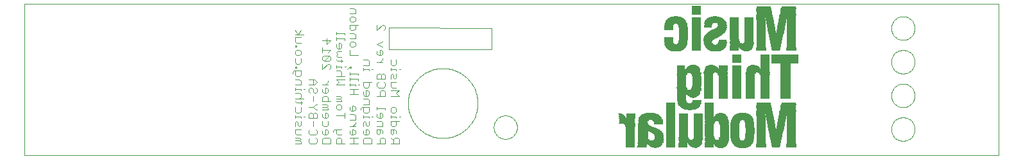
<source format=gbo>
G75*
%MOIN*%
%OFA0B0*%
%FSLAX24Y24*%
%IPPOS*%
%LPD*%
%AMOC8*
5,1,8,0,0,1.08239X$1,22.5*
%
%ADD10C,0.0010*%
%ADD11C,0.0000*%
%ADD12C,0.0040*%
%ADD13C,0.0000*%
%ADD14R,0.0182X0.0008*%
%ADD15R,0.0122X0.0008*%
%ADD16R,0.0312X0.0008*%
%ADD17R,0.0205X0.0008*%
%ADD18R,0.0395X0.0008*%
%ADD19R,0.0258X0.0008*%
%ADD20R,0.0129X0.0008*%
%ADD21R,0.0137X0.0008*%
%ADD22R,0.0456X0.0008*%
%ADD23R,0.0304X0.0008*%
%ADD24R,0.0220X0.0008*%
%ADD25R,0.0228X0.0008*%
%ADD26R,0.0509X0.0008*%
%ADD27R,0.0342X0.0008*%
%ADD28R,0.0274X0.0008*%
%ADD29R,0.0296X0.0008*%
%ADD30R,0.0555X0.0008*%
%ADD31R,0.0372X0.0008*%
%ADD32R,0.0319X0.0008*%
%ADD33R,0.0342X0.0008*%
%ADD34R,0.0502X0.0008*%
%ADD35R,0.0410X0.0008*%
%ADD36R,0.0593X0.0008*%
%ADD37R,0.0403X0.0008*%
%ADD38R,0.0441X0.0008*%
%ADD39R,0.0357X0.0008*%
%ADD40R,0.0448X0.0008*%
%ADD41R,0.0479X0.0008*%
%ADD42R,0.0388X0.0008*%
%ADD43R,0.0502X0.0008*%
%ADD44R,0.0502X0.0008*%
%ADD45R,0.0410X0.0008*%
%ADD46R,0.0631X0.0008*%
%ADD47R,0.0433X0.0008*%
%ADD48R,0.0441X0.0008*%
%ADD49R,0.0388X0.0008*%
%ADD50R,0.0448X0.0008*%
%ADD51R,0.0479X0.0008*%
%ADD52R,0.0426X0.0008*%
%ADD53R,0.0494X0.0008*%
%ADD54R,0.0669X0.0008*%
%ADD55R,0.0464X0.0008*%
%ADD56R,0.0418X0.0008*%
%ADD57R,0.0426X0.0008*%
%ADD58R,0.0692X0.0008*%
%ADD59R,0.0448X0.0008*%
%ADD60R,0.0486X0.0008*%
%ADD61R,0.0494X0.0008*%
%ADD62R,0.0722X0.0008*%
%ADD63R,0.0471X0.0008*%
%ADD64R,0.0745X0.0008*%
%ADD65R,0.0524X0.0008*%
%ADD66R,0.0486X0.0008*%
%ADD67R,0.0540X0.0008*%
%ADD68R,0.0775X0.0008*%
%ADD69R,0.0509X0.0008*%
%ADD70R,0.0486X0.0008*%
%ADD71R,0.0790X0.0008*%
%ADD72R,0.0555X0.0008*%
%ADD73R,0.0532X0.0008*%
%ADD74R,0.0585X0.0008*%
%ADD75R,0.0486X0.0008*%
%ADD76R,0.0813X0.0008*%
%ADD77R,0.0578X0.0008*%
%ADD78R,0.0547X0.0008*%
%ADD79R,0.0608X0.0008*%
%ADD80R,0.0836X0.0008*%
%ADD81R,0.0593X0.0008*%
%ADD82R,0.0555X0.0008*%
%ADD83R,0.0623X0.0008*%
%ADD84R,0.0851X0.0008*%
%ADD85R,0.0608X0.0008*%
%ADD86R,0.0578X0.0008*%
%ADD87R,0.0646X0.0008*%
%ADD88R,0.0866X0.0008*%
%ADD89R,0.0661X0.0008*%
%ADD90R,0.0456X0.0008*%
%ADD91R,0.0882X0.0008*%
%ADD92R,0.0638X0.0008*%
%ADD93R,0.0608X0.0008*%
%ADD94R,0.0676X0.0008*%
%ADD95R,0.0897X0.0008*%
%ADD96R,0.0646X0.0008*%
%ADD97R,0.0692X0.0008*%
%ADD98R,0.0456X0.0008*%
%ADD99R,0.0912X0.0008*%
%ADD100R,0.0654X0.0008*%
%ADD101R,0.0631X0.0008*%
%ADD102R,0.0714X0.0008*%
%ADD103R,0.0927X0.0008*%
%ADD104R,0.0669X0.0008*%
%ADD105R,0.0730X0.0008*%
%ADD106R,0.0942X0.0008*%
%ADD107R,0.0684X0.0008*%
%ADD108R,0.0654X0.0008*%
%ADD109R,0.0737X0.0008*%
%ADD110R,0.0471X0.0008*%
%ADD111R,0.0958X0.0008*%
%ADD112R,0.0692X0.0008*%
%ADD113R,0.0661X0.0008*%
%ADD114R,0.0752X0.0008*%
%ADD115R,0.0973X0.0008*%
%ADD116R,0.0699X0.0008*%
%ADD117R,0.0768X0.0008*%
%ADD118R,0.0980X0.0008*%
%ADD119R,0.0714X0.0008*%
%ADD120R,0.0783X0.0008*%
%ADD121R,0.0988X0.0008*%
%ADD122R,0.0722X0.0008*%
%ADD123R,0.0699X0.0008*%
%ADD124R,0.1277X0.0008*%
%ADD125R,0.1003X0.0008*%
%ADD126R,0.0737X0.0008*%
%ADD127R,0.0707X0.0008*%
%ADD128R,0.1284X0.0008*%
%ADD129R,0.1011X0.0008*%
%ADD130R,0.0714X0.0008*%
%ADD131R,0.1284X0.0008*%
%ADD132R,0.1018X0.0008*%
%ADD133R,0.0745X0.0008*%
%ADD134R,0.1292X0.0008*%
%ADD135R,0.1034X0.0008*%
%ADD136R,0.0752X0.0008*%
%ADD137R,0.1034X0.0008*%
%ADD138R,0.1201X0.0008*%
%ADD139R,0.0737X0.0008*%
%ADD140R,0.1300X0.0008*%
%ADD141R,0.1049X0.0008*%
%ADD142R,0.1208X0.0008*%
%ADD143R,0.1292X0.0008*%
%ADD144R,0.0502X0.0008*%
%ADD145R,0.1056X0.0008*%
%ADD146R,0.1300X0.0008*%
%ADD147R,0.1064X0.0008*%
%ADD148R,0.1208X0.0008*%
%ADD149R,0.1072X0.0008*%
%ADD150R,0.1216X0.0008*%
%ADD151R,0.1307X0.0008*%
%ADD152R,0.1079X0.0008*%
%ADD153R,0.0517X0.0008*%
%ADD154R,0.1087X0.0008*%
%ADD155R,0.1216X0.0008*%
%ADD156R,0.1315X0.0008*%
%ADD157R,0.0517X0.0008*%
%ADD158R,0.1094X0.0008*%
%ADD159R,0.1224X0.0008*%
%ADD160R,0.1216X0.0008*%
%ADD161R,0.1315X0.0008*%
%ADD162R,0.1094X0.0008*%
%ADD163R,0.1224X0.0008*%
%ADD164R,0.1110X0.0008*%
%ADD165R,0.1322X0.0008*%
%ADD166R,0.1110X0.0008*%
%ADD167R,0.1231X0.0008*%
%ADD168R,0.1322X0.0008*%
%ADD169R,0.0532X0.0008*%
%ADD170R,0.1117X0.0008*%
%ADD171R,0.1231X0.0008*%
%ADD172R,0.1125X0.0008*%
%ADD173R,0.1330X0.0008*%
%ADD174R,0.1140X0.0008*%
%ADD175R,0.1322X0.0008*%
%ADD176R,0.1140X0.0008*%
%ADD177R,0.1239X0.0008*%
%ADD178R,0.1322X0.0008*%
%ADD179R,0.0547X0.0008*%
%ADD180R,0.0524X0.0008*%
%ADD181R,0.0524X0.0008*%
%ADD182R,0.1239X0.0008*%
%ADD183R,0.1330X0.0008*%
%ADD184R,0.0562X0.0008*%
%ADD185R,0.0562X0.0008*%
%ADD186R,0.0600X0.0008*%
%ADD187R,0.0540X0.0008*%
%ADD188R,0.0562X0.0008*%
%ADD189R,0.0616X0.0008*%
%ADD190R,0.0585X0.0008*%
%ADD191R,0.0479X0.0008*%
%ADD192R,0.0547X0.0008*%
%ADD193R,0.0540X0.0008*%
%ADD194R,0.0517X0.0008*%
%ADD195R,0.0570X0.0008*%
%ADD196R,0.0479X0.0008*%
%ADD197R,0.0517X0.0008*%
%ADD198R,0.0562X0.0008*%
%ADD199R,0.0578X0.0008*%
%ADD200R,0.0524X0.0008*%
%ADD201R,0.0471X0.0008*%
%ADD202R,0.0532X0.0008*%
%ADD203R,0.0471X0.0008*%
%ADD204R,0.0509X0.0008*%
%ADD205R,0.0509X0.0008*%
%ADD206R,0.0623X0.0008*%
%ADD207R,0.0623X0.0008*%
%ADD208R,0.0638X0.0008*%
%ADD209R,0.0669X0.0008*%
%ADD210R,0.0684X0.0008*%
%ADD211R,0.0684X0.0008*%
%ADD212R,0.0494X0.0008*%
%ADD213R,0.0699X0.0008*%
%ADD214R,0.0540X0.0008*%
%ADD215R,0.0730X0.0008*%
%ADD216R,0.0730X0.0008*%
%ADD217R,0.0570X0.0008*%
%ADD218R,0.0600X0.0008*%
%ADD219R,0.0365X0.0008*%
%ADD220R,0.0365X0.0008*%
%ADD221R,0.0669X0.0008*%
%ADD222R,0.1186X0.0008*%
%ADD223R,0.1178X0.0008*%
%ADD224R,0.0372X0.0008*%
%ADD225R,0.1163X0.0008*%
%ADD226R,0.1155X0.0008*%
%ADD227R,0.1148X0.0008*%
%ADD228R,0.0365X0.0008*%
%ADD229R,0.0372X0.0008*%
%ADD230R,0.1125X0.0008*%
%ADD231R,0.0372X0.0008*%
%ADD232R,0.1102X0.0008*%
%ADD233R,0.0380X0.0008*%
%ADD234R,0.1041X0.0008*%
%ADD235R,0.1026X0.0008*%
%ADD236R,0.0996X0.0008*%
%ADD237R,0.0380X0.0008*%
%ADD238R,0.0980X0.0008*%
%ADD239R,0.0965X0.0008*%
%ADD240R,0.0950X0.0008*%
%ADD241R,0.0927X0.0008*%
%ADD242R,0.0912X0.0008*%
%ADD243R,0.0889X0.0008*%
%ADD244R,0.0828X0.0008*%
%ADD245R,0.0806X0.0008*%
%ADD246R,0.0783X0.0008*%
%ADD247R,0.0388X0.0008*%
%ADD248R,0.0388X0.0008*%
%ADD249R,0.0638X0.0008*%
%ADD250R,0.0616X0.0008*%
%ADD251R,0.0395X0.0008*%
%ADD252R,0.0395X0.0008*%
%ADD253R,0.0494X0.0008*%
%ADD254R,0.0578X0.0008*%
%ADD255R,0.0023X0.0008*%
%ADD256R,0.0638X0.0008*%
%ADD257R,0.0076X0.0008*%
%ADD258R,0.0403X0.0008*%
%ADD259R,0.0395X0.0008*%
%ADD260R,0.0828X0.0008*%
%ADD261R,0.0403X0.0008*%
%ADD262R,0.0403X0.0008*%
%ADD263R,0.0464X0.0008*%
%ADD264R,0.0555X0.0008*%
%ADD265R,0.0585X0.0008*%
%ADD266R,0.0532X0.0008*%
%ADD267R,0.1216X0.0008*%
%ADD268R,0.1132X0.0008*%
%ADD269R,0.1117X0.0008*%
%ADD270R,0.1201X0.0008*%
%ADD271R,0.1208X0.0008*%
%ADD272R,0.1201X0.0008*%
%ADD273R,0.1193X0.0008*%
%ADD274R,0.1193X0.0008*%
%ADD275R,0.1186X0.0008*%
%ADD276R,0.1064X0.0008*%
%ADD277R,0.1186X0.0008*%
%ADD278R,0.1163X0.0008*%
%ADD279R,0.1155X0.0008*%
%ADD280R,0.0350X0.0008*%
%ADD281R,0.1011X0.0008*%
%ADD282R,0.1178X0.0008*%
%ADD283R,0.1125X0.0008*%
%ADD284R,0.0342X0.0008*%
%ADD285R,0.1003X0.0008*%
%ADD286R,0.1170X0.0008*%
%ADD287R,0.0334X0.0008*%
%ADD288R,0.0327X0.0008*%
%ADD289R,0.0676X0.0008*%
%ADD290R,0.0973X0.0008*%
%ADD291R,0.1079X0.0008*%
%ADD292R,0.0312X0.0008*%
%ADD293R,0.0958X0.0008*%
%ADD294R,0.1041X0.0008*%
%ADD295R,0.0296X0.0008*%
%ADD296R,0.0912X0.0008*%
%ADD297R,0.0289X0.0008*%
%ADD298R,0.0281X0.0008*%
%ADD299R,0.0988X0.0008*%
%ADD300R,0.0456X0.0008*%
%ADD301R,0.0866X0.0008*%
%ADD302R,0.0266X0.0008*%
%ADD303R,0.0851X0.0008*%
%ADD304R,0.0258X0.0008*%
%ADD305R,0.0935X0.0008*%
%ADD306R,0.0243X0.0008*%
%ADD307R,0.0806X0.0008*%
%ADD308R,0.0912X0.0008*%
%ADD309R,0.0236X0.0008*%
%ADD310R,0.0790X0.0008*%
%ADD311R,0.0859X0.0008*%
%ADD312R,0.0213X0.0008*%
%ADD313R,0.0844X0.0008*%
%ADD314R,0.0813X0.0008*%
%ADD315R,0.0190X0.0008*%
%ADD316R,0.0692X0.0008*%
%ADD317R,0.0783X0.0008*%
%ADD318R,0.0182X0.0008*%
%ADD319R,0.0167X0.0008*%
%ADD320R,0.0410X0.0008*%
%ADD321R,0.0707X0.0008*%
%ADD322R,0.0152X0.0008*%
%ADD323R,0.0137X0.0008*%
%ADD324R,0.0350X0.0008*%
%ADD325R,0.0114X0.0008*%
%ADD326R,0.0319X0.0008*%
%ADD327R,0.0091X0.0008*%
%ADD328R,0.0266X0.0008*%
%ADD329R,0.0068X0.0008*%
%ADD330R,0.0213X0.0008*%
%ADD331R,0.0441X0.0008*%
%ADD332R,0.0030X0.0008*%
%ADD333R,0.0859X0.0008*%
%ADD334R,0.0851X0.0008*%
%ADD335R,0.0129X0.0008*%
%ADD336R,0.0859X0.0008*%
%ADD337R,0.0851X0.0008*%
%ADD338R,0.0844X0.0008*%
%ADD339R,0.0836X0.0008*%
%ADD340R,0.0828X0.0008*%
%ADD341R,0.0828X0.0008*%
%ADD342R,0.0821X0.0008*%
%ADD343R,0.0821X0.0008*%
%ADD344R,0.0198X0.0008*%
%ADD345R,0.0798X0.0008*%
%ADD346R,0.0798X0.0008*%
%ADD347R,0.0775X0.0008*%
%ADD348R,0.0874X0.0008*%
%ADD349R,0.0920X0.0008*%
%ADD350R,0.0935X0.0008*%
%ADD351R,0.0965X0.0008*%
%ADD352R,0.0980X0.0008*%
%ADD353R,0.0996X0.0008*%
%ADD354R,0.0775X0.0008*%
%ADD355R,0.1034X0.0008*%
%ADD356R,0.1079X0.0008*%
%ADD357R,0.0768X0.0008*%
%ADD358R,0.1087X0.0008*%
%ADD359R,0.1094X0.0008*%
%ADD360R,0.0760X0.0008*%
%ADD361R,0.1132X0.0008*%
%ADD362R,0.0760X0.0008*%
%ADD363R,0.1148X0.0008*%
%ADD364R,0.1170X0.0008*%
%ADD365R,0.1178X0.0008*%
%ADD366R,0.0745X0.0008*%
%ADD367R,0.0547X0.0008*%
%ADD368R,0.0106X0.0008*%
%ADD369R,0.0198X0.0008*%
%ADD370R,0.0289X0.0008*%
%ADD371R,0.0327X0.0008*%
%ADD372R,0.0357X0.0008*%
%ADD373R,0.0418X0.0008*%
%ADD374R,0.0433X0.0008*%
%ADD375R,0.0585X0.0008*%
%ADD376R,0.0661X0.0008*%
%ADD377R,0.1155X0.0008*%
%ADD378R,0.1170X0.0008*%
%ADD379R,0.1178X0.0008*%
%ADD380R,0.1186X0.0008*%
%ADD381R,0.1201X0.0008*%
%ADD382R,0.1224X0.0008*%
%ADD383R,0.1224X0.0008*%
%ADD384R,0.1231X0.0008*%
%ADD385R,0.1231X0.0008*%
%ADD386R,0.1239X0.0008*%
%ADD387R,0.0600X0.0008*%
%ADD388R,0.1239X0.0008*%
%ADD389R,0.1208X0.0008*%
%ADD390R,0.0737X0.0008*%
%ADD391R,0.0752X0.0008*%
%ADD392R,0.0730X0.0008*%
%ADD393R,0.0699X0.0008*%
%ADD394R,0.0661X0.0008*%
%ADD395R,0.0616X0.0008*%
%ADD396R,0.0623X0.0008*%
%ADD397R,0.0418X0.0008*%
%ADD398R,0.0410X0.0008*%
%ADD399R,0.0274X0.0008*%
%ADD400R,0.0289X0.0008*%
%ADD401R,0.0220X0.0008*%
%ADD402R,0.0251X0.0008*%
%ADD403R,0.0129X0.0008*%
%ADD404R,0.0190X0.0008*%
%ADD405R,0.0114X0.0008*%
%ADD406R,0.1414X0.0008*%
%ADD407R,0.1414X0.0008*%
%ADD408R,0.0220X0.0008*%
%ADD409R,0.0357X0.0008*%
%ADD410R,0.0722X0.0008*%
%ADD411R,0.0882X0.0008*%
%ADD412R,0.0904X0.0008*%
%ADD413R,0.0646X0.0008*%
%ADD414R,0.0676X0.0008*%
%ADD415R,0.1026X0.0008*%
%ADD416R,0.1018X0.0008*%
%ADD417R,0.1018X0.0008*%
%ADD418R,0.1041X0.0008*%
%ADD419R,0.1056X0.0008*%
%ADD420R,0.1049X0.0008*%
%ADD421R,0.1102X0.0008*%
%ADD422R,0.1102X0.0008*%
%ADD423R,0.1117X0.0008*%
%ADD424R,0.1132X0.0008*%
%ADD425R,0.1125X0.0008*%
%ADD426R,0.0616X0.0008*%
%ADD427R,0.0593X0.0008*%
%ADD428R,0.0448X0.0008*%
%ADD429R,0.0426X0.0008*%
%ADD430R,0.0441X0.0008*%
%ADD431R,0.0426X0.0008*%
%ADD432R,0.0714X0.0008*%
%ADD433R,0.0752X0.0008*%
%ADD434R,0.0775X0.0008*%
%ADD435R,0.0889X0.0008*%
%ADD436R,0.0882X0.0008*%
%ADD437R,0.0874X0.0008*%
%ADD438R,0.0866X0.0008*%
%ADD439R,0.0798X0.0008*%
%ADD440R,0.0654X0.0008*%
%ADD441R,0.0608X0.0008*%
%ADD442R,0.0418X0.0008*%
%ADD443R,0.0433X0.0008*%
%ADD444R,0.0433X0.0008*%
%ADD445R,0.0464X0.0008*%
%ADD446R,0.1094X0.0008*%
%ADD447R,0.1034X0.0008*%
%ADD448R,0.0973X0.0008*%
%ADD449R,0.0965X0.0008*%
%ADD450R,0.0904X0.0008*%
%ADD451R,0.0821X0.0008*%
%ADD452R,0.0798X0.0008*%
D10*
X001479Y002778D02*
X052070Y002778D01*
X052070Y010652D01*
X001479Y010652D01*
X001479Y002778D01*
D11*
X021400Y005475D02*
X021402Y005560D01*
X021408Y005645D01*
X021418Y005729D01*
X021432Y005813D01*
X021450Y005896D01*
X021471Y005978D01*
X021497Y006059D01*
X021526Y006139D01*
X021559Y006217D01*
X021595Y006293D01*
X021636Y006368D01*
X021679Y006441D01*
X021726Y006512D01*
X021776Y006580D01*
X021830Y006646D01*
X021886Y006710D01*
X021946Y006770D01*
X022008Y006828D01*
X022072Y006883D01*
X022140Y006935D01*
X022209Y006984D01*
X022281Y007029D01*
X022355Y007071D01*
X022431Y007109D01*
X022508Y007144D01*
X022587Y007175D01*
X022668Y007203D01*
X022749Y007226D01*
X022832Y007246D01*
X022915Y007262D01*
X022999Y007274D01*
X023084Y007282D01*
X023169Y007286D01*
X023253Y007286D01*
X023338Y007282D01*
X023423Y007274D01*
X023507Y007262D01*
X023590Y007246D01*
X023673Y007226D01*
X023754Y007203D01*
X023835Y007175D01*
X023914Y007144D01*
X023991Y007109D01*
X024067Y007071D01*
X024141Y007029D01*
X024213Y006984D01*
X024282Y006935D01*
X024350Y006883D01*
X024414Y006828D01*
X024476Y006770D01*
X024536Y006710D01*
X024592Y006646D01*
X024646Y006580D01*
X024696Y006512D01*
X024743Y006441D01*
X024786Y006368D01*
X024827Y006293D01*
X024863Y006217D01*
X024896Y006139D01*
X024925Y006059D01*
X024951Y005978D01*
X024972Y005896D01*
X024990Y005813D01*
X025004Y005729D01*
X025014Y005645D01*
X025020Y005560D01*
X025022Y005475D01*
X025020Y005390D01*
X025014Y005305D01*
X025004Y005221D01*
X024990Y005137D01*
X024972Y005054D01*
X024951Y004972D01*
X024925Y004891D01*
X024896Y004811D01*
X024863Y004733D01*
X024827Y004657D01*
X024786Y004582D01*
X024743Y004509D01*
X024696Y004438D01*
X024646Y004370D01*
X024592Y004304D01*
X024536Y004240D01*
X024476Y004180D01*
X024414Y004122D01*
X024350Y004067D01*
X024282Y004015D01*
X024213Y003966D01*
X024141Y003921D01*
X024067Y003879D01*
X023991Y003841D01*
X023914Y003806D01*
X023835Y003775D01*
X023754Y003747D01*
X023673Y003724D01*
X023590Y003704D01*
X023507Y003688D01*
X023423Y003676D01*
X023338Y003668D01*
X023253Y003664D01*
X023169Y003664D01*
X023084Y003668D01*
X022999Y003676D01*
X022915Y003688D01*
X022832Y003704D01*
X022749Y003724D01*
X022668Y003747D01*
X022587Y003775D01*
X022508Y003806D01*
X022431Y003841D01*
X022355Y003879D01*
X022281Y003921D01*
X022209Y003966D01*
X022140Y004015D01*
X022072Y004067D01*
X022008Y004122D01*
X021946Y004180D01*
X021886Y004240D01*
X021830Y004304D01*
X021776Y004370D01*
X021726Y004438D01*
X021679Y004509D01*
X021636Y004582D01*
X021595Y004657D01*
X021559Y004733D01*
X021526Y004811D01*
X021497Y004891D01*
X021471Y004972D01*
X021450Y005054D01*
X021432Y005137D01*
X021418Y005221D01*
X021408Y005305D01*
X021402Y005390D01*
X021400Y005475D01*
X025851Y004225D02*
X025853Y004274D01*
X025859Y004323D01*
X025869Y004371D01*
X025882Y004418D01*
X025900Y004464D01*
X025921Y004508D01*
X025945Y004551D01*
X025973Y004591D01*
X026004Y004630D01*
X026038Y004665D01*
X026075Y004698D01*
X026114Y004727D01*
X026156Y004753D01*
X026199Y004776D01*
X026245Y004795D01*
X026291Y004811D01*
X026339Y004823D01*
X026387Y004831D01*
X026436Y004835D01*
X026486Y004835D01*
X026535Y004831D01*
X026583Y004823D01*
X026631Y004811D01*
X026677Y004795D01*
X026723Y004776D01*
X026766Y004753D01*
X026808Y004727D01*
X026847Y004698D01*
X026884Y004665D01*
X026918Y004630D01*
X026949Y004591D01*
X026977Y004551D01*
X027001Y004508D01*
X027022Y004464D01*
X027040Y004418D01*
X027053Y004371D01*
X027063Y004323D01*
X027069Y004274D01*
X027071Y004225D01*
X027069Y004176D01*
X027063Y004127D01*
X027053Y004079D01*
X027040Y004032D01*
X027022Y003986D01*
X027001Y003942D01*
X026977Y003899D01*
X026949Y003859D01*
X026918Y003820D01*
X026884Y003785D01*
X026847Y003752D01*
X026808Y003723D01*
X026766Y003697D01*
X026723Y003674D01*
X026677Y003655D01*
X026631Y003639D01*
X026583Y003627D01*
X026535Y003619D01*
X026486Y003615D01*
X026436Y003615D01*
X026387Y003619D01*
X026339Y003627D01*
X026291Y003639D01*
X026245Y003655D01*
X026199Y003674D01*
X026156Y003697D01*
X026114Y003723D01*
X026075Y003752D01*
X026038Y003785D01*
X026004Y003820D01*
X025973Y003859D01*
X025945Y003899D01*
X025921Y003942D01*
X025900Y003986D01*
X025882Y004032D01*
X025869Y004079D01*
X025859Y004127D01*
X025853Y004176D01*
X025851Y004225D01*
X046501Y004125D02*
X046503Y004174D01*
X046509Y004223D01*
X046519Y004271D01*
X046532Y004318D01*
X046550Y004364D01*
X046571Y004408D01*
X046595Y004451D01*
X046623Y004491D01*
X046654Y004530D01*
X046688Y004565D01*
X046725Y004598D01*
X046764Y004627D01*
X046806Y004653D01*
X046849Y004676D01*
X046895Y004695D01*
X046941Y004711D01*
X046989Y004723D01*
X047037Y004731D01*
X047086Y004735D01*
X047136Y004735D01*
X047185Y004731D01*
X047233Y004723D01*
X047281Y004711D01*
X047327Y004695D01*
X047373Y004676D01*
X047416Y004653D01*
X047458Y004627D01*
X047497Y004598D01*
X047534Y004565D01*
X047568Y004530D01*
X047599Y004491D01*
X047627Y004451D01*
X047651Y004408D01*
X047672Y004364D01*
X047690Y004318D01*
X047703Y004271D01*
X047713Y004223D01*
X047719Y004174D01*
X047721Y004125D01*
X047719Y004076D01*
X047713Y004027D01*
X047703Y003979D01*
X047690Y003932D01*
X047672Y003886D01*
X047651Y003842D01*
X047627Y003799D01*
X047599Y003759D01*
X047568Y003720D01*
X047534Y003685D01*
X047497Y003652D01*
X047458Y003623D01*
X047416Y003597D01*
X047373Y003574D01*
X047327Y003555D01*
X047281Y003539D01*
X047233Y003527D01*
X047185Y003519D01*
X047136Y003515D01*
X047086Y003515D01*
X047037Y003519D01*
X046989Y003527D01*
X046941Y003539D01*
X046895Y003555D01*
X046849Y003574D01*
X046806Y003597D01*
X046764Y003623D01*
X046725Y003652D01*
X046688Y003685D01*
X046654Y003720D01*
X046623Y003759D01*
X046595Y003799D01*
X046571Y003842D01*
X046550Y003886D01*
X046532Y003932D01*
X046519Y003979D01*
X046509Y004027D01*
X046503Y004076D01*
X046501Y004125D01*
X046501Y005875D02*
X046503Y005924D01*
X046509Y005973D01*
X046519Y006021D01*
X046532Y006068D01*
X046550Y006114D01*
X046571Y006158D01*
X046595Y006201D01*
X046623Y006241D01*
X046654Y006280D01*
X046688Y006315D01*
X046725Y006348D01*
X046764Y006377D01*
X046806Y006403D01*
X046849Y006426D01*
X046895Y006445D01*
X046941Y006461D01*
X046989Y006473D01*
X047037Y006481D01*
X047086Y006485D01*
X047136Y006485D01*
X047185Y006481D01*
X047233Y006473D01*
X047281Y006461D01*
X047327Y006445D01*
X047373Y006426D01*
X047416Y006403D01*
X047458Y006377D01*
X047497Y006348D01*
X047534Y006315D01*
X047568Y006280D01*
X047599Y006241D01*
X047627Y006201D01*
X047651Y006158D01*
X047672Y006114D01*
X047690Y006068D01*
X047703Y006021D01*
X047713Y005973D01*
X047719Y005924D01*
X047721Y005875D01*
X047719Y005826D01*
X047713Y005777D01*
X047703Y005729D01*
X047690Y005682D01*
X047672Y005636D01*
X047651Y005592D01*
X047627Y005549D01*
X047599Y005509D01*
X047568Y005470D01*
X047534Y005435D01*
X047497Y005402D01*
X047458Y005373D01*
X047416Y005347D01*
X047373Y005324D01*
X047327Y005305D01*
X047281Y005289D01*
X047233Y005277D01*
X047185Y005269D01*
X047136Y005265D01*
X047086Y005265D01*
X047037Y005269D01*
X046989Y005277D01*
X046941Y005289D01*
X046895Y005305D01*
X046849Y005324D01*
X046806Y005347D01*
X046764Y005373D01*
X046725Y005402D01*
X046688Y005435D01*
X046654Y005470D01*
X046623Y005509D01*
X046595Y005549D01*
X046571Y005592D01*
X046550Y005636D01*
X046532Y005682D01*
X046519Y005729D01*
X046509Y005777D01*
X046503Y005826D01*
X046501Y005875D01*
X046501Y007625D02*
X046503Y007674D01*
X046509Y007723D01*
X046519Y007771D01*
X046532Y007818D01*
X046550Y007864D01*
X046571Y007908D01*
X046595Y007951D01*
X046623Y007991D01*
X046654Y008030D01*
X046688Y008065D01*
X046725Y008098D01*
X046764Y008127D01*
X046806Y008153D01*
X046849Y008176D01*
X046895Y008195D01*
X046941Y008211D01*
X046989Y008223D01*
X047037Y008231D01*
X047086Y008235D01*
X047136Y008235D01*
X047185Y008231D01*
X047233Y008223D01*
X047281Y008211D01*
X047327Y008195D01*
X047373Y008176D01*
X047416Y008153D01*
X047458Y008127D01*
X047497Y008098D01*
X047534Y008065D01*
X047568Y008030D01*
X047599Y007991D01*
X047627Y007951D01*
X047651Y007908D01*
X047672Y007864D01*
X047690Y007818D01*
X047703Y007771D01*
X047713Y007723D01*
X047719Y007674D01*
X047721Y007625D01*
X047719Y007576D01*
X047713Y007527D01*
X047703Y007479D01*
X047690Y007432D01*
X047672Y007386D01*
X047651Y007342D01*
X047627Y007299D01*
X047599Y007259D01*
X047568Y007220D01*
X047534Y007185D01*
X047497Y007152D01*
X047458Y007123D01*
X047416Y007097D01*
X047373Y007074D01*
X047327Y007055D01*
X047281Y007039D01*
X047233Y007027D01*
X047185Y007019D01*
X047136Y007015D01*
X047086Y007015D01*
X047037Y007019D01*
X046989Y007027D01*
X046941Y007039D01*
X046895Y007055D01*
X046849Y007074D01*
X046806Y007097D01*
X046764Y007123D01*
X046725Y007152D01*
X046688Y007185D01*
X046654Y007220D01*
X046623Y007259D01*
X046595Y007299D01*
X046571Y007342D01*
X046550Y007386D01*
X046532Y007432D01*
X046519Y007479D01*
X046509Y007527D01*
X046503Y007576D01*
X046501Y007625D01*
X046501Y009375D02*
X046503Y009424D01*
X046509Y009473D01*
X046519Y009521D01*
X046532Y009568D01*
X046550Y009614D01*
X046571Y009658D01*
X046595Y009701D01*
X046623Y009741D01*
X046654Y009780D01*
X046688Y009815D01*
X046725Y009848D01*
X046764Y009877D01*
X046806Y009903D01*
X046849Y009926D01*
X046895Y009945D01*
X046941Y009961D01*
X046989Y009973D01*
X047037Y009981D01*
X047086Y009985D01*
X047136Y009985D01*
X047185Y009981D01*
X047233Y009973D01*
X047281Y009961D01*
X047327Y009945D01*
X047373Y009926D01*
X047416Y009903D01*
X047458Y009877D01*
X047497Y009848D01*
X047534Y009815D01*
X047568Y009780D01*
X047599Y009741D01*
X047627Y009701D01*
X047651Y009658D01*
X047672Y009614D01*
X047690Y009568D01*
X047703Y009521D01*
X047713Y009473D01*
X047719Y009424D01*
X047721Y009375D01*
X047719Y009326D01*
X047713Y009277D01*
X047703Y009229D01*
X047690Y009182D01*
X047672Y009136D01*
X047651Y009092D01*
X047627Y009049D01*
X047599Y009009D01*
X047568Y008970D01*
X047534Y008935D01*
X047497Y008902D01*
X047458Y008873D01*
X047416Y008847D01*
X047373Y008824D01*
X047327Y008805D01*
X047281Y008789D01*
X047233Y008777D01*
X047185Y008769D01*
X047136Y008765D01*
X047086Y008765D01*
X047037Y008769D01*
X046989Y008777D01*
X046941Y008789D01*
X046895Y008805D01*
X046849Y008824D01*
X046806Y008847D01*
X046764Y008873D01*
X046725Y008902D01*
X046688Y008935D01*
X046654Y008970D01*
X046623Y009009D01*
X046595Y009049D01*
X046571Y009092D01*
X046550Y009136D01*
X046532Y009182D01*
X046519Y009229D01*
X046509Y009277D01*
X046503Y009326D01*
X046501Y009375D01*
D12*
X021003Y007233D02*
X020931Y007233D01*
X020787Y007233D02*
X020498Y007233D01*
X020498Y007161D02*
X020498Y007305D01*
X020571Y007451D02*
X020498Y007523D01*
X020498Y007740D01*
X020787Y007740D02*
X020787Y007523D01*
X020715Y007451D01*
X020571Y007451D01*
X020787Y007233D02*
X020787Y007161D01*
X020787Y007015D02*
X020787Y006798D01*
X020715Y006726D01*
X020643Y006798D01*
X020643Y006943D01*
X020571Y007015D01*
X020498Y006943D01*
X020498Y006726D01*
X020498Y006580D02*
X020787Y006580D01*
X020498Y006580D02*
X020498Y006363D01*
X020571Y006291D01*
X020787Y006291D01*
X020931Y006145D02*
X020498Y006145D01*
X020223Y006072D02*
X020150Y006145D01*
X020006Y006145D01*
X019934Y006072D01*
X019934Y005856D01*
X019790Y005856D02*
X020223Y005856D01*
X020223Y006072D01*
X020787Y006000D02*
X020931Y006145D01*
X020223Y006363D02*
X020150Y006291D01*
X019862Y006291D01*
X019790Y006363D01*
X019790Y006507D01*
X019862Y006580D01*
X019790Y006726D02*
X019790Y006943D01*
X019862Y007015D01*
X019934Y007015D01*
X020006Y006943D01*
X020006Y006726D01*
X020150Y006580D02*
X020223Y006507D01*
X020223Y006363D01*
X019514Y006580D02*
X019081Y006580D01*
X019081Y006363D01*
X019153Y006291D01*
X019298Y006291D01*
X019370Y006363D01*
X019370Y006580D01*
X019790Y006726D02*
X020223Y006726D01*
X020223Y006943D01*
X020150Y007015D01*
X020078Y007015D01*
X020006Y006943D01*
X019370Y007161D02*
X019370Y007233D01*
X019081Y007233D01*
X019081Y007161D02*
X019081Y007305D01*
X019081Y007451D02*
X019370Y007451D01*
X019370Y007668D01*
X019298Y007740D01*
X019081Y007740D01*
X019790Y007596D02*
X020078Y007596D01*
X019934Y007596D02*
X020078Y007740D01*
X020078Y007813D01*
X020006Y007959D02*
X019862Y007959D01*
X019790Y008031D01*
X019790Y008175D01*
X019934Y008247D02*
X019934Y007959D01*
X020006Y007959D02*
X020078Y008031D01*
X020078Y008175D01*
X020006Y008247D01*
X019934Y008247D01*
X020078Y008394D02*
X019790Y008538D01*
X020078Y008682D01*
X018661Y008610D02*
X018661Y008466D01*
X018589Y008394D01*
X018445Y008394D01*
X018372Y008466D01*
X018372Y008610D01*
X018445Y008682D01*
X018589Y008682D01*
X018661Y008610D01*
X018097Y008756D02*
X018097Y008828D01*
X017664Y008828D01*
X017664Y008756D02*
X017664Y008900D01*
X017664Y009046D02*
X017664Y009190D01*
X017664Y009118D02*
X018097Y009118D01*
X018097Y009046D01*
X018372Y009117D02*
X018589Y009117D01*
X018661Y009045D01*
X018661Y008829D01*
X018372Y008829D01*
X017388Y008755D02*
X017172Y008539D01*
X017172Y008827D01*
X017388Y008755D02*
X016955Y008755D01*
X017808Y008610D02*
X017808Y008321D01*
X017736Y008321D02*
X017880Y008321D01*
X017952Y008393D01*
X017952Y008538D01*
X017880Y008610D01*
X017808Y008610D01*
X017664Y008538D02*
X017664Y008393D01*
X017736Y008321D01*
X017736Y008175D02*
X017952Y008175D01*
X017736Y008175D02*
X017664Y008103D01*
X017736Y008030D01*
X017664Y007958D01*
X017736Y007886D01*
X017952Y007886D01*
X018372Y007959D02*
X018372Y008247D01*
X017388Y008248D02*
X016955Y008248D01*
X016955Y008104D02*
X016955Y008392D01*
X017244Y008104D02*
X017388Y008248D01*
X017316Y007957D02*
X017027Y007957D01*
X016955Y007885D01*
X016955Y007741D01*
X017027Y007669D01*
X017316Y007957D01*
X017388Y007885D01*
X017388Y007741D01*
X017316Y007669D01*
X017027Y007669D01*
X016955Y007522D02*
X016955Y007234D01*
X017244Y007522D01*
X017316Y007522D01*
X017388Y007450D01*
X017388Y007306D01*
X017316Y007234D01*
X017664Y007306D02*
X017664Y007450D01*
X017664Y007378D02*
X017952Y007378D01*
X017952Y007306D01*
X018097Y007378D02*
X018169Y007378D01*
X018228Y007234D02*
X018372Y007378D01*
X018372Y007306D01*
X018445Y007306D01*
X018445Y007378D01*
X018372Y007378D01*
X017952Y007596D02*
X017952Y007740D01*
X018024Y007668D02*
X017736Y007668D01*
X017664Y007740D01*
X018372Y007959D02*
X018805Y007959D01*
X019514Y007233D02*
X019586Y007233D01*
X018805Y007016D02*
X018372Y007016D01*
X018372Y006944D02*
X018372Y007088D01*
X017952Y007088D02*
X017880Y007160D01*
X017664Y007160D01*
X017952Y007088D02*
X017952Y006943D01*
X017880Y006871D01*
X017664Y006871D02*
X018097Y006871D01*
X018097Y006725D02*
X017664Y006725D01*
X017808Y006580D01*
X017664Y006436D01*
X018097Y006436D01*
X018372Y006436D02*
X018661Y006436D01*
X018661Y006364D01*
X018805Y006436D02*
X018877Y006436D01*
X018805Y006654D02*
X018805Y006726D01*
X018372Y006726D01*
X018372Y006654D02*
X018372Y006798D01*
X018372Y006508D02*
X018372Y006364D01*
X018372Y006217D02*
X018805Y006217D01*
X018589Y006217D02*
X018589Y005929D01*
X018805Y005929D02*
X018372Y005929D01*
X017952Y005782D02*
X017880Y005855D01*
X017664Y005855D01*
X017664Y005710D02*
X017880Y005710D01*
X017952Y005782D01*
X017880Y005710D02*
X017952Y005638D01*
X017952Y005566D01*
X017664Y005566D01*
X017736Y005420D02*
X017880Y005420D01*
X017952Y005347D01*
X017952Y005203D01*
X017880Y005131D01*
X017736Y005131D01*
X017664Y005203D01*
X017664Y005347D01*
X017736Y005420D01*
X017388Y005566D02*
X016955Y005566D01*
X016955Y005782D01*
X017027Y005855D01*
X017172Y005855D01*
X017244Y005782D01*
X017244Y005566D01*
X017172Y005420D02*
X016955Y005420D01*
X016955Y005275D02*
X017172Y005275D01*
X017244Y005347D01*
X017172Y005420D01*
X017172Y005275D02*
X017244Y005203D01*
X017244Y005131D01*
X016955Y005131D01*
X017099Y004985D02*
X017099Y004696D01*
X017027Y004696D02*
X017172Y004696D01*
X017244Y004768D01*
X017244Y004912D01*
X017172Y004985D01*
X017099Y004985D01*
X016955Y004912D02*
X016955Y004768D01*
X017027Y004696D01*
X016955Y004550D02*
X016955Y004333D01*
X017027Y004261D01*
X017172Y004261D01*
X017244Y004333D01*
X017244Y004550D01*
X016679Y004696D02*
X016679Y004912D01*
X016607Y004985D01*
X016535Y004985D01*
X016463Y004912D01*
X016463Y004696D01*
X016463Y004550D02*
X016463Y004261D01*
X016607Y004115D02*
X016679Y004042D01*
X016679Y003898D01*
X016607Y003826D01*
X016319Y003826D01*
X016246Y003898D01*
X016246Y004042D01*
X016319Y004115D01*
X015826Y004115D02*
X015538Y004115D01*
X015538Y003898D01*
X015610Y003826D01*
X015826Y003826D01*
X015754Y003680D02*
X015538Y003680D01*
X015538Y003535D02*
X015754Y003535D01*
X015826Y003607D01*
X015754Y003680D01*
X015754Y003535D02*
X015826Y003463D01*
X015826Y003391D01*
X015538Y003391D01*
X016246Y003463D02*
X016246Y003607D01*
X016319Y003680D01*
X016607Y003680D02*
X016679Y003607D01*
X016679Y003463D01*
X016607Y003391D01*
X016319Y003391D01*
X016246Y003463D01*
X016955Y003391D02*
X016955Y003607D01*
X017027Y003680D01*
X017316Y003680D01*
X017388Y003607D01*
X017388Y003391D01*
X016955Y003391D01*
X017664Y003391D02*
X017664Y003607D01*
X017736Y003680D01*
X017880Y003680D01*
X017952Y003607D01*
X017952Y003391D01*
X018097Y003391D02*
X017664Y003391D01*
X018372Y003391D02*
X018805Y003391D01*
X018589Y003391D02*
X018589Y003680D01*
X018589Y003826D02*
X018661Y003898D01*
X018661Y004042D01*
X018589Y004115D01*
X018517Y004115D01*
X018517Y003826D01*
X018445Y003826D02*
X018589Y003826D01*
X018445Y003826D02*
X018372Y003898D01*
X018372Y004042D01*
X018372Y004261D02*
X018661Y004261D01*
X018517Y004261D02*
X018661Y004405D01*
X018661Y004477D01*
X018661Y004624D02*
X018372Y004624D01*
X018097Y004696D02*
X018097Y004985D01*
X018097Y004840D02*
X017664Y004840D01*
X018372Y004912D02*
X018589Y004912D01*
X018661Y004840D01*
X018661Y004624D01*
X019081Y004696D02*
X019081Y004840D01*
X019081Y004768D02*
X019370Y004768D01*
X019370Y004696D01*
X019370Y004550D02*
X019370Y004333D01*
X019298Y004261D01*
X019225Y004333D01*
X019225Y004477D01*
X019153Y004550D01*
X019081Y004477D01*
X019081Y004261D01*
X019225Y004115D02*
X019225Y003826D01*
X019153Y003826D02*
X019298Y003826D01*
X019370Y003898D01*
X019370Y004042D01*
X019298Y004115D01*
X019225Y004115D01*
X019081Y004042D02*
X019081Y003898D01*
X019153Y003826D01*
X019153Y003680D02*
X019442Y003680D01*
X019514Y003607D01*
X019514Y003391D01*
X019081Y003391D01*
X019081Y003607D01*
X019153Y003680D01*
X018805Y003680D02*
X018372Y003680D01*
X017952Y003826D02*
X017736Y003826D01*
X017664Y003898D01*
X017664Y004115D01*
X017592Y004115D02*
X017520Y004042D01*
X017520Y003970D01*
X017592Y004115D02*
X017952Y004115D01*
X017244Y004042D02*
X017244Y003898D01*
X017172Y003826D01*
X017027Y003826D01*
X016955Y003898D01*
X016955Y004042D01*
X017099Y004115D02*
X017099Y003826D01*
X017244Y004042D02*
X017172Y004115D01*
X017099Y004115D01*
X015826Y004333D02*
X015826Y004550D01*
X015826Y004696D02*
X015826Y004768D01*
X015538Y004768D01*
X015538Y004696D02*
X015538Y004840D01*
X015610Y004986D02*
X015538Y005058D01*
X015538Y005275D01*
X015826Y005275D02*
X015826Y005058D01*
X015754Y004986D01*
X015610Y004986D01*
X015971Y004768D02*
X016043Y004768D01*
X016246Y004696D02*
X016246Y004912D01*
X016319Y004985D01*
X016391Y004985D01*
X016463Y004912D01*
X016679Y004696D02*
X016246Y004696D01*
X015682Y004477D02*
X015682Y004333D01*
X015754Y004261D01*
X015826Y004333D01*
X015682Y004477D02*
X015610Y004550D01*
X015538Y004477D01*
X015538Y004261D01*
X018372Y005131D02*
X018445Y005059D01*
X018589Y005059D01*
X018661Y005131D01*
X018661Y005275D01*
X018589Y005347D01*
X018517Y005347D01*
X018517Y005059D01*
X018372Y005131D02*
X018372Y005275D01*
X018937Y005202D02*
X019009Y005275D01*
X019370Y005275D01*
X019370Y005058D01*
X019298Y004986D01*
X019153Y004986D01*
X019081Y005058D01*
X019081Y005275D01*
X019081Y005421D02*
X019370Y005421D01*
X019370Y005637D01*
X019298Y005710D01*
X019081Y005710D01*
X019153Y005856D02*
X019298Y005856D01*
X019370Y005928D01*
X019370Y006072D01*
X019298Y006145D01*
X019225Y006145D01*
X019225Y005856D01*
X019153Y005856D02*
X019081Y005928D01*
X019081Y006072D01*
X020498Y005856D02*
X020931Y005856D01*
X020787Y006000D01*
X020715Y005275D02*
X020787Y005202D01*
X020787Y005058D01*
X020715Y004986D01*
X020571Y004986D01*
X020498Y005058D01*
X020498Y005202D01*
X020571Y005275D01*
X020715Y005275D01*
X020223Y005203D02*
X019790Y005203D01*
X019790Y005131D02*
X019790Y005275D01*
X020223Y005203D02*
X020223Y005131D01*
X020006Y004985D02*
X019934Y004985D01*
X019934Y004696D01*
X019862Y004696D02*
X020006Y004696D01*
X020078Y004768D01*
X020078Y004912D01*
X020006Y004985D01*
X019790Y004912D02*
X019790Y004768D01*
X019862Y004696D01*
X019790Y004550D02*
X020006Y004550D01*
X020078Y004477D01*
X020078Y004261D01*
X019790Y004261D01*
X019790Y004115D02*
X019790Y003898D01*
X019862Y003826D01*
X019934Y003898D01*
X019934Y004115D01*
X020006Y004115D02*
X019790Y004115D01*
X020006Y004115D02*
X020078Y004042D01*
X020078Y003898D01*
X020498Y003898D02*
X020571Y003826D01*
X020643Y003898D01*
X020643Y004115D01*
X020715Y004115D02*
X020498Y004115D01*
X020498Y003898D01*
X020787Y003898D02*
X020787Y004042D01*
X020715Y004115D01*
X020715Y004261D02*
X020787Y004333D01*
X020787Y004550D01*
X020931Y004550D02*
X020498Y004550D01*
X020498Y004333D01*
X020571Y004261D01*
X020715Y004261D01*
X020787Y004696D02*
X020787Y004768D01*
X020498Y004768D01*
X020498Y004696D02*
X020498Y004840D01*
X020931Y004768D02*
X021003Y004768D01*
X019586Y004768D02*
X019514Y004768D01*
X018937Y005130D02*
X018937Y005202D01*
X016679Y005131D02*
X016607Y005131D01*
X016463Y005275D01*
X016246Y005275D01*
X016463Y005275D02*
X016607Y005420D01*
X016679Y005420D01*
X016463Y005566D02*
X016463Y005855D01*
X016535Y006001D02*
X016463Y006073D01*
X016463Y006217D01*
X016391Y006290D01*
X016319Y006290D01*
X016246Y006217D01*
X016246Y006073D01*
X016319Y006001D01*
X016535Y006001D02*
X016607Y006001D01*
X016679Y006073D01*
X016679Y006217D01*
X016607Y006290D01*
X016535Y006436D02*
X016679Y006580D01*
X016535Y006725D01*
X016246Y006725D01*
X016463Y006725D02*
X016463Y006436D01*
X016535Y006436D02*
X016246Y006436D01*
X015826Y006436D02*
X015826Y006652D01*
X015754Y006725D01*
X015538Y006725D01*
X015610Y006871D02*
X015538Y006943D01*
X015538Y007160D01*
X015466Y007160D02*
X015826Y007160D01*
X015826Y006943D01*
X015754Y006871D01*
X015610Y006871D01*
X015394Y007015D02*
X015394Y007088D01*
X015466Y007160D01*
X015538Y007306D02*
X015538Y007378D01*
X015610Y007378D01*
X015610Y007306D01*
X015538Y007306D01*
X015610Y007524D02*
X015538Y007596D01*
X015538Y007812D01*
X015610Y007959D02*
X015538Y008031D01*
X015538Y008175D01*
X015610Y008247D01*
X015754Y008247D01*
X015826Y008175D01*
X015826Y008031D01*
X015754Y007959D01*
X015610Y007959D01*
X015826Y007812D02*
X015826Y007596D01*
X015754Y007524D01*
X015610Y007524D01*
X015610Y008394D02*
X015610Y008466D01*
X015538Y008466D01*
X015538Y008394D01*
X015610Y008394D01*
X015610Y008611D02*
X015538Y008683D01*
X015538Y008900D01*
X015826Y008900D01*
X015682Y009046D02*
X015826Y009263D01*
X015682Y009046D02*
X015538Y009263D01*
X015538Y009046D02*
X015971Y009046D01*
X015826Y008611D02*
X015610Y008611D01*
X018372Y009336D02*
X018445Y009264D01*
X018589Y009264D01*
X018661Y009336D01*
X018661Y009552D01*
X018805Y009552D02*
X018372Y009552D01*
X018372Y009336D01*
X018445Y009699D02*
X018372Y009771D01*
X018372Y009915D01*
X018445Y009987D01*
X018589Y009987D01*
X018661Y009915D01*
X018661Y009771D01*
X018589Y009699D01*
X018445Y009699D01*
X019790Y009552D02*
X019790Y009264D01*
X020078Y009552D01*
X020150Y009552D01*
X020223Y009480D01*
X020223Y009336D01*
X020150Y009264D01*
X018661Y010134D02*
X018372Y010134D01*
X018661Y010134D02*
X018661Y010350D01*
X018589Y010422D01*
X018372Y010422D01*
X018805Y007016D02*
X018805Y006944D01*
X017244Y006652D02*
X017244Y006580D01*
X017099Y006436D01*
X016955Y006436D02*
X017244Y006436D01*
X017172Y006290D02*
X017099Y006290D01*
X017099Y006001D01*
X017027Y006001D02*
X017172Y006001D01*
X017244Y006073D01*
X017244Y006217D01*
X017172Y006290D01*
X016955Y006217D02*
X016955Y006073D01*
X017027Y006001D01*
X016043Y006218D02*
X015971Y006218D01*
X015826Y006218D02*
X015538Y006218D01*
X015538Y006146D02*
X015538Y006290D01*
X015538Y006436D02*
X015826Y006436D01*
X015826Y006218D02*
X015826Y006146D01*
X015754Y006000D02*
X015538Y006000D01*
X015754Y006000D02*
X015826Y005927D01*
X015826Y005783D01*
X015754Y005711D01*
X015826Y005565D02*
X015826Y005421D01*
X015898Y005493D02*
X015610Y005493D01*
X015538Y005565D01*
X015538Y005711D02*
X015971Y005711D01*
X019934Y003607D02*
X019934Y003391D01*
X019790Y003391D02*
X020223Y003391D01*
X020223Y003607D01*
X020150Y003680D01*
X020006Y003680D01*
X019934Y003607D01*
X020498Y003680D02*
X020643Y003535D01*
X020643Y003607D02*
X020643Y003391D01*
X020498Y003391D02*
X020931Y003391D01*
X020931Y003607D01*
X020859Y003680D01*
X020715Y003680D01*
X020643Y003607D01*
D13*
X020416Y008290D02*
X020416Y009393D01*
X025732Y009392D01*
X025732Y008290D01*
X020416Y008290D01*
D14*
X035314Y008159D03*
X035314Y009960D03*
X037358Y009960D03*
X038764Y004944D03*
X038764Y003143D03*
D15*
X037647Y003143D03*
D16*
X038768Y003151D03*
X032521Y004770D03*
X035318Y008167D03*
X035318Y009953D03*
D17*
X032468Y004861D03*
X037651Y003151D03*
D18*
X038764Y003158D03*
X040261Y004382D03*
X040239Y004519D03*
X040231Y004542D03*
X040208Y004648D03*
X040201Y004678D03*
X040201Y004709D03*
X040185Y004762D03*
X040178Y004815D03*
X040155Y004899D03*
X040155Y004922D03*
X040854Y004785D03*
X040778Y004405D03*
X040778Y004382D03*
X040771Y004352D03*
X040771Y009375D03*
X040778Y009398D03*
X040778Y009428D03*
X040261Y009398D03*
X040239Y009512D03*
X040239Y009535D03*
X040231Y009565D03*
X040208Y009672D03*
X040201Y009702D03*
X040201Y009725D03*
X040185Y009778D03*
X040178Y009808D03*
X040155Y009915D03*
X040862Y009839D03*
X040885Y009945D03*
D19*
X037647Y003158D03*
D20*
X036328Y003158D03*
D21*
X034250Y003158D03*
D22*
X034242Y003204D03*
X038764Y003166D03*
X039722Y004808D03*
X039722Y004823D03*
X039722Y004830D03*
X039722Y004846D03*
X039722Y004853D03*
X039722Y004861D03*
X039722Y004876D03*
X039722Y004884D03*
X039722Y004891D03*
X039722Y004906D03*
X039722Y004914D03*
X039722Y004929D03*
X041318Y004929D03*
X041318Y004914D03*
X041318Y004906D03*
X041318Y004891D03*
X041318Y004884D03*
X041318Y004876D03*
X041318Y004861D03*
X041318Y004853D03*
X041318Y004846D03*
X041318Y004830D03*
X041318Y004823D03*
X041318Y004808D03*
X037647Y004876D03*
X037001Y008539D03*
X037731Y008577D03*
X036986Y008729D03*
X034941Y009413D03*
X035314Y009938D03*
X037700Y009611D03*
X039722Y009824D03*
X039722Y009831D03*
X039722Y009846D03*
X039722Y009854D03*
X039722Y009869D03*
X039722Y009877D03*
X039722Y009884D03*
X039722Y009900D03*
X039722Y009907D03*
X039722Y009922D03*
X039722Y009930D03*
X039722Y009938D03*
X041318Y009938D03*
X041318Y009930D03*
X041318Y009922D03*
X041318Y009907D03*
X041318Y009900D03*
X041318Y009884D03*
X041318Y009877D03*
X041318Y009869D03*
X041318Y009854D03*
X041318Y009846D03*
X041318Y009831D03*
X041318Y009824D03*
D23*
X037366Y008167D03*
X038764Y004937D03*
X032517Y004777D03*
X037647Y003166D03*
D24*
X036328Y003166D03*
X039323Y007430D03*
D25*
X032479Y004846D03*
X034250Y003166D03*
D26*
X034238Y003219D03*
X034436Y003576D03*
X033608Y003683D03*
X033608Y003690D03*
X033608Y003706D03*
X033608Y003713D03*
X033608Y003721D03*
X035720Y003652D03*
X037651Y003219D03*
X037810Y003599D03*
X037810Y003607D03*
X037818Y003614D03*
X038441Y003516D03*
X039087Y003516D03*
X038768Y003174D03*
X033608Y004390D03*
X032939Y004291D03*
X032939Y004283D03*
X034368Y004557D03*
X034375Y004549D03*
X035675Y005454D03*
X035629Y006221D03*
X035629Y006966D03*
X035629Y006974D03*
X036359Y007004D03*
X039201Y007027D03*
X039931Y006951D03*
X038966Y008250D03*
X039102Y008592D03*
X037681Y008501D03*
X035318Y008190D03*
X034991Y008524D03*
X034998Y009596D03*
X035318Y009930D03*
D27*
X037651Y003174D03*
D28*
X036325Y003174D03*
X032502Y004808D03*
X038977Y008190D03*
D29*
X037354Y009953D03*
X034246Y003174D03*
D30*
X034238Y003234D03*
X038768Y003181D03*
X035652Y006160D03*
X035652Y007027D03*
X039908Y007027D03*
X035318Y008197D03*
D31*
X040311Y009109D03*
X040311Y009117D03*
X040311Y009124D03*
X040311Y009140D03*
X040303Y009162D03*
X040303Y009170D03*
X040326Y009056D03*
X040326Y009041D03*
X040326Y009033D03*
X040714Y009033D03*
X040714Y009041D03*
X040714Y009056D03*
X040729Y009117D03*
X040729Y009124D03*
X040729Y009140D03*
X040736Y009170D03*
X040736Y004154D03*
X040729Y004124D03*
X040729Y004116D03*
X040729Y004101D03*
X040714Y004040D03*
X040714Y004032D03*
X040714Y004017D03*
X040326Y004017D03*
X040326Y004032D03*
X040326Y004040D03*
X040311Y004093D03*
X040311Y004101D03*
X040311Y004116D03*
X040311Y004124D03*
X040303Y004146D03*
X040303Y004154D03*
X037651Y003181D03*
D32*
X036325Y003181D03*
X032525Y004754D03*
D33*
X032536Y004724D03*
X034246Y003181D03*
D34*
X034394Y003865D03*
X037822Y003645D03*
X039745Y003318D03*
X039745Y003295D03*
X039745Y003265D03*
X039745Y003242D03*
X039745Y003212D03*
X039745Y003189D03*
X041295Y003189D03*
X041295Y003212D03*
X041295Y003242D03*
X041295Y003265D03*
X041295Y003295D03*
X041295Y003318D03*
X036378Y006229D03*
X035625Y006252D03*
X035625Y006928D03*
X039197Y007012D03*
X039935Y006928D03*
X039745Y008205D03*
X039745Y008235D03*
X039745Y008258D03*
X039745Y008288D03*
X039745Y008319D03*
X039745Y008342D03*
X041295Y008342D03*
X041295Y008319D03*
X041295Y008288D03*
X041295Y008258D03*
X041295Y008235D03*
X041295Y008205D03*
D35*
X040520Y008205D03*
X040520Y003189D03*
D36*
X038764Y003189D03*
X040520Y003622D03*
X040520Y003645D03*
X038764Y004899D03*
X037647Y004815D03*
X033649Y003538D03*
X035671Y007042D03*
X035314Y008205D03*
X037366Y008205D03*
X038962Y008288D03*
X040520Y008638D03*
X035314Y009915D03*
D37*
X040797Y009535D03*
X040797Y009512D03*
X040805Y009565D03*
X040812Y009588D03*
X040828Y009672D03*
X040835Y009702D03*
X040835Y009725D03*
X040843Y009755D03*
X040850Y009778D03*
X040858Y009808D03*
X040866Y009862D03*
X040881Y009915D03*
X040881Y004922D03*
X040881Y004899D03*
X040866Y004838D03*
X040858Y004815D03*
X040850Y004762D03*
X040843Y004732D03*
X040835Y004709D03*
X040835Y004678D03*
X040828Y004648D03*
X040812Y004595D03*
X040812Y004572D03*
X040805Y004542D03*
X040797Y004519D03*
X040782Y004435D03*
X037651Y003189D03*
D38*
X037039Y003189D03*
X037039Y003212D03*
X037039Y003242D03*
X037039Y003265D03*
X037039Y003295D03*
X037039Y003318D03*
X037039Y003348D03*
X040520Y003265D03*
X040520Y003242D03*
X032973Y004678D03*
X032973Y004709D03*
X032973Y004732D03*
X032973Y004762D03*
X032973Y004785D03*
X032973Y004815D03*
X032973Y004838D03*
X032973Y004868D03*
X032973Y004899D03*
X040520Y008258D03*
X040520Y008288D03*
X037746Y008638D03*
X036993Y008562D03*
X037731Y009512D03*
X037723Y009565D03*
D39*
X032544Y004709D03*
X036321Y003189D03*
D40*
X035690Y003189D03*
X035690Y003212D03*
X035690Y003242D03*
X035690Y003265D03*
X035690Y003295D03*
X035690Y003318D03*
X035690Y003348D03*
X035690Y003379D03*
X037780Y007232D03*
X037780Y007255D03*
X037780Y007285D03*
X037780Y007308D03*
X037780Y007338D03*
X037780Y007369D03*
X037780Y007392D03*
X037370Y008182D03*
X038342Y008205D03*
X038342Y008235D03*
X038342Y008258D03*
X038342Y008288D03*
X038342Y008319D03*
X038342Y008342D03*
X038342Y008372D03*
X038342Y008395D03*
X037727Y009482D03*
X037020Y009618D03*
D41*
X035690Y009428D03*
X035667Y009535D03*
X034976Y009565D03*
X035690Y008722D03*
X035690Y008699D03*
X035667Y008585D03*
X034960Y008585D03*
X034953Y008615D03*
X036997Y008752D03*
X039733Y008942D03*
X039733Y008965D03*
X039733Y008995D03*
X039733Y009018D03*
X039733Y009048D03*
X039733Y009079D03*
X039733Y009102D03*
X039733Y009132D03*
X039733Y009155D03*
X039733Y009185D03*
X039733Y009208D03*
X041306Y009208D03*
X041306Y009185D03*
X041306Y009155D03*
X041306Y009132D03*
X041306Y009102D03*
X041306Y009079D03*
X041306Y009048D03*
X041306Y009018D03*
X041306Y008995D03*
X041306Y008965D03*
X041306Y008942D03*
X039946Y007962D03*
X039946Y007939D03*
X039946Y007908D03*
X039946Y007878D03*
X039946Y007855D03*
X039946Y007825D03*
X039946Y007802D03*
X039946Y007772D03*
X039946Y007749D03*
X039946Y007718D03*
X039946Y007688D03*
X039946Y007665D03*
X039946Y007635D03*
X039946Y007612D03*
X039946Y007582D03*
X039946Y007559D03*
X039946Y007528D03*
X039946Y007498D03*
X039946Y007475D03*
X039946Y007445D03*
X039946Y007422D03*
X039946Y007392D03*
X039946Y007369D03*
X039946Y007338D03*
X039946Y007308D03*
X039946Y007285D03*
X039946Y007255D03*
X038487Y007255D03*
X038487Y007232D03*
X038487Y007202D03*
X038487Y007179D03*
X038487Y007148D03*
X038487Y007118D03*
X038487Y007095D03*
X038487Y007065D03*
X038487Y007042D03*
X038487Y007012D03*
X038487Y006989D03*
X038487Y006958D03*
X038487Y006928D03*
X038487Y006905D03*
X038487Y006875D03*
X038487Y006852D03*
X038487Y006822D03*
X038487Y006799D03*
X038487Y006768D03*
X038487Y006738D03*
X038487Y006715D03*
X038487Y006685D03*
X038487Y006662D03*
X038487Y006632D03*
X038487Y006609D03*
X038487Y006578D03*
X038487Y006548D03*
X038487Y006525D03*
X038487Y006495D03*
X038487Y006472D03*
X038487Y006442D03*
X038487Y006419D03*
X038487Y006388D03*
X038487Y006358D03*
X038487Y006335D03*
X038487Y006305D03*
X038487Y006282D03*
X038487Y006252D03*
X038487Y006229D03*
X038487Y006198D03*
X038487Y006168D03*
X038487Y006145D03*
X038487Y006115D03*
X038487Y006092D03*
X038487Y006062D03*
X038487Y006039D03*
X038487Y006008D03*
X038487Y005978D03*
X038487Y005955D03*
X038487Y005925D03*
X038487Y005902D03*
X038487Y005872D03*
X038487Y005849D03*
X038487Y005818D03*
X038487Y005788D03*
X038487Y005765D03*
X038487Y005735D03*
X038487Y005712D03*
X039946Y005712D03*
X039946Y005735D03*
X039946Y005765D03*
X039946Y005788D03*
X039946Y005818D03*
X039946Y005849D03*
X039946Y005872D03*
X039946Y005902D03*
X039946Y005925D03*
X039946Y005955D03*
X039946Y005978D03*
X039946Y006008D03*
X039946Y006039D03*
X039946Y006062D03*
X039946Y006092D03*
X039946Y006115D03*
X039946Y006145D03*
X039946Y006168D03*
X039946Y006198D03*
X039946Y006229D03*
X039946Y006252D03*
X039946Y006282D03*
X039946Y006305D03*
X039946Y006335D03*
X039946Y006358D03*
X039946Y006388D03*
X039946Y006419D03*
X039946Y006442D03*
X039946Y006472D03*
X039946Y006495D03*
X039946Y006525D03*
X039946Y006548D03*
X039946Y006578D03*
X039946Y006609D03*
X039946Y006632D03*
X039946Y006662D03*
X039946Y006685D03*
X039946Y006715D03*
X039946Y006738D03*
X039946Y006768D03*
X039946Y006799D03*
X039946Y006822D03*
X038487Y007285D03*
X038487Y007308D03*
X038487Y007338D03*
X038487Y007369D03*
X038487Y007392D03*
X038487Y007582D03*
X038487Y007612D03*
X038487Y007635D03*
X038487Y007665D03*
X038487Y007688D03*
X038487Y007718D03*
X038487Y007749D03*
X038487Y007772D03*
X038487Y007802D03*
X038487Y007825D03*
X038487Y007855D03*
X038487Y007878D03*
X038487Y007908D03*
X038487Y007939D03*
X038487Y007962D03*
X038487Y007992D03*
X036207Y007369D03*
X036389Y006875D03*
X036397Y006738D03*
X036397Y006715D03*
X036397Y006685D03*
X036397Y006662D03*
X036397Y006632D03*
X036397Y006609D03*
X036397Y006578D03*
X036397Y006548D03*
X036397Y006525D03*
X036397Y006495D03*
X036397Y006472D03*
X036997Y006472D03*
X036997Y006495D03*
X036997Y006525D03*
X036997Y006548D03*
X036997Y006578D03*
X036997Y006609D03*
X036997Y006632D03*
X036997Y006662D03*
X036997Y006685D03*
X036997Y006715D03*
X036997Y006738D03*
X036997Y006768D03*
X036997Y006799D03*
X036997Y006822D03*
X036997Y006852D03*
X036997Y006875D03*
X036997Y006442D03*
X036997Y006419D03*
X036997Y006388D03*
X036997Y006358D03*
X036997Y006335D03*
X036997Y006305D03*
X036997Y006282D03*
X036997Y006252D03*
X036997Y006229D03*
X036997Y006198D03*
X036997Y006168D03*
X036997Y006145D03*
X036997Y006115D03*
X036997Y006092D03*
X036997Y006062D03*
X036997Y006039D03*
X036997Y006008D03*
X036997Y005978D03*
X036997Y005955D03*
X036997Y005925D03*
X036997Y005902D03*
X036997Y005872D03*
X036997Y005849D03*
X036997Y005818D03*
X036997Y005788D03*
X036997Y005765D03*
X036997Y005735D03*
X036997Y005712D03*
X036397Y005545D03*
X036389Y005522D03*
X035637Y005522D03*
X035614Y005712D03*
X035614Y005735D03*
X035614Y005765D03*
X035614Y005788D03*
X035614Y005818D03*
X035614Y005849D03*
X035614Y005872D03*
X035614Y005902D03*
X035614Y006419D03*
X035614Y006442D03*
X035614Y006472D03*
X035614Y006495D03*
X035614Y006525D03*
X035614Y006548D03*
X035614Y006578D03*
X035614Y006609D03*
X035614Y006632D03*
X035614Y006662D03*
X035614Y006685D03*
X035614Y006715D03*
X035614Y006738D03*
X035614Y006768D03*
X035036Y005469D03*
X035036Y005438D03*
X035036Y005408D03*
X035036Y005385D03*
X035036Y005355D03*
X035036Y005332D03*
X035036Y005302D03*
X035036Y005279D03*
X035036Y005248D03*
X035036Y005218D03*
X035036Y005195D03*
X035036Y005165D03*
X035036Y005142D03*
X035036Y005112D03*
X035036Y005089D03*
X035036Y005058D03*
X035036Y005028D03*
X035036Y005005D03*
X035036Y004975D03*
X035036Y004952D03*
X035036Y004922D03*
X035036Y004899D03*
X035036Y004868D03*
X035036Y004838D03*
X035036Y004815D03*
X035036Y004785D03*
X035036Y004762D03*
X035036Y004732D03*
X035036Y004709D03*
X035036Y004678D03*
X035036Y004648D03*
X035036Y004625D03*
X035036Y004595D03*
X035036Y004572D03*
X035036Y004542D03*
X035036Y004519D03*
X035036Y004488D03*
X035036Y004458D03*
X035036Y004435D03*
X035036Y004405D03*
X035036Y004382D03*
X035036Y004352D03*
X035036Y004329D03*
X035036Y004298D03*
X035036Y004268D03*
X035036Y004245D03*
X035036Y004215D03*
X035036Y004192D03*
X035036Y004162D03*
X035036Y004139D03*
X035036Y004108D03*
X035036Y004078D03*
X035036Y004055D03*
X035036Y004025D03*
X035036Y004002D03*
X035036Y003972D03*
X035036Y003949D03*
X035036Y003918D03*
X035036Y003888D03*
X035036Y003865D03*
X035036Y003835D03*
X035036Y003812D03*
X035036Y003782D03*
X035036Y003759D03*
X035036Y003728D03*
X035036Y003698D03*
X035036Y003675D03*
X035036Y003645D03*
X035036Y003622D03*
X035036Y003592D03*
X035036Y003569D03*
X035036Y003538D03*
X035036Y003508D03*
X035036Y003485D03*
X035036Y003455D03*
X035036Y003432D03*
X035036Y003402D03*
X035036Y003379D03*
X035036Y003348D03*
X035036Y003318D03*
X035036Y003295D03*
X035036Y003265D03*
X035036Y003242D03*
X035036Y003212D03*
X035036Y003189D03*
X036473Y003728D03*
X036473Y003759D03*
X036473Y003782D03*
X036473Y003812D03*
X036473Y003835D03*
X036473Y003865D03*
X036473Y003888D03*
X036473Y003918D03*
X036473Y003949D03*
X036473Y003972D03*
X036473Y004002D03*
X036473Y004025D03*
X036473Y004055D03*
X036473Y004078D03*
X036473Y004108D03*
X036473Y004139D03*
X036473Y004162D03*
X036473Y004192D03*
X036473Y004215D03*
X036473Y004245D03*
X036473Y004268D03*
X036473Y004298D03*
X036473Y004329D03*
X036473Y004352D03*
X036473Y004382D03*
X036473Y004405D03*
X036473Y004435D03*
X036473Y004458D03*
X036473Y004488D03*
X036473Y004519D03*
X036473Y004542D03*
X036473Y004572D03*
X036473Y004595D03*
X036473Y004625D03*
X036473Y004648D03*
X036473Y004678D03*
X036473Y004709D03*
X036473Y004732D03*
X036473Y004762D03*
X036473Y004785D03*
X036473Y004815D03*
X036473Y004838D03*
X036473Y004868D03*
X036473Y004899D03*
X037651Y004868D03*
X038411Y004519D03*
X038403Y004488D03*
X038396Y004458D03*
X038380Y004352D03*
X038380Y004329D03*
X038373Y004245D03*
X038373Y004215D03*
X037833Y004215D03*
X038373Y003888D03*
X038373Y003865D03*
X038373Y003835D03*
X038380Y003782D03*
X038380Y003759D03*
X038380Y003728D03*
X038403Y003592D03*
X038411Y003569D03*
X039140Y003675D03*
X039140Y003698D03*
X039156Y003835D03*
X039156Y003865D03*
X039733Y003949D03*
X039733Y003972D03*
X039733Y004002D03*
X039733Y004025D03*
X039733Y004055D03*
X039733Y004078D03*
X039733Y004108D03*
X039733Y004139D03*
X039733Y004162D03*
X039733Y004192D03*
X039156Y004215D03*
X039156Y004245D03*
X039140Y004382D03*
X039140Y004405D03*
X039133Y004458D03*
X041306Y004192D03*
X041306Y004162D03*
X041306Y004139D03*
X041306Y004108D03*
X041306Y004078D03*
X041306Y004055D03*
X041306Y004025D03*
X041306Y004002D03*
X041306Y003972D03*
X041306Y003949D03*
X037651Y003212D03*
X034436Y003782D03*
X032954Y003782D03*
X032954Y003759D03*
X032954Y003728D03*
X032954Y003698D03*
X032954Y003675D03*
X032954Y003645D03*
X032954Y003622D03*
X032954Y003592D03*
X032954Y003569D03*
X032954Y003538D03*
X032954Y003508D03*
X032954Y003485D03*
X032954Y003455D03*
X032954Y003432D03*
X032954Y003402D03*
X032954Y003379D03*
X032954Y003348D03*
X032954Y003318D03*
X032954Y003295D03*
X032954Y003265D03*
X032954Y003242D03*
X032954Y003212D03*
X032954Y003189D03*
X032954Y003812D03*
X032954Y003835D03*
X032954Y003865D03*
X032954Y003888D03*
X032954Y003918D03*
X032954Y003949D03*
X032954Y003972D03*
X032954Y004002D03*
X032954Y004025D03*
X032954Y004055D03*
X032954Y004078D03*
X032954Y004108D03*
X034406Y004382D03*
X034406Y004405D03*
X034406Y004435D03*
D42*
X034246Y003189D03*
X040258Y004405D03*
X040273Y004329D03*
X040759Y004298D03*
X040767Y004329D03*
X040759Y009292D03*
X040759Y009322D03*
X040767Y009345D03*
X040280Y009292D03*
X040273Y009345D03*
X040258Y009428D03*
X040174Y009839D03*
D43*
X037700Y009398D03*
X035641Y008532D03*
X034987Y008532D03*
X037153Y007369D03*
X037016Y007012D03*
X036370Y006989D03*
X037753Y006928D03*
X036370Y005469D03*
X034379Y004542D03*
X033604Y004405D03*
X032943Y004268D03*
X033604Y004002D03*
X033604Y003972D03*
X033604Y003949D03*
X033604Y003918D03*
X033604Y003888D03*
X033604Y003865D03*
X033604Y003835D03*
X033604Y003812D03*
X033604Y003782D03*
X033604Y003759D03*
X034440Y003592D03*
X033543Y003189D03*
X035717Y003675D03*
X037069Y003645D03*
X037807Y004458D03*
X040520Y003402D03*
X040520Y008425D03*
D44*
X039745Y008334D03*
X039745Y008326D03*
X039745Y008311D03*
X039745Y008304D03*
X039745Y008296D03*
X039745Y008281D03*
X039745Y008273D03*
X039745Y008266D03*
X039745Y008250D03*
X039745Y008243D03*
X039745Y008228D03*
X039745Y008220D03*
X039745Y008212D03*
X041295Y008212D03*
X041295Y008220D03*
X041295Y008228D03*
X041295Y008243D03*
X041295Y008250D03*
X041295Y008266D03*
X041295Y008273D03*
X041295Y008281D03*
X041295Y008296D03*
X041295Y008304D03*
X041295Y008311D03*
X041295Y008326D03*
X041295Y008334D03*
X037009Y008767D03*
X037009Y006996D03*
X035625Y006951D03*
X035625Y006943D03*
X035625Y006936D03*
X035625Y006259D03*
X035625Y006244D03*
X035625Y006236D03*
X036378Y006236D03*
X036378Y006244D03*
X035671Y005461D03*
X038437Y004564D03*
X039091Y004564D03*
X038764Y004914D03*
X037814Y004428D03*
X037814Y004420D03*
X037822Y003660D03*
X037822Y003652D03*
X037822Y003637D03*
X037822Y003630D03*
X036461Y003607D03*
X039091Y003523D03*
X039099Y003531D03*
X039745Y003326D03*
X039745Y003310D03*
X039745Y003303D03*
X039745Y003288D03*
X039745Y003280D03*
X039745Y003272D03*
X039745Y003257D03*
X039745Y003250D03*
X039745Y003234D03*
X039745Y003227D03*
X039745Y003219D03*
X039745Y003204D03*
X039745Y003196D03*
X041295Y003196D03*
X041295Y003204D03*
X041295Y003219D03*
X041295Y003227D03*
X041295Y003234D03*
X041295Y003250D03*
X041295Y003257D03*
X041295Y003272D03*
X041295Y003280D03*
X041295Y003288D03*
X041295Y003303D03*
X041295Y003310D03*
X041295Y003326D03*
X033611Y004526D03*
X033611Y004534D03*
X039935Y006936D03*
X039935Y006943D03*
X039197Y007019D03*
D45*
X040520Y008212D03*
X040520Y003196D03*
D46*
X038768Y003196D03*
X034246Y003987D03*
X033668Y004283D03*
X033668Y003523D03*
X036199Y007300D03*
X039338Y007300D03*
X035318Y008212D03*
X038958Y008311D03*
X035318Y009907D03*
D47*
X036997Y009573D03*
X036997Y009558D03*
X037727Y009542D03*
X037727Y009527D03*
X037750Y008691D03*
X037750Y008684D03*
X037750Y008676D03*
X037750Y008661D03*
X036990Y008570D03*
X036982Y008592D03*
X036982Y008600D03*
X036974Y008630D03*
X036974Y008646D03*
X036974Y008653D03*
X036974Y008661D03*
X036974Y008676D03*
X036207Y007384D03*
X035591Y007384D03*
X035591Y007376D03*
X035591Y007361D03*
X035591Y007354D03*
X035591Y007346D03*
X035591Y007331D03*
X035591Y007323D03*
X035591Y007316D03*
X035591Y007300D03*
X035591Y007293D03*
X035591Y007278D03*
X035591Y007270D03*
X035591Y007262D03*
X035591Y007247D03*
X035591Y007240D03*
X035591Y007224D03*
X035591Y007399D03*
X035591Y007407D03*
X037651Y003196D03*
D48*
X037039Y003196D03*
X037039Y003204D03*
X037039Y003219D03*
X037039Y003227D03*
X037039Y003234D03*
X037039Y003250D03*
X037039Y003257D03*
X037039Y003272D03*
X037039Y003280D03*
X037039Y003288D03*
X037039Y003303D03*
X037039Y003310D03*
X037039Y003326D03*
X037039Y003333D03*
X037039Y003341D03*
X037039Y003356D03*
X037039Y003364D03*
X037039Y003371D03*
X040520Y003272D03*
X040520Y003257D03*
X040520Y003250D03*
X037647Y004884D03*
X032973Y004884D03*
X032973Y004891D03*
X032973Y004876D03*
X032973Y004861D03*
X032973Y004853D03*
X032973Y004846D03*
X032973Y004830D03*
X032973Y004823D03*
X032973Y004808D03*
X032973Y004800D03*
X032973Y004792D03*
X032973Y004777D03*
X032973Y004770D03*
X032973Y004754D03*
X032973Y004747D03*
X032973Y004739D03*
X032973Y004724D03*
X032973Y004716D03*
X032973Y004701D03*
X032973Y004694D03*
X032973Y004686D03*
X032973Y004671D03*
X040520Y008266D03*
X040520Y008273D03*
X040520Y008281D03*
X037746Y008630D03*
X037746Y008646D03*
X037746Y008653D03*
X036993Y008554D03*
X036986Y008577D03*
X037009Y009596D03*
X037016Y009611D03*
X037715Y009580D03*
X037715Y009573D03*
X037723Y009558D03*
X037723Y009550D03*
X037731Y009520D03*
X037731Y009504D03*
X037731Y009497D03*
X037731Y009489D03*
D49*
X040159Y009907D03*
X040250Y009466D03*
X040258Y009421D03*
X040258Y009413D03*
X040273Y009360D03*
X040273Y009352D03*
X040273Y009337D03*
X040273Y009330D03*
X040280Y009307D03*
X040280Y009299D03*
X040744Y009223D03*
X040744Y009216D03*
X040759Y009299D03*
X040759Y009307D03*
X040759Y009314D03*
X040767Y009352D03*
X040767Y009360D03*
X038973Y008212D03*
X037370Y008174D03*
X035318Y008174D03*
X036207Y007399D03*
X036207Y005803D03*
X040159Y004891D03*
X040174Y004823D03*
X040250Y004450D03*
X040258Y004412D03*
X040258Y004397D03*
X040273Y004344D03*
X040273Y004336D03*
X040273Y004321D03*
X040273Y004314D03*
X040280Y004291D03*
X040280Y004283D03*
X040280Y004276D03*
X040744Y004207D03*
X040744Y004200D03*
X040759Y004276D03*
X040759Y004283D03*
X040759Y004291D03*
X040759Y004306D03*
X040767Y004336D03*
X040767Y004344D03*
X036321Y003196D03*
D50*
X035690Y003196D03*
X035690Y003204D03*
X035690Y003219D03*
X035690Y003227D03*
X035690Y003234D03*
X035690Y003250D03*
X035690Y003257D03*
X035690Y003272D03*
X035690Y003280D03*
X035690Y003288D03*
X035690Y003303D03*
X035690Y003310D03*
X035690Y003326D03*
X035690Y003333D03*
X035690Y003341D03*
X035690Y003356D03*
X035690Y003364D03*
X035690Y003371D03*
X035690Y003386D03*
X037780Y007217D03*
X037780Y007224D03*
X037780Y007240D03*
X037780Y007247D03*
X037780Y007262D03*
X037780Y007270D03*
X037780Y007278D03*
X037780Y007293D03*
X037780Y007300D03*
X037780Y007316D03*
X037780Y007323D03*
X037780Y007331D03*
X037780Y007346D03*
X037780Y007354D03*
X037780Y007361D03*
X037780Y007376D03*
X037780Y007384D03*
X037780Y007399D03*
X037780Y007407D03*
X037149Y007384D03*
X039330Y007384D03*
X038973Y008228D03*
X038342Y008228D03*
X038342Y008220D03*
X038342Y008212D03*
X038342Y008243D03*
X038342Y008250D03*
X038342Y008266D03*
X038342Y008273D03*
X038342Y008281D03*
X038342Y008296D03*
X038342Y008304D03*
X038342Y008311D03*
X038342Y008326D03*
X038342Y008334D03*
X038342Y008349D03*
X038342Y008357D03*
X038342Y008364D03*
X038342Y008380D03*
X038342Y008387D03*
X038342Y008402D03*
X037727Y008570D03*
X036997Y008547D03*
X037727Y009466D03*
X037727Y009474D03*
X037012Y009603D03*
D51*
X037043Y009641D03*
X037689Y009626D03*
X035690Y009436D03*
X035690Y009421D03*
X035690Y009413D03*
X035690Y009406D03*
X035682Y009466D03*
X035682Y009474D03*
X035667Y009527D03*
X035660Y009550D03*
X035690Y008714D03*
X035690Y008706D03*
X035690Y008691D03*
X035690Y008684D03*
X035682Y008653D03*
X035682Y008646D03*
X035667Y008592D03*
X035660Y008570D03*
X034960Y008577D03*
X034960Y008592D03*
X034953Y008600D03*
X034953Y008608D03*
X037020Y008516D03*
X037704Y008524D03*
X038487Y007984D03*
X038487Y007977D03*
X038487Y007969D03*
X038487Y007954D03*
X038487Y007946D03*
X038487Y007931D03*
X038487Y007924D03*
X038487Y007916D03*
X038487Y007901D03*
X038487Y007893D03*
X038487Y007886D03*
X038487Y007870D03*
X038487Y007863D03*
X038487Y007848D03*
X038487Y007840D03*
X038487Y007832D03*
X038487Y007817D03*
X038487Y007810D03*
X038487Y007794D03*
X038487Y007787D03*
X038487Y007779D03*
X038487Y007764D03*
X038487Y007756D03*
X038487Y007741D03*
X038487Y007734D03*
X038487Y007726D03*
X038487Y007711D03*
X038487Y007703D03*
X038487Y007696D03*
X038487Y007680D03*
X038487Y007673D03*
X038487Y007658D03*
X038487Y007650D03*
X038487Y007642D03*
X038487Y007627D03*
X038487Y007620D03*
X038487Y007604D03*
X038487Y007597D03*
X038487Y007589D03*
X038487Y007407D03*
X038487Y007399D03*
X038487Y007384D03*
X038487Y007376D03*
X038487Y007361D03*
X038487Y007354D03*
X038487Y007346D03*
X038487Y007331D03*
X038487Y007323D03*
X038487Y007316D03*
X038487Y007300D03*
X038487Y007293D03*
X038487Y007278D03*
X038487Y007270D03*
X038487Y007262D03*
X038487Y007247D03*
X038487Y007240D03*
X038487Y007224D03*
X038487Y007217D03*
X038487Y007209D03*
X038487Y007194D03*
X038487Y007186D03*
X038487Y007171D03*
X038487Y007164D03*
X038487Y007156D03*
X038487Y007141D03*
X038487Y007133D03*
X038487Y007126D03*
X038487Y007110D03*
X038487Y007103D03*
X038487Y007088D03*
X038487Y007080D03*
X038487Y007072D03*
X038487Y007057D03*
X038487Y007050D03*
X038487Y007034D03*
X038487Y007027D03*
X038487Y007019D03*
X038487Y007004D03*
X038487Y006996D03*
X038487Y006981D03*
X038487Y006974D03*
X038487Y006966D03*
X038487Y006951D03*
X038487Y006943D03*
X038487Y006936D03*
X038487Y006920D03*
X038487Y006913D03*
X038487Y006898D03*
X038487Y006890D03*
X038487Y006882D03*
X038487Y006867D03*
X038487Y006860D03*
X038487Y006844D03*
X038487Y006837D03*
X038487Y006829D03*
X038487Y006814D03*
X038487Y006806D03*
X038487Y006791D03*
X038487Y006784D03*
X038487Y006776D03*
X038487Y006761D03*
X038487Y006753D03*
X038487Y006746D03*
X038487Y006730D03*
X038487Y006723D03*
X038487Y006708D03*
X038487Y006700D03*
X038487Y006692D03*
X038487Y006677D03*
X038487Y006670D03*
X038487Y006654D03*
X038487Y006647D03*
X038487Y006639D03*
X038487Y006624D03*
X038487Y006616D03*
X038487Y006601D03*
X038487Y006594D03*
X038487Y006586D03*
X038487Y006571D03*
X038487Y006563D03*
X038487Y006556D03*
X038487Y006540D03*
X038487Y006533D03*
X038487Y006518D03*
X038487Y006510D03*
X038487Y006502D03*
X038487Y006487D03*
X038487Y006480D03*
X038487Y006464D03*
X038487Y006457D03*
X038487Y006449D03*
X038487Y006434D03*
X038487Y006426D03*
X038487Y006411D03*
X038487Y006404D03*
X038487Y006396D03*
X038487Y006381D03*
X038487Y006373D03*
X038487Y006366D03*
X038487Y006350D03*
X038487Y006343D03*
X038487Y006328D03*
X038487Y006320D03*
X038487Y006312D03*
X038487Y006297D03*
X038487Y006290D03*
X038487Y006274D03*
X038487Y006267D03*
X038487Y006259D03*
X038487Y006244D03*
X038487Y006236D03*
X038487Y006221D03*
X038487Y006214D03*
X038487Y006206D03*
X038487Y006191D03*
X038487Y006183D03*
X038487Y006176D03*
X038487Y006160D03*
X038487Y006153D03*
X038487Y006138D03*
X038487Y006130D03*
X038487Y006122D03*
X038487Y006107D03*
X038487Y006100D03*
X038487Y006084D03*
X038487Y006077D03*
X038487Y006069D03*
X038487Y006054D03*
X038487Y006046D03*
X038487Y006031D03*
X038487Y006024D03*
X038487Y006016D03*
X038487Y006001D03*
X038487Y005993D03*
X038487Y005986D03*
X038487Y005970D03*
X038487Y005963D03*
X038487Y005948D03*
X038487Y005940D03*
X038487Y005932D03*
X038487Y005917D03*
X038487Y005910D03*
X038487Y005894D03*
X038487Y005887D03*
X038487Y005879D03*
X038487Y005864D03*
X038487Y005856D03*
X038487Y005841D03*
X038487Y005834D03*
X038487Y005826D03*
X038487Y005811D03*
X038487Y005803D03*
X038487Y005796D03*
X038487Y005780D03*
X038487Y005773D03*
X038487Y005758D03*
X038487Y005750D03*
X038487Y005742D03*
X038487Y005727D03*
X038487Y005720D03*
X038487Y005704D03*
X038487Y005697D03*
X039946Y005697D03*
X039946Y005704D03*
X039946Y005720D03*
X039946Y005727D03*
X039946Y005742D03*
X039946Y005750D03*
X039946Y005758D03*
X039946Y005773D03*
X039946Y005780D03*
X039946Y005796D03*
X039946Y005803D03*
X039946Y005811D03*
X039946Y005826D03*
X039946Y005834D03*
X039946Y005841D03*
X039946Y005856D03*
X039946Y005864D03*
X039946Y005879D03*
X039946Y005887D03*
X039946Y005894D03*
X039946Y005910D03*
X039946Y005917D03*
X039946Y005932D03*
X039946Y005940D03*
X039946Y005948D03*
X039946Y005963D03*
X039946Y005970D03*
X039946Y005986D03*
X039946Y005993D03*
X039946Y006001D03*
X039946Y006016D03*
X039946Y006024D03*
X039946Y006031D03*
X039946Y006046D03*
X039946Y006054D03*
X039946Y006069D03*
X039946Y006077D03*
X039946Y006084D03*
X039946Y006100D03*
X039946Y006107D03*
X039946Y006122D03*
X039946Y006130D03*
X039946Y006138D03*
X039946Y006153D03*
X039946Y006160D03*
X039946Y006176D03*
X039946Y006183D03*
X039946Y006191D03*
X039946Y006206D03*
X039946Y006214D03*
X039946Y006221D03*
X039946Y006236D03*
X039946Y006244D03*
X039946Y006259D03*
X039946Y006267D03*
X039946Y006274D03*
X039946Y006290D03*
X039946Y006297D03*
X039946Y006312D03*
X039946Y006320D03*
X039946Y006328D03*
X039946Y006343D03*
X039946Y006350D03*
X039946Y006366D03*
X039946Y006373D03*
X039946Y006381D03*
X039946Y006396D03*
X039946Y006404D03*
X039946Y006411D03*
X039946Y006426D03*
X039946Y006434D03*
X039946Y006449D03*
X039946Y006457D03*
X039946Y006464D03*
X039946Y006480D03*
X039946Y006487D03*
X039946Y006502D03*
X039946Y006510D03*
X039946Y006518D03*
X039946Y006533D03*
X039946Y006540D03*
X039946Y006556D03*
X039946Y006563D03*
X039946Y006571D03*
X039946Y006586D03*
X039946Y006594D03*
X039946Y006601D03*
X039946Y006616D03*
X039946Y006624D03*
X039946Y006639D03*
X039946Y006647D03*
X039946Y006654D03*
X039946Y006670D03*
X039946Y006677D03*
X039946Y006692D03*
X039946Y006700D03*
X039946Y006708D03*
X039946Y006723D03*
X039946Y006730D03*
X039946Y006746D03*
X039946Y006753D03*
X039946Y006761D03*
X039946Y006776D03*
X039946Y006784D03*
X039946Y006791D03*
X039946Y006806D03*
X039946Y006814D03*
X039946Y006829D03*
X039946Y006837D03*
X039946Y007240D03*
X039946Y007247D03*
X039946Y007262D03*
X039946Y007270D03*
X039946Y007278D03*
X039946Y007293D03*
X039946Y007300D03*
X039946Y007316D03*
X039946Y007323D03*
X039946Y007331D03*
X039946Y007346D03*
X039946Y007354D03*
X039946Y007361D03*
X039946Y007376D03*
X039946Y007384D03*
X039946Y007399D03*
X039946Y007407D03*
X039946Y007414D03*
X039946Y007430D03*
X039946Y007437D03*
X039946Y007452D03*
X039946Y007460D03*
X039946Y007468D03*
X039946Y007483D03*
X039946Y007490D03*
X039946Y007506D03*
X039946Y007513D03*
X039946Y007521D03*
X039946Y007536D03*
X039946Y007544D03*
X039946Y007551D03*
X039946Y007566D03*
X039946Y007574D03*
X039946Y007589D03*
X039946Y007597D03*
X039946Y007604D03*
X039946Y007620D03*
X039946Y007627D03*
X039946Y007642D03*
X039946Y007650D03*
X039946Y007658D03*
X039946Y007673D03*
X039946Y007680D03*
X039946Y007696D03*
X039946Y007703D03*
X039946Y007711D03*
X039946Y007726D03*
X039946Y007734D03*
X039946Y007741D03*
X039946Y007756D03*
X039946Y007764D03*
X039946Y007779D03*
X039946Y007787D03*
X039946Y007794D03*
X039946Y007810D03*
X039946Y007817D03*
X039946Y007832D03*
X039946Y007840D03*
X039946Y007848D03*
X039946Y007863D03*
X039946Y007870D03*
X039946Y007886D03*
X039946Y007893D03*
X039946Y007901D03*
X039946Y007916D03*
X039946Y007924D03*
X039946Y007931D03*
X039946Y007946D03*
X039946Y007954D03*
X039946Y007969D03*
X039946Y007977D03*
X039733Y008950D03*
X039733Y008957D03*
X039733Y008972D03*
X039733Y008980D03*
X039733Y008988D03*
X039733Y009003D03*
X039733Y009010D03*
X039733Y009026D03*
X039733Y009033D03*
X039733Y009041D03*
X039733Y009056D03*
X039733Y009064D03*
X039733Y009071D03*
X039733Y009086D03*
X039733Y009094D03*
X039733Y009109D03*
X039733Y009117D03*
X039733Y009124D03*
X039733Y009140D03*
X039733Y009147D03*
X039733Y009162D03*
X039733Y009170D03*
X039733Y009178D03*
X039733Y009193D03*
X039733Y009200D03*
X039733Y009216D03*
X039733Y009223D03*
X041306Y009223D03*
X041306Y009216D03*
X041306Y009200D03*
X041306Y009193D03*
X041306Y009178D03*
X041306Y009170D03*
X041306Y009162D03*
X041306Y009147D03*
X041306Y009140D03*
X041306Y009124D03*
X041306Y009117D03*
X041306Y009109D03*
X041306Y009094D03*
X041306Y009086D03*
X041306Y009071D03*
X041306Y009064D03*
X041306Y009056D03*
X041306Y009041D03*
X041306Y009033D03*
X041306Y009026D03*
X041306Y009010D03*
X041306Y009003D03*
X041306Y008988D03*
X041306Y008980D03*
X041306Y008972D03*
X041306Y008957D03*
X041306Y008950D03*
X036997Y006882D03*
X036997Y006867D03*
X036997Y006860D03*
X036997Y006844D03*
X036997Y006837D03*
X036997Y006829D03*
X036997Y006814D03*
X036997Y006806D03*
X036997Y006791D03*
X036997Y006784D03*
X036997Y006776D03*
X036997Y006761D03*
X036997Y006753D03*
X036997Y006746D03*
X036997Y006730D03*
X036997Y006723D03*
X036997Y006708D03*
X036997Y006700D03*
X036997Y006692D03*
X036997Y006677D03*
X036997Y006670D03*
X036997Y006654D03*
X036997Y006647D03*
X036997Y006639D03*
X036997Y006624D03*
X036997Y006616D03*
X036997Y006601D03*
X036997Y006594D03*
X036997Y006586D03*
X036997Y006571D03*
X036997Y006563D03*
X036997Y006556D03*
X036997Y006540D03*
X036997Y006533D03*
X036997Y006518D03*
X036997Y006510D03*
X036997Y006502D03*
X036997Y006487D03*
X036997Y006480D03*
X036997Y006464D03*
X036997Y006457D03*
X036997Y006449D03*
X036997Y006434D03*
X036997Y006426D03*
X036997Y006411D03*
X036997Y006404D03*
X036997Y006396D03*
X036997Y006381D03*
X036997Y006373D03*
X036997Y006366D03*
X036997Y006350D03*
X036997Y006343D03*
X036997Y006328D03*
X036997Y006320D03*
X036997Y006312D03*
X036997Y006297D03*
X036997Y006290D03*
X036997Y006274D03*
X036997Y006267D03*
X036997Y006259D03*
X036997Y006244D03*
X036997Y006236D03*
X036997Y006221D03*
X036997Y006214D03*
X036997Y006206D03*
X036997Y006191D03*
X036997Y006183D03*
X036997Y006176D03*
X036997Y006160D03*
X036997Y006153D03*
X036997Y006138D03*
X036997Y006130D03*
X036997Y006122D03*
X036997Y006107D03*
X036997Y006100D03*
X036997Y006084D03*
X036997Y006077D03*
X036997Y006069D03*
X036997Y006054D03*
X036997Y006046D03*
X036997Y006031D03*
X036997Y006024D03*
X036997Y006016D03*
X036997Y006001D03*
X036997Y005993D03*
X036997Y005986D03*
X036997Y005970D03*
X036997Y005963D03*
X036997Y005948D03*
X036997Y005940D03*
X036997Y005932D03*
X036997Y005917D03*
X036997Y005910D03*
X036997Y005894D03*
X036997Y005887D03*
X036997Y005879D03*
X036997Y005864D03*
X036997Y005856D03*
X036997Y005841D03*
X036997Y005834D03*
X036997Y005826D03*
X036997Y005811D03*
X036997Y005803D03*
X036997Y005796D03*
X036997Y005780D03*
X036997Y005773D03*
X036997Y005758D03*
X036997Y005750D03*
X036997Y005742D03*
X036997Y005727D03*
X036997Y005720D03*
X036997Y005704D03*
X036997Y005697D03*
X036397Y005552D03*
X036389Y005514D03*
X036389Y005507D03*
X035637Y005530D03*
X035629Y005560D03*
X035614Y005720D03*
X035614Y005727D03*
X035614Y005742D03*
X035614Y005750D03*
X035614Y005758D03*
X035614Y005773D03*
X035614Y005780D03*
X035614Y005796D03*
X035614Y005803D03*
X035614Y005811D03*
X035614Y005826D03*
X035614Y005834D03*
X035614Y005841D03*
X035614Y005856D03*
X035614Y005864D03*
X035614Y005879D03*
X035614Y005887D03*
X035614Y005894D03*
X035614Y005910D03*
X035614Y006404D03*
X035614Y006411D03*
X035614Y006426D03*
X035614Y006434D03*
X035614Y006449D03*
X035614Y006457D03*
X035614Y006464D03*
X035614Y006480D03*
X035614Y006487D03*
X035614Y006502D03*
X035614Y006510D03*
X035614Y006518D03*
X035614Y006533D03*
X035614Y006540D03*
X035614Y006556D03*
X035614Y006563D03*
X035614Y006571D03*
X035614Y006586D03*
X035614Y006594D03*
X035614Y006601D03*
X035614Y006616D03*
X035614Y006624D03*
X035614Y006639D03*
X035614Y006647D03*
X035614Y006654D03*
X035614Y006670D03*
X035614Y006677D03*
X035614Y006692D03*
X035614Y006700D03*
X035614Y006708D03*
X035614Y006723D03*
X035614Y006730D03*
X035614Y006746D03*
X035614Y006753D03*
X035614Y006761D03*
X035614Y006776D03*
X035614Y006784D03*
X036389Y006860D03*
X036389Y006867D03*
X036389Y006882D03*
X036389Y006890D03*
X036389Y006898D03*
X036397Y006753D03*
X036397Y006746D03*
X036397Y006730D03*
X036397Y006723D03*
X036397Y006708D03*
X036397Y006700D03*
X036397Y006692D03*
X036397Y006677D03*
X036397Y006670D03*
X036397Y006654D03*
X036397Y006647D03*
X036397Y006639D03*
X036397Y006624D03*
X036397Y006616D03*
X036397Y006601D03*
X036397Y006594D03*
X036397Y006586D03*
X036397Y006571D03*
X036397Y006563D03*
X036397Y006556D03*
X036397Y006540D03*
X036397Y006533D03*
X036397Y006518D03*
X036397Y006510D03*
X036397Y006502D03*
X036397Y006487D03*
X036397Y006480D03*
X036397Y006464D03*
X036397Y006457D03*
X036397Y006449D03*
X035036Y005461D03*
X035036Y005454D03*
X035036Y005446D03*
X035036Y005431D03*
X035036Y005423D03*
X035036Y005416D03*
X035036Y005400D03*
X035036Y005393D03*
X035036Y005378D03*
X035036Y005370D03*
X035036Y005362D03*
X035036Y005347D03*
X035036Y005340D03*
X035036Y005324D03*
X035036Y005317D03*
X035036Y005309D03*
X035036Y005294D03*
X035036Y005286D03*
X035036Y005271D03*
X035036Y005264D03*
X035036Y005256D03*
X035036Y005241D03*
X035036Y005233D03*
X035036Y005226D03*
X035036Y005210D03*
X035036Y005203D03*
X035036Y005188D03*
X035036Y005180D03*
X035036Y005172D03*
X035036Y005157D03*
X035036Y005150D03*
X035036Y005134D03*
X035036Y005127D03*
X035036Y005119D03*
X035036Y005104D03*
X035036Y005096D03*
X035036Y005081D03*
X035036Y005074D03*
X035036Y005066D03*
X035036Y005051D03*
X035036Y005043D03*
X035036Y005036D03*
X035036Y005020D03*
X035036Y005013D03*
X035036Y004998D03*
X035036Y004990D03*
X035036Y004982D03*
X035036Y004967D03*
X035036Y004960D03*
X035036Y004944D03*
X035036Y004937D03*
X035036Y004929D03*
X035036Y004914D03*
X035036Y004906D03*
X035036Y004891D03*
X035036Y004884D03*
X035036Y004876D03*
X035036Y004861D03*
X035036Y004853D03*
X035036Y004846D03*
X035036Y004830D03*
X035036Y004823D03*
X035036Y004808D03*
X035036Y004800D03*
X035036Y004792D03*
X035036Y004777D03*
X035036Y004770D03*
X035036Y004754D03*
X035036Y004747D03*
X035036Y004739D03*
X035036Y004724D03*
X035036Y004716D03*
X035036Y004701D03*
X035036Y004694D03*
X035036Y004686D03*
X035036Y004671D03*
X035036Y004663D03*
X035036Y004656D03*
X035036Y004640D03*
X035036Y004633D03*
X035036Y004618D03*
X035036Y004610D03*
X035036Y004602D03*
X035036Y004587D03*
X035036Y004580D03*
X035036Y004564D03*
X035036Y004557D03*
X035036Y004549D03*
X035036Y004534D03*
X035036Y004526D03*
X035036Y004511D03*
X035036Y004504D03*
X035036Y004496D03*
X035036Y004481D03*
X035036Y004473D03*
X035036Y004466D03*
X035036Y004450D03*
X035036Y004443D03*
X035036Y004428D03*
X035036Y004420D03*
X035036Y004412D03*
X035036Y004397D03*
X035036Y004390D03*
X035036Y004374D03*
X035036Y004367D03*
X035036Y004359D03*
X035036Y004344D03*
X035036Y004336D03*
X035036Y004321D03*
X035036Y004314D03*
X035036Y004306D03*
X035036Y004291D03*
X035036Y004283D03*
X035036Y004276D03*
X035036Y004260D03*
X035036Y004253D03*
X035036Y004238D03*
X035036Y004230D03*
X035036Y004222D03*
X035036Y004207D03*
X035036Y004200D03*
X035036Y004184D03*
X035036Y004177D03*
X035036Y004169D03*
X035036Y004154D03*
X035036Y004146D03*
X035036Y004131D03*
X035036Y004124D03*
X035036Y004116D03*
X035036Y004101D03*
X035036Y004093D03*
X035036Y004086D03*
X035036Y004070D03*
X035036Y004063D03*
X035036Y004048D03*
X035036Y004040D03*
X035036Y004032D03*
X035036Y004017D03*
X035036Y004010D03*
X035036Y003994D03*
X035036Y003987D03*
X035036Y003979D03*
X035036Y003964D03*
X035036Y003956D03*
X035036Y003941D03*
X035036Y003934D03*
X035036Y003926D03*
X035036Y003911D03*
X035036Y003903D03*
X035036Y003896D03*
X035036Y003880D03*
X035036Y003873D03*
X035036Y003858D03*
X035036Y003850D03*
X035036Y003842D03*
X035036Y003827D03*
X035036Y003820D03*
X035036Y003804D03*
X035036Y003797D03*
X035036Y003789D03*
X035036Y003774D03*
X035036Y003766D03*
X035036Y003751D03*
X035036Y003744D03*
X035036Y003736D03*
X035036Y003721D03*
X035036Y003713D03*
X035036Y003706D03*
X035036Y003690D03*
X035036Y003683D03*
X035036Y003668D03*
X035036Y003660D03*
X035036Y003652D03*
X035036Y003637D03*
X035036Y003630D03*
X035036Y003614D03*
X035036Y003607D03*
X035036Y003599D03*
X035036Y003584D03*
X035036Y003576D03*
X035036Y003561D03*
X035036Y003554D03*
X035036Y003546D03*
X035036Y003531D03*
X035036Y003523D03*
X035036Y003516D03*
X035036Y003500D03*
X035036Y003493D03*
X035036Y003478D03*
X035036Y003470D03*
X035036Y003462D03*
X035036Y003447D03*
X035036Y003440D03*
X035036Y003424D03*
X035036Y003417D03*
X035036Y003409D03*
X035036Y003394D03*
X035036Y003386D03*
X035036Y003371D03*
X035036Y003364D03*
X035036Y003356D03*
X035036Y003341D03*
X035036Y003333D03*
X035036Y003326D03*
X035036Y003310D03*
X035036Y003303D03*
X035036Y003288D03*
X035036Y003280D03*
X035036Y003272D03*
X035036Y003257D03*
X035036Y003250D03*
X035036Y003234D03*
X035036Y003227D03*
X035036Y003219D03*
X035036Y003204D03*
X035036Y003196D03*
X033577Y003326D03*
X033577Y003333D03*
X033570Y003288D03*
X032954Y003288D03*
X032954Y003280D03*
X032954Y003272D03*
X032954Y003257D03*
X032954Y003250D03*
X032954Y003234D03*
X032954Y003227D03*
X032954Y003219D03*
X032954Y003204D03*
X032954Y003196D03*
X032954Y003303D03*
X032954Y003310D03*
X032954Y003326D03*
X032954Y003333D03*
X032954Y003341D03*
X032954Y003356D03*
X032954Y003364D03*
X032954Y003371D03*
X032954Y003386D03*
X032954Y003394D03*
X032954Y003409D03*
X032954Y003417D03*
X032954Y003424D03*
X032954Y003440D03*
X032954Y003447D03*
X032954Y003462D03*
X032954Y003470D03*
X032954Y003478D03*
X032954Y003493D03*
X032954Y003500D03*
X032954Y003516D03*
X032954Y003523D03*
X032954Y003531D03*
X032954Y003546D03*
X032954Y003554D03*
X032954Y003561D03*
X032954Y003576D03*
X032954Y003584D03*
X032954Y003599D03*
X032954Y003607D03*
X032954Y003614D03*
X032954Y003630D03*
X032954Y003637D03*
X032954Y003652D03*
X032954Y003660D03*
X032954Y003668D03*
X032954Y003683D03*
X032954Y003690D03*
X032954Y003706D03*
X032954Y003713D03*
X032954Y003721D03*
X032954Y003736D03*
X032954Y003744D03*
X032954Y003751D03*
X032954Y003766D03*
X032954Y003774D03*
X032954Y003789D03*
X032954Y003797D03*
X032954Y003804D03*
X032954Y003820D03*
X032954Y003827D03*
X032954Y003842D03*
X032954Y003850D03*
X032954Y003858D03*
X032954Y003873D03*
X032954Y003880D03*
X032954Y003896D03*
X032954Y003903D03*
X032954Y003911D03*
X032954Y003926D03*
X032954Y003934D03*
X032954Y003941D03*
X032954Y003956D03*
X032954Y003964D03*
X032954Y003979D03*
X032954Y003987D03*
X032954Y003994D03*
X032954Y004010D03*
X032954Y004017D03*
X032954Y004032D03*
X032954Y004040D03*
X032954Y004048D03*
X032954Y004063D03*
X032954Y004070D03*
X032954Y004086D03*
X032954Y004093D03*
X032954Y004101D03*
X032954Y004116D03*
X032954Y004124D03*
X032954Y004131D03*
X034406Y004374D03*
X034406Y004390D03*
X034406Y004397D03*
X034406Y004412D03*
X034406Y004420D03*
X034406Y004428D03*
X034406Y004443D03*
X036473Y004443D03*
X036473Y004450D03*
X036473Y004466D03*
X036473Y004473D03*
X036473Y004481D03*
X036473Y004496D03*
X036473Y004504D03*
X036473Y004511D03*
X036473Y004526D03*
X036473Y004534D03*
X036473Y004549D03*
X036473Y004557D03*
X036473Y004564D03*
X036473Y004580D03*
X036473Y004587D03*
X036473Y004602D03*
X036473Y004610D03*
X036473Y004618D03*
X036473Y004633D03*
X036473Y004640D03*
X036473Y004656D03*
X036473Y004663D03*
X036473Y004671D03*
X036473Y004686D03*
X036473Y004694D03*
X036473Y004701D03*
X036473Y004716D03*
X036473Y004724D03*
X036473Y004739D03*
X036473Y004747D03*
X036473Y004754D03*
X036473Y004770D03*
X036473Y004777D03*
X036473Y004792D03*
X036473Y004800D03*
X036473Y004808D03*
X036473Y004823D03*
X036473Y004830D03*
X036473Y004846D03*
X036473Y004853D03*
X036473Y004861D03*
X036473Y004876D03*
X036473Y004884D03*
X036473Y004891D03*
X036473Y004428D03*
X036473Y004420D03*
X036473Y004412D03*
X036473Y004397D03*
X036473Y004390D03*
X036473Y004374D03*
X036473Y004367D03*
X036473Y004359D03*
X036473Y004344D03*
X036473Y004336D03*
X036473Y004321D03*
X036473Y004314D03*
X036473Y004306D03*
X036473Y004291D03*
X036473Y004283D03*
X036473Y004276D03*
X036473Y004260D03*
X036473Y004253D03*
X036473Y004238D03*
X036473Y004230D03*
X036473Y004222D03*
X036473Y004207D03*
X036473Y004200D03*
X036473Y004184D03*
X036473Y004177D03*
X036473Y004169D03*
X036473Y004154D03*
X036473Y004146D03*
X036473Y004131D03*
X036473Y004124D03*
X036473Y004116D03*
X036473Y004101D03*
X036473Y004093D03*
X036473Y004086D03*
X036473Y004070D03*
X036473Y004063D03*
X036473Y004048D03*
X036473Y004040D03*
X036473Y004032D03*
X036473Y004017D03*
X036473Y004010D03*
X036473Y003994D03*
X036473Y003987D03*
X036473Y003979D03*
X036473Y003964D03*
X036473Y003956D03*
X036473Y003941D03*
X036473Y003934D03*
X036473Y003926D03*
X036473Y003911D03*
X036473Y003903D03*
X036473Y003896D03*
X036473Y003880D03*
X036473Y003873D03*
X036473Y003858D03*
X036473Y003850D03*
X036473Y003842D03*
X036473Y003827D03*
X036473Y003820D03*
X036473Y003804D03*
X036473Y003797D03*
X036473Y003789D03*
X036473Y003774D03*
X036473Y003766D03*
X036473Y003751D03*
X036473Y003744D03*
X036473Y003736D03*
X036473Y003721D03*
X036473Y003713D03*
X038373Y003827D03*
X038373Y003842D03*
X038373Y003850D03*
X038373Y003858D03*
X038373Y003873D03*
X038373Y003880D03*
X038380Y003774D03*
X038380Y003766D03*
X038380Y003751D03*
X038380Y003744D03*
X038380Y003736D03*
X038380Y003721D03*
X038396Y003637D03*
X038396Y003630D03*
X038403Y003599D03*
X038411Y003576D03*
X039110Y003554D03*
X039133Y003630D03*
X039133Y003637D03*
X039140Y003668D03*
X039140Y003683D03*
X039140Y003690D03*
X039140Y003706D03*
X039156Y003827D03*
X039156Y003842D03*
X039156Y003850D03*
X039156Y003858D03*
X039156Y003873D03*
X039156Y003880D03*
X039733Y003926D03*
X039733Y003934D03*
X039733Y003941D03*
X039733Y003956D03*
X039733Y003964D03*
X039733Y003979D03*
X039733Y003987D03*
X039733Y003994D03*
X039733Y004010D03*
X039733Y004017D03*
X039733Y004032D03*
X039733Y004040D03*
X039733Y004048D03*
X039733Y004063D03*
X039733Y004070D03*
X039733Y004086D03*
X039733Y004093D03*
X039733Y004101D03*
X039733Y004116D03*
X039733Y004124D03*
X039733Y004131D03*
X039733Y004146D03*
X039733Y004154D03*
X039733Y004169D03*
X039733Y004177D03*
X039733Y004184D03*
X039733Y004200D03*
X039733Y004207D03*
X039156Y004207D03*
X039156Y004200D03*
X039156Y004222D03*
X039156Y004230D03*
X039156Y004238D03*
X039156Y004253D03*
X039140Y004390D03*
X039140Y004397D03*
X039140Y004412D03*
X039133Y004443D03*
X039133Y004450D03*
X039110Y004534D03*
X038411Y004511D03*
X038403Y004496D03*
X038396Y004450D03*
X038380Y004367D03*
X038380Y004359D03*
X038380Y004344D03*
X038380Y004336D03*
X038380Y004321D03*
X038380Y004314D03*
X038380Y004306D03*
X038373Y004260D03*
X038373Y004253D03*
X038373Y004238D03*
X038373Y004230D03*
X038373Y004222D03*
X038373Y004207D03*
X038373Y004200D03*
X041306Y004200D03*
X041306Y004207D03*
X041306Y004184D03*
X041306Y004177D03*
X041306Y004169D03*
X041306Y004154D03*
X041306Y004146D03*
X041306Y004131D03*
X041306Y004124D03*
X041306Y004116D03*
X041306Y004101D03*
X041306Y004093D03*
X041306Y004086D03*
X041306Y004070D03*
X041306Y004063D03*
X041306Y004048D03*
X041306Y004040D03*
X041306Y004032D03*
X041306Y004017D03*
X041306Y004010D03*
X041306Y003994D03*
X041306Y003987D03*
X041306Y003979D03*
X041306Y003964D03*
X041306Y003956D03*
X041306Y003941D03*
X041306Y003934D03*
X041306Y003926D03*
X034444Y003751D03*
X034444Y003744D03*
X034436Y003774D03*
X034436Y003789D03*
D52*
X034242Y003196D03*
X040520Y003204D03*
X040520Y003219D03*
X040520Y003227D03*
X040520Y003234D03*
X036043Y005134D03*
X040520Y008220D03*
X040520Y008228D03*
X040520Y008243D03*
X040520Y008250D03*
X037753Y008706D03*
X037753Y008714D03*
X037753Y008729D03*
X037753Y008737D03*
X037753Y008744D03*
X036986Y009489D03*
X036986Y009497D03*
X036986Y009504D03*
X036986Y009520D03*
X036993Y009527D03*
X036993Y009542D03*
X036993Y009550D03*
D53*
X037704Y009406D03*
X037354Y009930D03*
X035652Y009573D03*
X035644Y009580D03*
X034983Y009580D03*
X038365Y008714D03*
X038365Y008706D03*
X037696Y008516D03*
X039110Y008608D03*
X039118Y008630D03*
X039118Y008646D03*
X039118Y008653D03*
X039741Y008630D03*
X039741Y008623D03*
X039741Y008608D03*
X039741Y008600D03*
X039741Y008592D03*
X039741Y008577D03*
X039741Y008570D03*
X039741Y008554D03*
X039741Y008547D03*
X039741Y008539D03*
X039741Y008524D03*
X039741Y008516D03*
X039741Y008501D03*
X039741Y008494D03*
X039741Y008486D03*
X039741Y008471D03*
X039741Y008463D03*
X039741Y008456D03*
X039741Y008440D03*
X039741Y008433D03*
X039741Y008418D03*
X039741Y008410D03*
X039741Y008402D03*
X039741Y008387D03*
X039741Y008380D03*
X039741Y008364D03*
X039741Y008357D03*
X039741Y008349D03*
X041299Y008349D03*
X041299Y008357D03*
X041299Y008364D03*
X041299Y008380D03*
X041299Y008387D03*
X041299Y008402D03*
X041299Y008410D03*
X041299Y008418D03*
X041299Y008433D03*
X041299Y008440D03*
X041299Y008456D03*
X041299Y008463D03*
X041299Y008471D03*
X041299Y008486D03*
X041299Y008494D03*
X041299Y008501D03*
X041299Y008516D03*
X041299Y008524D03*
X041299Y008539D03*
X041299Y008547D03*
X041299Y008554D03*
X041299Y008570D03*
X041299Y008577D03*
X041299Y008592D03*
X041299Y008600D03*
X041299Y008608D03*
X041299Y008623D03*
X041299Y008630D03*
X035652Y008547D03*
X035644Y008539D03*
X034976Y008547D03*
X036374Y006974D03*
X036374Y006966D03*
X037012Y007004D03*
X037757Y006920D03*
X037757Y006913D03*
X037757Y006898D03*
X039186Y006966D03*
X039186Y006974D03*
X039186Y006981D03*
X039194Y007004D03*
X036374Y006221D03*
X036374Y005476D03*
X038426Y004557D03*
X038426Y004549D03*
X039102Y004549D03*
X037826Y004344D03*
X037826Y004336D03*
X037066Y004412D03*
X037066Y004420D03*
X037066Y004428D03*
X037833Y003820D03*
X037833Y003804D03*
X037833Y003797D03*
X037833Y003789D03*
X037833Y003774D03*
X037833Y003766D03*
X037833Y003751D03*
X037826Y003713D03*
X037826Y003706D03*
X037826Y003690D03*
X037826Y003683D03*
X037826Y003668D03*
X037066Y003668D03*
X037066Y003660D03*
X037066Y003683D03*
X037066Y003690D03*
X036465Y003637D03*
X036465Y003630D03*
X036465Y003614D03*
X036458Y003599D03*
X035713Y003683D03*
X035713Y003690D03*
X035713Y003706D03*
X034444Y003614D03*
X034444Y003607D03*
X034444Y003599D03*
X034406Y003842D03*
X034406Y003850D03*
X032946Y004222D03*
X032946Y004230D03*
X032946Y004238D03*
X033600Y004420D03*
X033600Y004428D03*
X033600Y004443D03*
X033600Y004450D03*
X033608Y004496D03*
X033608Y004504D03*
X033608Y004511D03*
X034383Y004526D03*
X034383Y004534D03*
X034390Y004511D03*
X038434Y003523D03*
X039741Y003523D03*
X039741Y003516D03*
X039741Y003531D03*
X039741Y003546D03*
X039741Y003554D03*
X039741Y003561D03*
X039741Y003576D03*
X039741Y003584D03*
X039741Y003599D03*
X039741Y003607D03*
X039741Y003614D03*
X039741Y003500D03*
X039741Y003493D03*
X039741Y003478D03*
X039741Y003470D03*
X039741Y003462D03*
X039741Y003447D03*
X039741Y003440D03*
X039741Y003424D03*
X039741Y003417D03*
X039741Y003409D03*
X039741Y003394D03*
X039741Y003386D03*
X039741Y003371D03*
X039741Y003364D03*
X039741Y003356D03*
X039741Y003341D03*
X039741Y003333D03*
X041299Y003333D03*
X041299Y003341D03*
X041299Y003356D03*
X041299Y003364D03*
X041299Y003371D03*
X041299Y003386D03*
X041299Y003394D03*
X041299Y003409D03*
X041299Y003417D03*
X041299Y003424D03*
X041299Y003440D03*
X041299Y003447D03*
X041299Y003462D03*
X041299Y003470D03*
X041299Y003478D03*
X041299Y003493D03*
X041299Y003500D03*
X041299Y003516D03*
X041299Y003523D03*
X041299Y003531D03*
X041299Y003546D03*
X041299Y003554D03*
X041299Y003561D03*
X041299Y003576D03*
X041299Y003584D03*
X041299Y003599D03*
X041299Y003607D03*
X041299Y003614D03*
X033562Y003250D03*
X033554Y003227D03*
X033554Y003219D03*
X033547Y003204D03*
X033547Y003196D03*
D54*
X038764Y003204D03*
X039342Y007270D03*
X037168Y007278D03*
X037115Y008866D03*
D55*
X036990Y008737D03*
X037719Y008554D03*
X037719Y008547D03*
X037012Y008524D03*
X034938Y008706D03*
X034938Y009276D03*
X034938Y009284D03*
X034938Y009299D03*
X034938Y009307D03*
X034938Y009314D03*
X034938Y009330D03*
X034938Y009337D03*
X034938Y009352D03*
X034938Y009360D03*
X034938Y009368D03*
X034938Y009383D03*
X034938Y009390D03*
X034938Y009406D03*
X034945Y009421D03*
X034945Y009436D03*
X034945Y009444D03*
X034945Y009451D03*
X034945Y009466D03*
X034953Y009489D03*
X034953Y009497D03*
X034953Y009504D03*
X034960Y009527D03*
X037028Y009626D03*
X037719Y009444D03*
X039726Y009527D03*
X039726Y009542D03*
X039726Y009550D03*
X039726Y009558D03*
X039726Y009573D03*
X039726Y009580D03*
X039726Y009596D03*
X039726Y009603D03*
X039726Y009611D03*
X039726Y009626D03*
X039726Y009634D03*
X039726Y009641D03*
X039726Y009656D03*
X039726Y009664D03*
X039726Y009679D03*
X039726Y009687D03*
X039726Y009694D03*
X039726Y009710D03*
X039726Y009717D03*
X039726Y009732D03*
X039726Y009740D03*
X039726Y009748D03*
X039726Y009763D03*
X039726Y009770D03*
X039726Y009786D03*
X039726Y009793D03*
X039726Y009801D03*
X039726Y009816D03*
X041314Y009816D03*
X041314Y009801D03*
X041314Y009793D03*
X041314Y009786D03*
X041314Y009770D03*
X041314Y009763D03*
X041314Y009748D03*
X041314Y009740D03*
X041314Y009732D03*
X041314Y009717D03*
X041314Y009710D03*
X041314Y009694D03*
X041314Y009687D03*
X041314Y009679D03*
X041314Y009664D03*
X041314Y009656D03*
X041314Y009641D03*
X041314Y009634D03*
X041314Y009626D03*
X041314Y009611D03*
X041314Y009603D03*
X041314Y009596D03*
X041314Y009580D03*
X041314Y009573D03*
X041314Y009558D03*
X041314Y009550D03*
X041314Y009542D03*
X041314Y009527D03*
X036207Y007376D03*
X036207Y005826D03*
X039726Y004800D03*
X039726Y004792D03*
X039726Y004777D03*
X039726Y004770D03*
X039726Y004754D03*
X039726Y004747D03*
X039726Y004739D03*
X039726Y004724D03*
X039726Y004716D03*
X039726Y004701D03*
X039726Y004694D03*
X039726Y004686D03*
X039726Y004671D03*
X039726Y004663D03*
X039726Y004656D03*
X039726Y004640D03*
X039726Y004633D03*
X039726Y004618D03*
X039726Y004610D03*
X039726Y004602D03*
X039726Y004587D03*
X039726Y004580D03*
X039726Y004564D03*
X039726Y004557D03*
X039726Y004549D03*
X039726Y004534D03*
X039726Y004526D03*
X039726Y004511D03*
X041314Y004511D03*
X041314Y004526D03*
X041314Y004534D03*
X041314Y004549D03*
X041314Y004557D03*
X041314Y004564D03*
X041314Y004580D03*
X041314Y004587D03*
X041314Y004602D03*
X041314Y004610D03*
X041314Y004618D03*
X041314Y004633D03*
X041314Y004640D03*
X041314Y004656D03*
X041314Y004663D03*
X041314Y004671D03*
X041314Y004686D03*
X041314Y004694D03*
X041314Y004701D03*
X041314Y004716D03*
X041314Y004724D03*
X041314Y004739D03*
X041314Y004747D03*
X041314Y004754D03*
X041314Y004770D03*
X041314Y004777D03*
X041314Y004792D03*
X041314Y004800D03*
X037651Y003204D03*
D56*
X036321Y003204D03*
X036982Y009421D03*
X036982Y009436D03*
X036982Y009444D03*
X036982Y009451D03*
X036982Y009466D03*
X036982Y009474D03*
D57*
X036986Y009482D03*
X036986Y009512D03*
X036993Y009535D03*
X037753Y008722D03*
X040520Y008235D03*
X040520Y003212D03*
D58*
X038768Y003212D03*
X039346Y007255D03*
X035318Y009892D03*
D59*
X037712Y009588D03*
X037734Y008585D03*
X036321Y003212D03*
D60*
X036469Y003645D03*
X036469Y003675D03*
X036469Y003698D03*
X037062Y003698D03*
X037062Y003728D03*
X037829Y003728D03*
X037837Y003835D03*
X037837Y003865D03*
X037837Y003888D03*
X037837Y003918D03*
X037837Y003949D03*
X037837Y003972D03*
X037837Y004002D03*
X037837Y004025D03*
X037837Y004055D03*
X037837Y004078D03*
X037837Y004108D03*
X037837Y004139D03*
X037837Y004162D03*
X037837Y004192D03*
X037829Y004245D03*
X037829Y004268D03*
X037829Y004298D03*
X037822Y004352D03*
X038377Y004298D03*
X038377Y004268D03*
X038369Y004192D03*
X038369Y004162D03*
X038369Y004139D03*
X038369Y004108D03*
X038369Y004078D03*
X038369Y004055D03*
X038369Y004025D03*
X038369Y004002D03*
X038369Y003972D03*
X038369Y003949D03*
X038369Y003918D03*
X038377Y003812D03*
X039152Y003812D03*
X039159Y003888D03*
X039159Y003918D03*
X039159Y003949D03*
X039159Y003972D03*
X039159Y004002D03*
X039159Y004025D03*
X039159Y004055D03*
X039159Y004078D03*
X039159Y004108D03*
X039159Y004139D03*
X039159Y004162D03*
X039159Y004192D03*
X039152Y004268D03*
X039152Y004298D03*
X039106Y004542D03*
X038422Y004542D03*
X037062Y004405D03*
X037062Y004382D03*
X035709Y003759D03*
X035709Y003728D03*
X034447Y003622D03*
X034425Y003812D03*
X032950Y004139D03*
X032950Y004162D03*
X032950Y004192D03*
X033604Y004488D03*
X034387Y004519D03*
X034394Y004488D03*
X036385Y005492D03*
X036385Y006282D03*
X036385Y006305D03*
X036385Y006335D03*
X036393Y006358D03*
X036393Y006388D03*
X036393Y006419D03*
X036393Y006442D03*
X035618Y006388D03*
X035618Y006358D03*
X035618Y006335D03*
X035618Y006799D03*
X035618Y006822D03*
X035618Y006852D03*
X035618Y006875D03*
X036378Y006958D03*
X037001Y006928D03*
X037001Y006905D03*
X037761Y006875D03*
X037761Y006852D03*
X039182Y006905D03*
X039182Y006928D03*
X039942Y006875D03*
X039942Y006852D03*
X040520Y008372D03*
X040520Y008395D03*
X041303Y008668D03*
X041303Y008699D03*
X041303Y008722D03*
X041303Y008752D03*
X041303Y008775D03*
X041303Y008805D03*
X041303Y008828D03*
X041303Y008858D03*
X041303Y008889D03*
X041303Y008912D03*
X039737Y008912D03*
X039737Y008889D03*
X039737Y008858D03*
X039737Y008828D03*
X039737Y008805D03*
X039737Y008775D03*
X039737Y008752D03*
X039737Y008722D03*
X039737Y008699D03*
X039737Y008668D03*
X035709Y008912D03*
X035709Y008942D03*
X035709Y008965D03*
X035709Y008995D03*
X035709Y009018D03*
X035709Y009048D03*
X035709Y009079D03*
X035709Y009102D03*
X035709Y009132D03*
X035709Y009155D03*
X035709Y009185D03*
X035709Y009208D03*
X035656Y009565D03*
X035656Y008562D03*
X034972Y008562D03*
X039737Y003918D03*
X039737Y003888D03*
X039737Y003865D03*
X039737Y003835D03*
X039737Y003812D03*
X039737Y003782D03*
X039737Y003759D03*
X039737Y003728D03*
X039737Y003698D03*
X039737Y003675D03*
X039737Y003645D03*
X040520Y003379D03*
X041303Y003645D03*
X041303Y003675D03*
X041303Y003698D03*
X041303Y003728D03*
X041303Y003759D03*
X041303Y003782D03*
X041303Y003812D03*
X041303Y003835D03*
X041303Y003865D03*
X041303Y003888D03*
X041303Y003918D03*
X034242Y003212D03*
X033573Y003295D03*
X033573Y003318D03*
X033566Y003265D03*
D61*
X033554Y003212D03*
X034413Y003835D03*
X035713Y003698D03*
X036458Y003592D03*
X036465Y003622D03*
X037066Y003675D03*
X037826Y003675D03*
X037826Y003698D03*
X037833Y003759D03*
X037833Y003782D03*
X037833Y003812D03*
X038426Y003538D03*
X039102Y003538D03*
X039741Y003538D03*
X039741Y003508D03*
X039741Y003485D03*
X039741Y003455D03*
X039741Y003432D03*
X039741Y003402D03*
X039741Y003379D03*
X039741Y003348D03*
X039741Y003569D03*
X039741Y003592D03*
X039741Y003622D03*
X041299Y003622D03*
X041299Y003592D03*
X041299Y003569D03*
X041299Y003538D03*
X041299Y003508D03*
X041299Y003485D03*
X041299Y003455D03*
X041299Y003432D03*
X041299Y003402D03*
X041299Y003379D03*
X041299Y003348D03*
X037826Y004329D03*
X037810Y004435D03*
X037066Y004435D03*
X036040Y005142D03*
X035660Y005469D03*
X033608Y004519D03*
X033600Y004458D03*
X033600Y004435D03*
X032946Y004245D03*
X032946Y004215D03*
X037757Y006905D03*
X039186Y006958D03*
X039186Y006989D03*
X039330Y007369D03*
X039741Y008372D03*
X039741Y008395D03*
X039741Y008425D03*
X039741Y008448D03*
X039741Y008478D03*
X039741Y008509D03*
X039741Y008532D03*
X039741Y008562D03*
X039741Y008585D03*
X039741Y008615D03*
X039741Y008638D03*
X039118Y008638D03*
X039110Y008615D03*
X038365Y008699D03*
X038365Y008722D03*
X037689Y008509D03*
X041299Y008509D03*
X041299Y008532D03*
X041299Y008562D03*
X041299Y008585D03*
X041299Y008615D03*
X041299Y008638D03*
X041299Y008478D03*
X041299Y008448D03*
X041299Y008425D03*
X041299Y008395D03*
X041299Y008372D03*
D62*
X037552Y009261D03*
X037172Y007240D03*
X033714Y004238D03*
X036298Y003364D03*
X038768Y003219D03*
D63*
X038407Y003584D03*
X038399Y003607D03*
X038399Y003614D03*
X039137Y003652D03*
X039137Y003660D03*
X040520Y003341D03*
X040520Y003333D03*
X040520Y003326D03*
X041310Y004222D03*
X041310Y004230D03*
X041310Y004238D03*
X041310Y004253D03*
X041310Y004260D03*
X041310Y004276D03*
X041310Y004283D03*
X041310Y004291D03*
X041310Y004306D03*
X041310Y004314D03*
X041310Y004321D03*
X041310Y004336D03*
X041310Y004344D03*
X041310Y004359D03*
X041310Y004367D03*
X041310Y004374D03*
X041310Y004390D03*
X041310Y004397D03*
X041310Y004412D03*
X041310Y004420D03*
X041310Y004428D03*
X041310Y004443D03*
X041310Y004450D03*
X041310Y004466D03*
X041310Y004473D03*
X041310Y004481D03*
X041310Y004496D03*
X041310Y004504D03*
X039729Y004504D03*
X039729Y004496D03*
X039729Y004481D03*
X039729Y004473D03*
X039729Y004466D03*
X039729Y004450D03*
X039729Y004443D03*
X039729Y004428D03*
X039729Y004420D03*
X039729Y004412D03*
X039729Y004397D03*
X039729Y004390D03*
X039729Y004374D03*
X039729Y004367D03*
X039729Y004359D03*
X039729Y004344D03*
X039729Y004336D03*
X039729Y004321D03*
X039729Y004314D03*
X039729Y004306D03*
X039729Y004291D03*
X039729Y004283D03*
X039729Y004276D03*
X039729Y004260D03*
X039729Y004253D03*
X039729Y004238D03*
X039729Y004230D03*
X039729Y004222D03*
X039137Y004420D03*
X039137Y004428D03*
X038407Y004504D03*
X038399Y004481D03*
X038399Y004473D03*
X038399Y004466D03*
X036393Y005530D03*
X036393Y005537D03*
X035633Y005537D03*
X035633Y005552D03*
X036393Y006761D03*
X036393Y006776D03*
X036393Y006784D03*
X036393Y006791D03*
X036393Y006806D03*
X036393Y006814D03*
X036393Y006829D03*
X036393Y006837D03*
X036393Y006844D03*
X037153Y007376D03*
X040520Y008334D03*
X040520Y008349D03*
X040520Y008357D03*
X040520Y008364D03*
X036993Y008744D03*
X035686Y008676D03*
X035686Y008661D03*
X035686Y009444D03*
X035686Y009451D03*
X034957Y009520D03*
X039729Y009520D03*
X039729Y009504D03*
X039729Y009497D03*
X039729Y009489D03*
X039729Y009474D03*
X039729Y009466D03*
X039729Y009451D03*
X039729Y009444D03*
X039729Y009436D03*
X039729Y009421D03*
X039729Y009413D03*
X039729Y009406D03*
X039729Y009390D03*
X039729Y009383D03*
X039729Y009368D03*
X039729Y009360D03*
X039729Y009352D03*
X039729Y009337D03*
X039729Y009330D03*
X039729Y009314D03*
X039729Y009307D03*
X039729Y009299D03*
X039729Y009284D03*
X039729Y009276D03*
X039729Y009261D03*
X039729Y009254D03*
X039729Y009246D03*
X039729Y009231D03*
X041310Y009231D03*
X041310Y009246D03*
X041310Y009254D03*
X041310Y009261D03*
X041310Y009276D03*
X041310Y009284D03*
X041310Y009299D03*
X041310Y009307D03*
X041310Y009314D03*
X041310Y009330D03*
X041310Y009337D03*
X041310Y009352D03*
X041310Y009360D03*
X041310Y009368D03*
X041310Y009383D03*
X041310Y009390D03*
X041310Y009406D03*
X041310Y009413D03*
X041310Y009421D03*
X041310Y009436D03*
X041310Y009444D03*
X041310Y009451D03*
X041310Y009466D03*
X041310Y009474D03*
X041310Y009489D03*
X041310Y009497D03*
X041310Y009504D03*
X041310Y009520D03*
X034440Y003766D03*
X036317Y003219D03*
D64*
X036294Y003386D03*
X038764Y003227D03*
X033725Y004230D03*
X033991Y004884D03*
X038764Y004861D03*
D65*
X038449Y004580D03*
X037788Y004496D03*
X035728Y003614D03*
X036442Y003561D03*
X037651Y003227D03*
X034428Y003561D03*
X034421Y003546D03*
X033615Y003630D03*
X033615Y003637D03*
X033615Y004359D03*
X033615Y004367D03*
X033630Y004564D03*
X032931Y004321D03*
X035682Y005446D03*
X036351Y005446D03*
X036359Y006176D03*
X036351Y007019D03*
X037742Y006981D03*
X037050Y008494D03*
X037028Y008790D03*
X038380Y008630D03*
X039095Y008577D03*
X035629Y009596D03*
X034998Y008516D03*
D66*
X034972Y008554D03*
X034964Y008570D03*
X035656Y008554D03*
X035663Y008577D03*
X035709Y008904D03*
X035709Y008919D03*
X035709Y008927D03*
X035709Y008934D03*
X035709Y008950D03*
X035709Y008957D03*
X035709Y008972D03*
X035709Y008980D03*
X035709Y008988D03*
X035709Y009003D03*
X035709Y009010D03*
X035709Y009026D03*
X035709Y009033D03*
X035709Y009041D03*
X035709Y009056D03*
X035709Y009064D03*
X035709Y009071D03*
X035709Y009086D03*
X035709Y009094D03*
X035709Y009109D03*
X035709Y009117D03*
X035709Y009124D03*
X035709Y009140D03*
X035709Y009147D03*
X035709Y009162D03*
X035709Y009170D03*
X035709Y009178D03*
X035709Y009193D03*
X035709Y009200D03*
X035709Y009216D03*
X035663Y009542D03*
X035656Y009558D03*
X034979Y009573D03*
X034972Y009558D03*
X037677Y009634D03*
X037708Y009413D03*
X039737Y008934D03*
X039737Y008927D03*
X039737Y008919D03*
X039737Y008904D03*
X039737Y008896D03*
X039737Y008881D03*
X039737Y008874D03*
X039737Y008866D03*
X039737Y008851D03*
X039737Y008843D03*
X039737Y008836D03*
X039737Y008820D03*
X039737Y008813D03*
X039737Y008798D03*
X039737Y008790D03*
X039737Y008782D03*
X039737Y008767D03*
X039737Y008760D03*
X039737Y008744D03*
X039737Y008737D03*
X039737Y008729D03*
X039737Y008714D03*
X039737Y008706D03*
X039737Y008691D03*
X039737Y008684D03*
X039737Y008676D03*
X039737Y008661D03*
X039737Y008653D03*
X039737Y008646D03*
X040520Y008402D03*
X040520Y008387D03*
X040520Y008380D03*
X041303Y008646D03*
X041303Y008653D03*
X041303Y008661D03*
X041303Y008676D03*
X041303Y008684D03*
X041303Y008691D03*
X041303Y008706D03*
X041303Y008714D03*
X041303Y008729D03*
X041303Y008737D03*
X041303Y008744D03*
X041303Y008760D03*
X041303Y008767D03*
X041303Y008782D03*
X041303Y008790D03*
X041303Y008798D03*
X041303Y008813D03*
X041303Y008820D03*
X041303Y008836D03*
X041303Y008843D03*
X041303Y008851D03*
X041303Y008866D03*
X041303Y008874D03*
X041303Y008881D03*
X041303Y008896D03*
X041303Y008904D03*
X041303Y008919D03*
X041303Y008927D03*
X041303Y008934D03*
X038969Y008243D03*
X037001Y008760D03*
X037001Y006951D03*
X037001Y006943D03*
X037001Y006936D03*
X037001Y006920D03*
X037001Y006913D03*
X037001Y006898D03*
X037001Y006890D03*
X036378Y006943D03*
X036378Y006951D03*
X035618Y006867D03*
X035618Y006860D03*
X035618Y006844D03*
X035618Y006837D03*
X035618Y006829D03*
X035618Y006814D03*
X035618Y006806D03*
X035618Y006791D03*
X036393Y006434D03*
X036393Y006426D03*
X036393Y006411D03*
X036393Y006404D03*
X036393Y006396D03*
X036393Y006381D03*
X036393Y006373D03*
X036393Y006366D03*
X036393Y006350D03*
X036393Y006343D03*
X036385Y006328D03*
X036385Y006320D03*
X036385Y006312D03*
X036385Y006297D03*
X036385Y006290D03*
X035618Y006320D03*
X035618Y006328D03*
X035618Y006343D03*
X035618Y006350D03*
X035618Y006366D03*
X035618Y006373D03*
X035618Y006381D03*
X035618Y006396D03*
X036203Y005834D03*
X036385Y005499D03*
X036378Y005484D03*
X035656Y005484D03*
X035656Y005476D03*
X034394Y004504D03*
X034394Y004496D03*
X034402Y004450D03*
X033604Y004466D03*
X033604Y004473D03*
X033604Y004481D03*
X032950Y004207D03*
X032950Y004200D03*
X032950Y004184D03*
X032950Y004177D03*
X032950Y004169D03*
X032950Y004154D03*
X032950Y004146D03*
X034417Y003827D03*
X034417Y003820D03*
X034447Y003637D03*
X034447Y003630D03*
X033573Y003310D03*
X033573Y003303D03*
X033566Y003280D03*
X033566Y003272D03*
X033566Y003257D03*
X035709Y003713D03*
X035709Y003721D03*
X035709Y003736D03*
X035709Y003744D03*
X035709Y003751D03*
X036469Y003706D03*
X036469Y003690D03*
X036469Y003683D03*
X036469Y003668D03*
X036469Y003660D03*
X036469Y003652D03*
X037062Y003706D03*
X037062Y003713D03*
X037062Y003721D03*
X037062Y003736D03*
X037062Y003744D03*
X037829Y003744D03*
X037829Y003736D03*
X037829Y003721D03*
X037837Y003827D03*
X037837Y003842D03*
X037837Y003850D03*
X037837Y003858D03*
X037837Y003873D03*
X037837Y003880D03*
X037837Y003896D03*
X037837Y003903D03*
X037837Y003911D03*
X037837Y003926D03*
X037837Y003934D03*
X037837Y003941D03*
X037837Y003956D03*
X037837Y003964D03*
X037837Y003979D03*
X037837Y003987D03*
X037837Y003994D03*
X037837Y004010D03*
X037837Y004017D03*
X037837Y004032D03*
X037837Y004040D03*
X037837Y004048D03*
X037837Y004063D03*
X037837Y004070D03*
X037837Y004086D03*
X037837Y004093D03*
X037837Y004101D03*
X037837Y004116D03*
X037837Y004124D03*
X037837Y004131D03*
X037837Y004146D03*
X037837Y004154D03*
X037837Y004169D03*
X037837Y004177D03*
X037837Y004184D03*
X037837Y004200D03*
X037837Y004207D03*
X037829Y004222D03*
X037829Y004230D03*
X037829Y004238D03*
X037829Y004253D03*
X037829Y004260D03*
X037829Y004276D03*
X037829Y004283D03*
X037829Y004291D03*
X037829Y004306D03*
X037829Y004314D03*
X037829Y004321D03*
X037822Y004359D03*
X037822Y004367D03*
X037822Y004374D03*
X038377Y004291D03*
X038377Y004283D03*
X038377Y004276D03*
X038369Y004184D03*
X038369Y004177D03*
X038369Y004169D03*
X038369Y004154D03*
X038369Y004146D03*
X038369Y004131D03*
X038369Y004124D03*
X038369Y004116D03*
X038369Y004101D03*
X038369Y004093D03*
X038369Y004086D03*
X038369Y004070D03*
X038369Y004063D03*
X038369Y004048D03*
X038369Y004040D03*
X038369Y004032D03*
X038369Y004017D03*
X038369Y004010D03*
X038369Y003994D03*
X038369Y003987D03*
X038369Y003979D03*
X038369Y003964D03*
X038369Y003956D03*
X038369Y003941D03*
X038369Y003934D03*
X038369Y003926D03*
X038369Y003911D03*
X038369Y003903D03*
X038369Y003896D03*
X038377Y003820D03*
X038377Y003804D03*
X038377Y003797D03*
X038377Y003789D03*
X038415Y003561D03*
X038422Y003546D03*
X038430Y003531D03*
X039106Y003546D03*
X039114Y003561D03*
X039737Y003630D03*
X039737Y003637D03*
X039737Y003652D03*
X039737Y003660D03*
X039737Y003668D03*
X039737Y003683D03*
X039737Y003690D03*
X039737Y003706D03*
X039737Y003713D03*
X039737Y003721D03*
X039737Y003736D03*
X039737Y003744D03*
X039737Y003751D03*
X039737Y003766D03*
X039737Y003774D03*
X039737Y003789D03*
X039737Y003797D03*
X039737Y003804D03*
X039737Y003820D03*
X039737Y003827D03*
X039737Y003842D03*
X039737Y003850D03*
X039737Y003858D03*
X039737Y003873D03*
X039737Y003880D03*
X039737Y003896D03*
X039737Y003903D03*
X039737Y003911D03*
X039159Y003911D03*
X039159Y003903D03*
X039159Y003896D03*
X039159Y003926D03*
X039159Y003934D03*
X039159Y003941D03*
X039159Y003956D03*
X039159Y003964D03*
X039159Y003979D03*
X039159Y003987D03*
X039159Y003994D03*
X039159Y004010D03*
X039159Y004017D03*
X039159Y004032D03*
X039159Y004040D03*
X039159Y004048D03*
X039159Y004063D03*
X039159Y004070D03*
X039159Y004086D03*
X039159Y004093D03*
X039159Y004101D03*
X039159Y004116D03*
X039159Y004124D03*
X039159Y004131D03*
X039159Y004146D03*
X039159Y004154D03*
X039159Y004169D03*
X039159Y004177D03*
X039159Y004184D03*
X039152Y004260D03*
X039152Y004276D03*
X039152Y004283D03*
X039152Y004291D03*
X039114Y004526D03*
X038415Y004526D03*
X037062Y004397D03*
X037062Y004390D03*
X037062Y004374D03*
X039152Y003820D03*
X039152Y003804D03*
X039152Y003797D03*
X039152Y003789D03*
X040520Y003386D03*
X040520Y003371D03*
X040520Y003364D03*
X040520Y003356D03*
X041303Y003630D03*
X041303Y003637D03*
X041303Y003652D03*
X041303Y003660D03*
X041303Y003668D03*
X041303Y003683D03*
X041303Y003690D03*
X041303Y003706D03*
X041303Y003713D03*
X041303Y003721D03*
X041303Y003736D03*
X041303Y003744D03*
X041303Y003751D03*
X041303Y003766D03*
X041303Y003774D03*
X041303Y003789D03*
X041303Y003797D03*
X041303Y003804D03*
X041303Y003820D03*
X041303Y003827D03*
X041303Y003842D03*
X041303Y003850D03*
X041303Y003858D03*
X041303Y003873D03*
X041303Y003880D03*
X041303Y003896D03*
X041303Y003903D03*
X041303Y003911D03*
X036317Y003227D03*
X037761Y006844D03*
X037761Y006860D03*
X037761Y006867D03*
X037761Y006882D03*
X037761Y006890D03*
X039182Y006890D03*
X039182Y006898D03*
X039182Y006913D03*
X039182Y006920D03*
X039182Y006936D03*
X039182Y006943D03*
X039182Y006951D03*
X039942Y006890D03*
X039942Y006882D03*
X039942Y006867D03*
X039942Y006860D03*
X039942Y006844D03*
D67*
X039916Y007004D03*
X039216Y007050D03*
X037734Y007004D03*
X037035Y007050D03*
X036207Y007346D03*
X037666Y008494D03*
X037035Y008798D03*
X039087Y008570D03*
X035614Y009603D03*
X037354Y009922D03*
X036344Y006153D03*
X035644Y006176D03*
X034352Y004580D03*
X033623Y004344D03*
X034337Y003926D03*
X033623Y003599D03*
X034238Y003227D03*
X035736Y003599D03*
X037088Y003576D03*
X037795Y003561D03*
X037651Y003234D03*
X038464Y003500D03*
X039064Y003500D03*
X037780Y004511D03*
X037088Y004504D03*
X038464Y004587D03*
X039064Y004587D03*
D68*
X039881Y005294D03*
X039881Y005309D03*
X039881Y005317D03*
X041158Y005324D03*
X041158Y005340D03*
X041158Y005347D03*
X038764Y003234D03*
X037191Y008934D03*
X037518Y009231D03*
X039881Y010310D03*
X039881Y010318D03*
X039881Y010333D03*
X041158Y010340D03*
X041158Y010356D03*
X041158Y010363D03*
X041158Y010371D03*
D69*
X037696Y009390D03*
X038373Y008661D03*
X035637Y008524D03*
X037020Y007027D03*
X037750Y006951D03*
X036366Y006191D03*
X036366Y005461D03*
X033623Y004549D03*
X034383Y003880D03*
X036450Y003576D03*
X037073Y003614D03*
X036313Y003234D03*
X037073Y004466D03*
X037803Y004466D03*
D70*
X033558Y003234D03*
X039121Y008661D03*
X039121Y008676D03*
X039121Y008684D03*
X039121Y008691D03*
X039121Y008706D03*
X039121Y008714D03*
X038361Y008729D03*
X038361Y008737D03*
X038361Y008744D03*
X038361Y008760D03*
X038361Y008767D03*
X035701Y008813D03*
X035701Y008820D03*
X035701Y008836D03*
X035701Y008843D03*
X035701Y009284D03*
X035701Y009299D03*
X035701Y009307D03*
X035701Y009314D03*
D71*
X037199Y008942D03*
X037366Y008258D03*
X035314Y008258D03*
X035314Y009862D03*
X039889Y010242D03*
X041151Y010272D03*
X041151Y010295D03*
X041151Y005279D03*
X039889Y005248D03*
X039889Y005218D03*
X038764Y003242D03*
D72*
X037651Y003242D03*
D73*
X037799Y003569D03*
X036317Y003242D03*
X033619Y003622D03*
X033619Y004352D03*
X036203Y005849D03*
X040520Y003485D03*
X038969Y008258D03*
X040520Y008478D03*
X040520Y008509D03*
D74*
X037354Y009915D03*
X033661Y004595D03*
X034238Y003242D03*
D75*
X033558Y003242D03*
X035648Y005492D03*
X039121Y008668D03*
X039121Y008699D03*
X039121Y008722D03*
X038361Y008752D03*
X038361Y008775D03*
X035701Y008805D03*
X035701Y008828D03*
X035701Y009292D03*
D76*
X037218Y008957D03*
X037484Y009200D03*
X035318Y009854D03*
X039900Y010128D03*
X039900Y010143D03*
X039900Y010150D03*
X041139Y010166D03*
X041139Y010173D03*
X041139Y010181D03*
X037362Y008266D03*
X035318Y008266D03*
X039900Y005134D03*
X039900Y005127D03*
X039900Y005119D03*
X041139Y005150D03*
X041139Y005157D03*
X041139Y005172D03*
X038768Y003250D03*
D77*
X037647Y003250D03*
X037107Y003546D03*
X035755Y003561D03*
X034295Y003956D03*
X033642Y004314D03*
X033642Y003554D03*
X037761Y004526D03*
X037647Y004823D03*
X039334Y007331D03*
X038962Y008281D03*
X038407Y008577D03*
X037647Y009337D03*
D78*
X037670Y009360D03*
X035314Y009922D03*
X038392Y008600D03*
X038969Y008266D03*
X040520Y008516D03*
X040520Y008524D03*
X040520Y008539D03*
X040520Y008547D03*
X037366Y008197D03*
X039334Y007346D03*
X039912Y007019D03*
X037731Y007019D03*
X036340Y007034D03*
X036203Y005856D03*
X038764Y004906D03*
X034341Y004587D03*
X033627Y004336D03*
X032920Y004359D03*
X033627Y003584D03*
X034409Y003531D03*
X035739Y003584D03*
X036317Y003250D03*
X040520Y003500D03*
X040520Y003516D03*
X040520Y003523D03*
X040520Y003531D03*
D79*
X034235Y003250D03*
X036195Y005887D03*
X038962Y008296D03*
D80*
X037244Y008980D03*
X037457Y009178D03*
X039912Y010021D03*
X039912Y010036D03*
X039912Y010044D03*
X041128Y010059D03*
X041128Y010067D03*
X041128Y010074D03*
X036036Y005210D03*
X038764Y004830D03*
X039912Y005013D03*
X039912Y005020D03*
X041128Y005036D03*
X041128Y005043D03*
X041128Y005051D03*
X041128Y005066D03*
X038764Y003257D03*
D81*
X037647Y003257D03*
X036309Y003272D03*
X035762Y003554D03*
X034387Y003516D03*
X033649Y004306D03*
X032897Y004390D03*
X040520Y003637D03*
X040520Y003630D03*
X040520Y003614D03*
X039889Y007050D03*
X039334Y007323D03*
X037708Y007050D03*
X036203Y007323D03*
X040520Y008630D03*
X040520Y008646D03*
X040520Y008653D03*
X040520Y008661D03*
X037639Y009330D03*
D82*
X038396Y008592D03*
X038966Y008273D03*
X037157Y007346D03*
X037043Y007057D03*
X037727Y007027D03*
X039224Y007057D03*
X036040Y005150D03*
X033646Y004587D03*
X032916Y004367D03*
X034330Y003934D03*
X033630Y003576D03*
X035743Y003576D03*
X036427Y003546D03*
X037096Y003561D03*
X036313Y003257D03*
X037096Y004511D03*
D83*
X037647Y004792D03*
X038764Y004891D03*
X036195Y005894D03*
X033991Y004906D03*
X034257Y003979D03*
X034235Y003257D03*
X036309Y003288D03*
X037647Y003272D03*
X037366Y008212D03*
X038962Y008304D03*
X037085Y008843D03*
X037624Y009314D03*
D84*
X035314Y009839D03*
X036036Y005218D03*
X033779Y004192D03*
X038764Y003265D03*
D85*
X037647Y003265D03*
X040520Y003675D03*
X034273Y003972D03*
X040520Y008668D03*
D86*
X040520Y008615D03*
X039897Y007042D03*
X035663Y006145D03*
X037776Y003538D03*
X036309Y003265D03*
X040520Y003592D03*
D87*
X034231Y003265D03*
X036040Y005165D03*
D88*
X033786Y004184D03*
X038764Y003272D03*
X037275Y009010D03*
X035314Y009831D03*
D89*
X039346Y007278D03*
X038760Y004884D03*
X037643Y004770D03*
X034231Y003272D03*
D90*
X040520Y003280D03*
X040520Y003288D03*
X040520Y003303D03*
X040520Y003310D03*
X040520Y008296D03*
X040520Y008304D03*
X040520Y008311D03*
X040520Y008326D03*
X037723Y009451D03*
D91*
X037389Y009117D03*
X037381Y009109D03*
X037305Y009041D03*
X037297Y009033D03*
X038764Y004808D03*
X038764Y003280D03*
D92*
X037647Y003280D03*
X040520Y003721D03*
X040520Y003736D03*
X040520Y003744D03*
X040520Y003751D03*
X037161Y007300D03*
X040520Y008737D03*
X040520Y008744D03*
X040520Y008760D03*
X040520Y008767D03*
X037609Y009307D03*
D93*
X037077Y008836D03*
X040520Y008691D03*
X040520Y008684D03*
X040520Y008676D03*
X037161Y007316D03*
X036203Y007316D03*
X037647Y004808D03*
X040520Y003668D03*
X040520Y003660D03*
X040520Y003652D03*
X036309Y003280D03*
X033657Y003531D03*
X032889Y004397D03*
D94*
X033691Y004260D03*
X034231Y003280D03*
X036306Y003326D03*
X036040Y005172D03*
X036199Y007278D03*
X039346Y007262D03*
X037582Y009284D03*
D95*
X035314Y009816D03*
X035314Y008304D03*
X036036Y005233D03*
X038764Y004800D03*
X038764Y003288D03*
D96*
X037651Y003288D03*
X036306Y003303D03*
X034231Y003994D03*
X036199Y007293D03*
X037164Y007293D03*
X037354Y009900D03*
D97*
X035318Y008228D03*
X037172Y007262D03*
X039346Y007247D03*
X033699Y004253D03*
X034231Y003288D03*
D98*
X040520Y003295D03*
X040520Y008319D03*
X037723Y008562D03*
X037723Y009459D03*
D99*
X038764Y003295D03*
D100*
X037647Y003295D03*
X040520Y003759D03*
X040520Y003782D03*
X033680Y004268D03*
X039342Y007285D03*
X040520Y008775D03*
X040520Y008805D03*
X037100Y008858D03*
D101*
X036306Y003295D03*
D102*
X034227Y003295D03*
X040520Y003918D03*
X038764Y004868D03*
X037366Y008235D03*
X038954Y008372D03*
X040520Y008942D03*
X037563Y009269D03*
D103*
X035314Y009801D03*
X038764Y003303D03*
D104*
X037647Y003303D03*
X040520Y003797D03*
X040520Y003804D03*
X040520Y003820D03*
X040520Y003827D03*
X040520Y008813D03*
X040520Y008820D03*
X040520Y008836D03*
X040520Y008843D03*
D105*
X036195Y007240D03*
X036294Y003371D03*
X034227Y003303D03*
D106*
X038764Y003310D03*
X038764Y004777D03*
X035314Y008326D03*
X035314Y009793D03*
D107*
X037123Y008874D03*
X038954Y008349D03*
X037366Y008228D03*
X037168Y007270D03*
X036195Y007270D03*
X036302Y003333D03*
X037647Y003310D03*
D108*
X036309Y003310D03*
X033680Y003516D03*
X037647Y004777D03*
X040520Y003789D03*
X040520Y003774D03*
X040520Y003766D03*
X037366Y008220D03*
X038962Y008326D03*
X040520Y008782D03*
X040520Y008790D03*
X040520Y008798D03*
D109*
X037643Y003356D03*
X034223Y003310D03*
D110*
X034440Y003759D03*
X038399Y003622D03*
X039137Y003645D03*
X040520Y003348D03*
X040520Y003318D03*
X041310Y004215D03*
X041310Y004245D03*
X041310Y004268D03*
X041310Y004298D03*
X041310Y004329D03*
X041310Y004352D03*
X041310Y004382D03*
X041310Y004405D03*
X041310Y004435D03*
X041310Y004458D03*
X041310Y004488D03*
X039729Y004488D03*
X039729Y004458D03*
X039729Y004435D03*
X039729Y004405D03*
X039729Y004382D03*
X039729Y004352D03*
X039729Y004329D03*
X039729Y004298D03*
X039729Y004268D03*
X039729Y004245D03*
X039729Y004215D03*
X039137Y004435D03*
X035633Y005545D03*
X036393Y006768D03*
X036393Y006799D03*
X036393Y006822D03*
X036393Y006852D03*
X038969Y008235D03*
X040520Y008342D03*
X041310Y009238D03*
X041310Y009269D03*
X041310Y009292D03*
X041310Y009322D03*
X041310Y009345D03*
X041310Y009375D03*
X041310Y009398D03*
X041310Y009428D03*
X041310Y009459D03*
X041310Y009482D03*
X041310Y009512D03*
X039729Y009512D03*
X039729Y009482D03*
X039729Y009459D03*
X039729Y009428D03*
X039729Y009398D03*
X039729Y009375D03*
X039729Y009345D03*
X039729Y009322D03*
X039729Y009292D03*
X039729Y009269D03*
X039729Y009238D03*
X035686Y009459D03*
X034957Y009512D03*
X035686Y008668D03*
D111*
X038764Y003318D03*
D112*
X037643Y003318D03*
D113*
X036306Y003318D03*
X036199Y007285D03*
D114*
X039870Y005408D03*
X041170Y005438D03*
X034223Y003318D03*
X039870Y010432D03*
X041170Y010462D03*
D115*
X035314Y009770D03*
X038764Y004754D03*
X038764Y003326D03*
D116*
X037647Y003326D03*
X040520Y003873D03*
X040520Y003880D03*
X040520Y003896D03*
X036195Y007262D03*
X038954Y008357D03*
X040520Y008896D03*
X040520Y008904D03*
X037571Y009276D03*
X037130Y008881D03*
D117*
X037362Y008250D03*
X035318Y008250D03*
X035318Y009869D03*
X039878Y010340D03*
X039878Y010356D03*
X039878Y010363D03*
X039878Y010371D03*
X041162Y010386D03*
X041162Y010394D03*
X041162Y010401D03*
X041162Y005393D03*
X041162Y005378D03*
X041162Y005370D03*
X041162Y005362D03*
X039878Y005347D03*
X039878Y005340D03*
X039878Y005324D03*
X038760Y004853D03*
X033737Y004222D03*
X034223Y003326D03*
D118*
X038768Y003333D03*
D119*
X037647Y003333D03*
X040520Y003903D03*
X040520Y003911D03*
X040520Y003926D03*
X040520Y003934D03*
X036036Y005180D03*
X036195Y007247D03*
X040520Y008919D03*
X040520Y008927D03*
X040520Y008934D03*
X040520Y008950D03*
X035314Y009884D03*
D120*
X037506Y009223D03*
X034223Y003333D03*
D121*
X038764Y003341D03*
X038764Y004747D03*
X037358Y009763D03*
D122*
X037149Y008896D03*
X038950Y008380D03*
X037643Y003341D03*
D123*
X036302Y003341D03*
D124*
X033976Y003341D03*
D125*
X038764Y003348D03*
X037358Y009755D03*
X035314Y009755D03*
D126*
X037643Y003348D03*
D127*
X036298Y003348D03*
X033706Y004245D03*
X036199Y007255D03*
D128*
X033980Y003348D03*
D129*
X033858Y004124D03*
X033988Y004800D03*
X036032Y005286D03*
X038768Y003356D03*
X037362Y008364D03*
X037354Y009748D03*
X035318Y009748D03*
D130*
X036302Y003356D03*
D131*
X033980Y003356D03*
D132*
X038764Y003364D03*
X038764Y004724D03*
X037358Y009740D03*
D133*
X035314Y009877D03*
X039866Y010454D03*
X039866Y010470D03*
X039866Y010477D03*
X040520Y009003D03*
X038947Y008402D03*
X037366Y008243D03*
X035314Y008243D03*
X037176Y007217D03*
X039866Y005461D03*
X039866Y005454D03*
X039866Y005446D03*
X036036Y005188D03*
X040520Y003987D03*
X040520Y003979D03*
X037639Y003364D03*
D134*
X033984Y003364D03*
X033984Y003371D03*
D135*
X038764Y003371D03*
X038764Y004716D03*
X035314Y008387D03*
X035314Y009732D03*
D136*
X037537Y009246D03*
X039870Y010416D03*
X039870Y010424D03*
X039870Y010439D03*
X039870Y010447D03*
X041170Y010454D03*
X041170Y010470D03*
X041170Y010477D03*
X041170Y005461D03*
X041170Y005454D03*
X041170Y005446D03*
X039870Y005431D03*
X039870Y005423D03*
X039870Y005416D03*
X039870Y005400D03*
X037643Y003371D03*
D137*
X038764Y003379D03*
X038764Y004709D03*
X035314Y009725D03*
D138*
X037419Y003379D03*
D139*
X036298Y003379D03*
X039862Y005469D03*
X036192Y007232D03*
X038950Y008395D03*
X039862Y010485D03*
D140*
X033995Y003402D03*
X033988Y003379D03*
D141*
X038764Y003386D03*
X038764Y004694D03*
X038764Y004701D03*
X036028Y005309D03*
X035314Y008402D03*
X035314Y009717D03*
X037358Y009717D03*
D142*
X038722Y008433D03*
X038722Y008418D03*
X038722Y008410D03*
X037400Y007194D03*
X037400Y007186D03*
X037423Y004640D03*
X037423Y004633D03*
X037423Y003394D03*
X037423Y003386D03*
X036070Y003394D03*
X036070Y003409D03*
X036070Y003417D03*
D143*
X033991Y003386D03*
D144*
X034440Y003584D03*
X033604Y003736D03*
X033604Y003744D03*
X033604Y003751D03*
X033604Y003766D03*
X033604Y003774D03*
X033604Y003789D03*
X033604Y003797D03*
X033604Y003804D03*
X033604Y003820D03*
X033604Y003827D03*
X033604Y003842D03*
X033604Y003850D03*
X033604Y003858D03*
X033604Y003873D03*
X033604Y003880D03*
X033604Y003896D03*
X033604Y003903D03*
X033604Y003911D03*
X033604Y003926D03*
X033604Y003934D03*
X033604Y003941D03*
X033604Y003956D03*
X033604Y003964D03*
X033604Y003979D03*
X033604Y003987D03*
X033604Y003994D03*
X034387Y003873D03*
X033604Y004397D03*
X033604Y004412D03*
X032943Y004276D03*
X032943Y004260D03*
X032943Y004253D03*
X035717Y003668D03*
X035717Y003660D03*
X036454Y003584D03*
X037069Y003630D03*
X037069Y003637D03*
X037069Y003652D03*
X037069Y004443D03*
X037069Y004450D03*
X037807Y004450D03*
X037807Y004443D03*
X037647Y004861D03*
X036203Y005841D03*
X036370Y006206D03*
X036370Y006214D03*
X037753Y006936D03*
X037753Y006943D03*
X037016Y007019D03*
X036370Y006981D03*
X036363Y006996D03*
X036203Y007361D03*
X037366Y008190D03*
X037039Y008501D03*
X038369Y008676D03*
X038369Y008684D03*
X038369Y008691D03*
X039106Y008600D03*
X039114Y008623D03*
X040520Y008433D03*
X040520Y008418D03*
X040520Y008410D03*
X039190Y006996D03*
X034979Y008539D03*
X037670Y009641D03*
X040520Y003417D03*
X040520Y003409D03*
X040520Y003394D03*
D145*
X038768Y003394D03*
X033881Y004101D03*
X033988Y004777D03*
X037362Y008402D03*
X037362Y009710D03*
X035318Y009710D03*
D146*
X033995Y003394D03*
D147*
X038764Y003402D03*
X038764Y004678D03*
X037358Y009702D03*
X035314Y009702D03*
D148*
X038722Y008425D03*
X037400Y007202D03*
X037423Y004648D03*
X037423Y004625D03*
X037423Y003402D03*
X036070Y003402D03*
D149*
X033889Y004093D03*
X033988Y004770D03*
X038768Y003409D03*
X037362Y008410D03*
X037362Y009694D03*
X035318Y009694D03*
D150*
X038726Y008456D03*
X038726Y008440D03*
X037396Y007171D03*
X037396Y007164D03*
X037396Y007156D03*
X037427Y004618D03*
X037427Y004610D03*
X037427Y004602D03*
X037427Y004587D03*
X037427Y003424D03*
X037427Y003417D03*
X037427Y003409D03*
D151*
X033999Y003409D03*
X033999Y003417D03*
D152*
X033893Y004086D03*
X038764Y004663D03*
X038764Y004671D03*
X038764Y003417D03*
X037366Y008418D03*
X035314Y008433D03*
X035314Y009679D03*
X035314Y009687D03*
D153*
X040520Y008471D03*
X040520Y008463D03*
X040520Y008456D03*
X040520Y008440D03*
X040520Y003447D03*
X040520Y003440D03*
X040520Y003424D03*
D154*
X038768Y003424D03*
X033988Y004754D03*
X037362Y009679D03*
D155*
X035983Y007164D03*
X035983Y007156D03*
X039577Y007156D03*
X039577Y007164D03*
X039577Y007171D03*
X035983Y006046D03*
X035983Y006031D03*
X033991Y004640D03*
X033991Y004633D03*
X036074Y003440D03*
X036074Y003424D03*
D156*
X034003Y003424D03*
X034003Y003440D03*
D157*
X040520Y003432D03*
X040520Y003455D03*
X040520Y008448D03*
D158*
X035314Y008448D03*
X035314Y009672D03*
X038764Y004648D03*
X038764Y003432D03*
X033900Y004078D03*
D159*
X036078Y003455D03*
X037430Y003432D03*
X037430Y004572D03*
X037392Y007148D03*
X039574Y007148D03*
X038730Y008478D03*
D160*
X039577Y007179D03*
X035983Y007148D03*
X035983Y006039D03*
X033991Y004648D03*
X036074Y003432D03*
D161*
X034003Y003432D03*
D162*
X038764Y003440D03*
X038764Y004656D03*
X035314Y008440D03*
X035314Y009664D03*
D163*
X038730Y008494D03*
X038730Y008486D03*
X038730Y008471D03*
X038730Y008463D03*
X039574Y007141D03*
X039574Y007133D03*
X039574Y007126D03*
X037392Y007126D03*
X037392Y007133D03*
X037392Y007141D03*
X037430Y004580D03*
X037430Y004564D03*
X037430Y004557D03*
X037430Y004549D03*
X036078Y003478D03*
X036078Y003470D03*
X036078Y003462D03*
X036078Y003447D03*
X037430Y003447D03*
X037430Y003440D03*
D164*
X038764Y003447D03*
X038764Y004633D03*
X038764Y004640D03*
X035314Y008463D03*
X037358Y009656D03*
D165*
X034007Y003470D03*
X034007Y003462D03*
X034007Y003447D03*
D166*
X038764Y003455D03*
X035314Y009649D03*
D167*
X038734Y008532D03*
X038734Y008509D03*
X037389Y007118D03*
X037389Y007095D03*
X037434Y004542D03*
X033991Y004625D03*
X036081Y003508D03*
X036081Y003485D03*
X037434Y003485D03*
X037434Y003455D03*
D168*
X034007Y003455D03*
D169*
X033619Y003607D03*
X033619Y003614D03*
X034356Y003911D03*
X032927Y004336D03*
X032927Y004344D03*
X037647Y004846D03*
X037784Y004504D03*
X040520Y003493D03*
X040520Y003478D03*
X040520Y003470D03*
X040520Y003462D03*
X036347Y006160D03*
X035641Y006183D03*
X035641Y007004D03*
X036347Y007027D03*
X037153Y007354D03*
X039919Y006996D03*
X040520Y008486D03*
X040520Y008494D03*
X040520Y008501D03*
X037677Y009368D03*
X035010Y009603D03*
D170*
X035318Y009641D03*
X037362Y008463D03*
X037362Y008456D03*
X036024Y005362D03*
X033988Y004739D03*
X033912Y004063D03*
X038768Y003462D03*
D171*
X037434Y003462D03*
X037434Y003470D03*
X037434Y003478D03*
X036081Y003493D03*
X036081Y003500D03*
X036081Y003516D03*
X036081Y003523D03*
X037434Y004534D03*
X033991Y004610D03*
X033991Y004618D03*
X037389Y007080D03*
X037389Y007088D03*
X037389Y007103D03*
X037389Y007110D03*
X038734Y008501D03*
X038734Y008516D03*
X038734Y008524D03*
X038734Y008539D03*
D172*
X038764Y004618D03*
X038764Y004610D03*
X038764Y003478D03*
X038764Y003470D03*
D173*
X034010Y003478D03*
D174*
X038764Y003485D03*
X038764Y004595D03*
D175*
X034014Y003485D03*
D176*
X033923Y004048D03*
X038764Y003493D03*
X036021Y005378D03*
X035314Y008501D03*
X035314Y009611D03*
D177*
X038738Y008554D03*
X038738Y008547D03*
X037385Y007072D03*
X033995Y004602D03*
X036085Y003531D03*
X037438Y003531D03*
X037438Y003523D03*
X037438Y003516D03*
X037438Y003500D03*
X037438Y003493D03*
D178*
X034014Y003493D03*
X034014Y003500D03*
D179*
X033627Y003592D03*
X037647Y004838D03*
X040520Y003508D03*
X040520Y008532D03*
D180*
X039923Y006989D03*
X034360Y004572D03*
X039080Y003508D03*
D181*
X038449Y003508D03*
X037081Y003592D03*
X035728Y003622D03*
X033615Y003645D03*
X032931Y004329D03*
X037081Y004488D03*
X037795Y004488D03*
X037742Y006989D03*
X037028Y007042D03*
X039209Y007042D03*
X038380Y008638D03*
X037681Y009375D03*
D182*
X037385Y007065D03*
X037438Y003508D03*
X036085Y003538D03*
D183*
X034018Y003508D03*
D184*
X034402Y003523D03*
X034318Y003941D03*
X032912Y004374D03*
X037647Y004830D03*
X037784Y003546D03*
X035656Y006153D03*
X037662Y009352D03*
D185*
X038399Y008585D03*
X040520Y008585D03*
X040520Y008562D03*
X037100Y004519D03*
X040520Y003569D03*
X040520Y003538D03*
D186*
X037119Y003538D03*
X033653Y004298D03*
X037066Y008828D03*
D187*
X035614Y008509D03*
X035014Y008509D03*
X035644Y007012D03*
X037734Y007012D03*
X039916Y007012D03*
X035644Y006168D03*
X032924Y004352D03*
X034413Y003538D03*
X035736Y003592D03*
X037088Y003569D03*
D188*
X037100Y003554D03*
X040520Y003554D03*
X040520Y003561D03*
X040520Y003546D03*
X036203Y005864D03*
X040520Y008554D03*
X040520Y008570D03*
X040520Y008577D03*
D189*
X037696Y007057D03*
X035774Y003546D03*
D190*
X033646Y003546D03*
X037157Y007331D03*
D191*
X037765Y006837D03*
X037765Y006829D03*
X037765Y006814D03*
X037765Y006806D03*
X037765Y006791D03*
X037765Y006784D03*
X037765Y006776D03*
X037765Y006761D03*
X037765Y006753D03*
X037765Y006746D03*
X037765Y006730D03*
X037765Y006723D03*
X037765Y006708D03*
X037765Y006700D03*
X037765Y006692D03*
X037765Y006677D03*
X037765Y006670D03*
X037765Y006654D03*
X037765Y006647D03*
X037765Y006639D03*
X037765Y006624D03*
X037765Y006616D03*
X037765Y006601D03*
X037765Y006594D03*
X037765Y006586D03*
X037765Y006571D03*
X037765Y006563D03*
X037765Y006556D03*
X037765Y006540D03*
X037765Y006533D03*
X037765Y006518D03*
X037765Y006510D03*
X037765Y006502D03*
X037765Y006487D03*
X037765Y006480D03*
X037765Y006464D03*
X037765Y006457D03*
X037765Y006449D03*
X037765Y006434D03*
X037765Y006426D03*
X037765Y006411D03*
X037765Y006404D03*
X037765Y006396D03*
X037765Y006381D03*
X037765Y006373D03*
X037765Y006366D03*
X037765Y006350D03*
X037765Y006343D03*
X037765Y006328D03*
X037765Y006320D03*
X037765Y006312D03*
X037765Y006297D03*
X037765Y006290D03*
X037765Y006274D03*
X037765Y006267D03*
X037765Y006259D03*
X037765Y006244D03*
X037765Y006236D03*
X037765Y006221D03*
X037765Y006214D03*
X037765Y006206D03*
X037765Y006191D03*
X037765Y006183D03*
X037765Y006176D03*
X037765Y006160D03*
X037765Y006153D03*
X037765Y006138D03*
X037765Y006130D03*
X037765Y006122D03*
X037765Y006107D03*
X037765Y006100D03*
X037765Y006084D03*
X037765Y006077D03*
X037765Y006069D03*
X037765Y006054D03*
X037765Y006046D03*
X037765Y006031D03*
X037765Y006024D03*
X037765Y006016D03*
X037765Y006001D03*
X037765Y005993D03*
X037765Y005986D03*
X037765Y005970D03*
X037765Y005963D03*
X037765Y005948D03*
X037765Y005940D03*
X037765Y005932D03*
X037765Y005917D03*
X037765Y005910D03*
X037765Y005894D03*
X037765Y005887D03*
X037765Y005879D03*
X037765Y005864D03*
X037765Y005856D03*
X037765Y005841D03*
X037765Y005834D03*
X037765Y005826D03*
X037765Y005811D03*
X037765Y005803D03*
X037765Y005796D03*
X037765Y005780D03*
X037765Y005773D03*
X037765Y005758D03*
X037765Y005750D03*
X037765Y005742D03*
X037765Y005727D03*
X037765Y005720D03*
X037765Y005704D03*
X037765Y005697D03*
X037058Y005461D03*
X037058Y005454D03*
X037058Y005446D03*
X037058Y005431D03*
X037058Y005423D03*
X037058Y005416D03*
X037058Y005400D03*
X037058Y005393D03*
X037058Y005378D03*
X037058Y005370D03*
X037058Y005362D03*
X037058Y005347D03*
X037058Y005340D03*
X037058Y005324D03*
X037058Y005317D03*
X037058Y005309D03*
X037058Y005294D03*
X037058Y005286D03*
X037058Y005271D03*
X037058Y005264D03*
X037058Y005256D03*
X037058Y005241D03*
X037058Y005233D03*
X037058Y005226D03*
X037058Y005210D03*
X037058Y005203D03*
X037058Y005188D03*
X037058Y005180D03*
X037058Y005172D03*
X037058Y005157D03*
X037058Y005150D03*
X037058Y005134D03*
X037058Y005127D03*
X037058Y005119D03*
X037058Y005104D03*
X037058Y005096D03*
X037058Y005081D03*
X037058Y005074D03*
X037058Y005066D03*
X037058Y005051D03*
X037058Y005043D03*
X037058Y005036D03*
X037058Y005020D03*
X037058Y005013D03*
X037058Y004998D03*
X037058Y004990D03*
X037058Y004982D03*
X037058Y004967D03*
X037058Y004960D03*
X037058Y004944D03*
X037058Y004937D03*
X037058Y004929D03*
X037058Y004914D03*
X037058Y004906D03*
X037058Y004891D03*
X037058Y004884D03*
X037058Y004876D03*
X037058Y004861D03*
X037058Y004853D03*
X037058Y004846D03*
X037058Y004830D03*
X037058Y004823D03*
X037058Y004808D03*
X037058Y004800D03*
X037058Y004792D03*
X037058Y004777D03*
X037058Y004770D03*
X037058Y004754D03*
X035705Y004754D03*
X035705Y004747D03*
X035705Y004739D03*
X035705Y004724D03*
X035705Y004716D03*
X035705Y004701D03*
X035705Y004694D03*
X035705Y004686D03*
X035705Y004671D03*
X035705Y004663D03*
X035705Y004656D03*
X035705Y004640D03*
X035705Y004633D03*
X035705Y004618D03*
X035705Y004610D03*
X035705Y004602D03*
X035705Y004587D03*
X035705Y004580D03*
X035705Y004564D03*
X035705Y004557D03*
X035705Y004549D03*
X035705Y004534D03*
X035705Y004526D03*
X035705Y004511D03*
X035705Y004504D03*
X035705Y004496D03*
X035705Y004481D03*
X035705Y004473D03*
X035705Y004466D03*
X035705Y004450D03*
X035705Y004443D03*
X035705Y004428D03*
X035705Y004420D03*
X035705Y004412D03*
X035705Y004397D03*
X035705Y004390D03*
X035705Y004374D03*
X035705Y004367D03*
X035705Y004359D03*
X035705Y004344D03*
X035705Y004336D03*
X035705Y004321D03*
X035705Y004314D03*
X035705Y004306D03*
X035705Y004291D03*
X035705Y004283D03*
X035705Y004276D03*
X035705Y004260D03*
X035705Y004253D03*
X035705Y004238D03*
X035705Y004230D03*
X035705Y004222D03*
X035705Y004207D03*
X035705Y004200D03*
X035705Y004184D03*
X035705Y004177D03*
X035705Y004169D03*
X035705Y004154D03*
X035705Y004146D03*
X035705Y004131D03*
X035705Y004124D03*
X035705Y004116D03*
X035705Y004101D03*
X035705Y004093D03*
X035705Y004086D03*
X035705Y004070D03*
X035705Y004063D03*
X035705Y004048D03*
X035705Y004040D03*
X035705Y004032D03*
X035705Y004017D03*
X035705Y004010D03*
X035705Y003994D03*
X035705Y003987D03*
X035705Y003979D03*
X035705Y003964D03*
X035705Y003956D03*
X035705Y003941D03*
X035705Y003934D03*
X035705Y003926D03*
X035705Y003911D03*
X035705Y003903D03*
X035705Y003896D03*
X035705Y003880D03*
X035705Y003873D03*
X035705Y003858D03*
X035705Y003850D03*
X035705Y003842D03*
X035705Y003827D03*
X035705Y003820D03*
X035705Y003804D03*
X035705Y003797D03*
X035705Y003789D03*
X035705Y003774D03*
X035705Y003766D03*
X037058Y003766D03*
X037058Y003774D03*
X037058Y003789D03*
X037058Y003797D03*
X037058Y003804D03*
X037058Y003820D03*
X037058Y003827D03*
X037058Y003842D03*
X037058Y003850D03*
X037058Y003751D03*
X038388Y003690D03*
X038388Y003683D03*
X038388Y003668D03*
X038418Y003554D03*
X039118Y003576D03*
X039125Y003599D03*
X039148Y003721D03*
X039148Y003736D03*
X039148Y003744D03*
X039148Y003751D03*
X039148Y003766D03*
X039148Y003774D03*
X039148Y004306D03*
X039148Y004314D03*
X039148Y004321D03*
X039148Y004336D03*
X039148Y004344D03*
X039148Y004359D03*
X039148Y004367D03*
X039125Y004481D03*
X039118Y004511D03*
X038418Y004534D03*
X038388Y004420D03*
X038388Y004412D03*
X038388Y004397D03*
X038388Y004390D03*
X037058Y004367D03*
X037058Y004359D03*
X037058Y004344D03*
X037058Y004336D03*
X037058Y004321D03*
X035705Y004770D03*
X035705Y004777D03*
X035705Y004792D03*
X035705Y004800D03*
X035705Y004808D03*
X035705Y004823D03*
X035705Y004830D03*
X035705Y004846D03*
X035705Y004853D03*
X035705Y004861D03*
X035705Y004876D03*
X035705Y004884D03*
X035705Y004891D03*
X034398Y004481D03*
X034398Y004473D03*
X034398Y004466D03*
X034428Y003804D03*
X034428Y003797D03*
X034451Y003706D03*
X034451Y003690D03*
X034451Y003683D03*
X034451Y003668D03*
X034451Y003660D03*
X034451Y003652D03*
X035644Y005499D03*
X035644Y005507D03*
X035622Y005613D03*
X039178Y005697D03*
X039178Y005704D03*
X039178Y005720D03*
X039178Y005727D03*
X039178Y005742D03*
X039178Y005750D03*
X039178Y005758D03*
X039178Y005773D03*
X039178Y005780D03*
X039178Y005796D03*
X039178Y005803D03*
X039178Y005811D03*
X039178Y005826D03*
X039178Y005834D03*
X039178Y005841D03*
X039178Y005856D03*
X039178Y005864D03*
X039178Y005879D03*
X039178Y005887D03*
X039178Y005894D03*
X039178Y005910D03*
X039178Y005917D03*
X039178Y005932D03*
X039178Y005940D03*
X039178Y005948D03*
X039178Y005963D03*
X039178Y005970D03*
X039178Y005986D03*
X039178Y005993D03*
X039178Y006001D03*
X039178Y006016D03*
X039178Y006024D03*
X039178Y006031D03*
X039178Y006046D03*
X039178Y006054D03*
X039178Y006069D03*
X039178Y006077D03*
X039178Y006084D03*
X039178Y006100D03*
X039178Y006107D03*
X039178Y006122D03*
X039178Y006130D03*
X039178Y006138D03*
X039178Y006153D03*
X039178Y006160D03*
X039178Y006176D03*
X039178Y006183D03*
X039178Y006191D03*
X039178Y006206D03*
X039178Y006214D03*
X039178Y006221D03*
X039178Y006236D03*
X039178Y006244D03*
X039178Y006259D03*
X039178Y006267D03*
X039178Y006274D03*
X039178Y006290D03*
X039178Y006297D03*
X039178Y006312D03*
X039178Y006320D03*
X039178Y006328D03*
X039178Y006343D03*
X039178Y006350D03*
X039178Y006366D03*
X039178Y006373D03*
X039178Y006381D03*
X039178Y006396D03*
X039178Y006404D03*
X039178Y006411D03*
X039178Y006426D03*
X039178Y006434D03*
X039178Y006449D03*
X039178Y006457D03*
X039178Y006464D03*
X039178Y006480D03*
X039178Y006487D03*
X039178Y006502D03*
X039178Y006510D03*
X039178Y006518D03*
X039178Y006533D03*
X039178Y006540D03*
X039178Y006556D03*
X039178Y006563D03*
X039178Y006571D03*
X039178Y006586D03*
X039178Y006594D03*
X039178Y006601D03*
X039178Y006616D03*
X039178Y006624D03*
X039178Y006639D03*
X039178Y006647D03*
X039178Y006654D03*
X039178Y006670D03*
X039178Y006677D03*
X039178Y006692D03*
X039178Y006700D03*
X039178Y006708D03*
X039178Y006723D03*
X039178Y006730D03*
X039178Y006746D03*
X039178Y006753D03*
X039178Y006761D03*
X039178Y006776D03*
X039178Y006784D03*
X039178Y006791D03*
X039178Y006806D03*
X039178Y006814D03*
X039178Y006829D03*
X039178Y006837D03*
X039178Y006844D03*
X039178Y006860D03*
X039178Y006867D03*
X039178Y006882D03*
X036382Y006913D03*
X036382Y006920D03*
X036382Y006936D03*
X036382Y008212D03*
X036382Y008220D03*
X036382Y008228D03*
X036382Y008243D03*
X036382Y008250D03*
X036382Y008266D03*
X036382Y008273D03*
X036382Y008281D03*
X036382Y008296D03*
X036382Y008304D03*
X036382Y008311D03*
X036382Y008326D03*
X036382Y008334D03*
X036382Y008349D03*
X036382Y008357D03*
X036382Y008364D03*
X036382Y008380D03*
X036382Y008387D03*
X036382Y008402D03*
X036382Y008410D03*
X036382Y008418D03*
X036382Y008433D03*
X036382Y008440D03*
X036382Y008456D03*
X036382Y008463D03*
X036382Y008471D03*
X036382Y008486D03*
X036382Y008494D03*
X036382Y008501D03*
X036382Y008516D03*
X036382Y008524D03*
X036382Y008539D03*
X036382Y008547D03*
X036382Y008554D03*
X036382Y008570D03*
X036382Y008577D03*
X036382Y008592D03*
X036382Y008600D03*
X036382Y008608D03*
X036382Y008623D03*
X036382Y008630D03*
X036382Y008646D03*
X036382Y008653D03*
X036382Y008661D03*
X036382Y008676D03*
X036382Y008684D03*
X036382Y008691D03*
X036382Y008706D03*
X036382Y008714D03*
X036382Y008729D03*
X036382Y008737D03*
X036382Y008744D03*
X036382Y008760D03*
X036382Y008767D03*
X036382Y008782D03*
X036382Y008790D03*
X036382Y008798D03*
X036382Y008813D03*
X036382Y008820D03*
X036382Y008836D03*
X036382Y008843D03*
X036382Y008851D03*
X036382Y008866D03*
X036382Y008874D03*
X036382Y008881D03*
X036382Y008896D03*
X036382Y008904D03*
X036382Y008919D03*
X036382Y008927D03*
X036382Y008934D03*
X036382Y008950D03*
X036382Y008957D03*
X036382Y008972D03*
X036382Y008980D03*
X036382Y008988D03*
X036382Y009003D03*
X036382Y009010D03*
X036382Y009026D03*
X036382Y009033D03*
X036382Y009041D03*
X036382Y009056D03*
X036382Y009064D03*
X036382Y009071D03*
X036382Y009086D03*
X036382Y009094D03*
X036382Y009109D03*
X036382Y009117D03*
X036382Y009124D03*
X036382Y009140D03*
X036382Y009147D03*
X036382Y009162D03*
X036382Y009170D03*
X036382Y009178D03*
X036382Y009193D03*
X036382Y009200D03*
X036382Y009216D03*
X036382Y009223D03*
X036382Y009231D03*
X036382Y009246D03*
X036382Y009254D03*
X036382Y009261D03*
X036382Y009276D03*
X036382Y009284D03*
X036382Y009299D03*
X036382Y009307D03*
X036382Y009314D03*
X036382Y009330D03*
X036382Y009337D03*
X036382Y009352D03*
X036382Y009360D03*
X036382Y009368D03*
X036382Y009383D03*
X036382Y009390D03*
X036382Y009406D03*
X036382Y009413D03*
X036382Y009421D03*
X036382Y009436D03*
X036382Y009444D03*
X036382Y009451D03*
X036382Y009466D03*
X036382Y009474D03*
X036382Y009489D03*
X036382Y009497D03*
X036382Y009504D03*
X036382Y009520D03*
X036382Y009527D03*
X036382Y009542D03*
X036382Y009550D03*
X036382Y009558D03*
X036382Y009573D03*
X036382Y009580D03*
X036382Y009596D03*
X036382Y009603D03*
X036382Y009611D03*
X036382Y009626D03*
X036382Y009634D03*
X036382Y009641D03*
X036382Y009656D03*
X036382Y009664D03*
X036382Y009679D03*
X036382Y009687D03*
X036382Y009694D03*
X036382Y009710D03*
X036382Y009717D03*
X036382Y009732D03*
X036382Y009740D03*
X036382Y009748D03*
X036382Y009763D03*
X036382Y009770D03*
X036382Y009786D03*
X036382Y009793D03*
X036382Y009801D03*
X036382Y009816D03*
X036382Y009824D03*
X036382Y009831D03*
X036382Y009846D03*
X036382Y009854D03*
X036382Y009869D03*
X036382Y009877D03*
X036382Y009884D03*
X036382Y009900D03*
X036382Y009907D03*
X036382Y010090D03*
X036382Y010097D03*
X036382Y010112D03*
X036382Y010120D03*
X036382Y010128D03*
X036382Y010143D03*
X036382Y010150D03*
X036382Y010166D03*
X036382Y010173D03*
X036382Y010181D03*
X036382Y010196D03*
X036382Y010204D03*
X036382Y010211D03*
X036382Y010226D03*
X036382Y010234D03*
X036382Y010249D03*
X036382Y010257D03*
X036382Y010264D03*
X036382Y010280D03*
X036382Y010287D03*
X036382Y010302D03*
X036382Y010310D03*
X036382Y010318D03*
X036382Y010333D03*
X036382Y010340D03*
X036382Y010356D03*
X036382Y010363D03*
X036382Y010371D03*
X036382Y010386D03*
X036382Y010394D03*
X036382Y010401D03*
X036382Y010416D03*
X036382Y010424D03*
X036382Y010439D03*
X036382Y010447D03*
X036382Y010454D03*
X036382Y010470D03*
X036382Y010477D03*
X036382Y010492D03*
X036382Y010500D03*
X038358Y009907D03*
X038358Y009900D03*
X038358Y009884D03*
X038358Y009877D03*
X038358Y009869D03*
X038358Y009854D03*
X038358Y009846D03*
X038358Y009831D03*
X038358Y009824D03*
X038358Y009816D03*
X038358Y009801D03*
X038358Y009793D03*
X038358Y009786D03*
X038358Y009770D03*
X038358Y009763D03*
X038358Y009748D03*
X038358Y009740D03*
X038358Y009732D03*
X038358Y009717D03*
X038358Y009710D03*
X038358Y009694D03*
X038358Y009687D03*
X038358Y009679D03*
X038358Y009664D03*
X038358Y009656D03*
X038358Y009641D03*
X038358Y009634D03*
X038358Y009626D03*
X038358Y009611D03*
X038358Y009603D03*
X038358Y009596D03*
X038358Y009580D03*
X038358Y009573D03*
X038358Y009558D03*
X038358Y009550D03*
X038358Y009542D03*
X038358Y009527D03*
X038358Y009520D03*
X038358Y009504D03*
X038358Y009497D03*
X038358Y009489D03*
X038358Y009474D03*
X038358Y009466D03*
X038358Y009451D03*
X038358Y009444D03*
X038358Y009436D03*
X038358Y009421D03*
X038358Y009413D03*
X038358Y009406D03*
X038358Y009390D03*
X038358Y009383D03*
X038358Y009368D03*
X038358Y009360D03*
X038358Y009352D03*
X038358Y009337D03*
X038358Y009330D03*
X038358Y009314D03*
X038358Y009307D03*
X038358Y009299D03*
X038358Y009284D03*
X038358Y009276D03*
X038358Y009261D03*
X038358Y009254D03*
X038358Y009246D03*
X038358Y009231D03*
X038358Y009223D03*
X038358Y009216D03*
X038358Y009200D03*
X038358Y009193D03*
X038358Y009178D03*
X038358Y009170D03*
X038358Y009162D03*
X038358Y009147D03*
X038358Y009140D03*
X038358Y009124D03*
X038358Y009117D03*
X038358Y009109D03*
X038358Y009094D03*
X038358Y009086D03*
X038358Y009071D03*
X038358Y009064D03*
X038358Y009056D03*
X038358Y009041D03*
X038358Y009033D03*
X038358Y009026D03*
X038358Y009010D03*
X038358Y009003D03*
X038358Y008988D03*
X038358Y008980D03*
X038358Y008972D03*
X038358Y008957D03*
X038358Y008950D03*
X038358Y008934D03*
X038358Y008927D03*
X038358Y008919D03*
X038358Y008904D03*
X038358Y008896D03*
X038358Y008881D03*
X038358Y008874D03*
X038358Y008866D03*
X038358Y008851D03*
X038358Y008843D03*
X038358Y008836D03*
X038358Y008820D03*
X038358Y008813D03*
X038358Y008798D03*
X038358Y008790D03*
X038358Y008782D03*
X039125Y008782D03*
X039125Y008790D03*
X039125Y008798D03*
X039125Y008813D03*
X039125Y008820D03*
X039125Y008836D03*
X039125Y008843D03*
X039125Y008851D03*
X039125Y008866D03*
X039125Y008874D03*
X039125Y008881D03*
X039125Y008896D03*
X039125Y008904D03*
X039125Y008919D03*
X039125Y008927D03*
X039125Y008934D03*
X039125Y008950D03*
X039125Y008957D03*
X039125Y008972D03*
X039125Y008980D03*
X039125Y008988D03*
X039125Y009003D03*
X039125Y009010D03*
X039125Y009026D03*
X039125Y009033D03*
X039125Y009041D03*
X039125Y009056D03*
X039125Y009064D03*
X039125Y009071D03*
X039125Y009086D03*
X039125Y009094D03*
X039125Y009109D03*
X039125Y009117D03*
X039125Y009124D03*
X039125Y009140D03*
X039125Y009147D03*
X039125Y009162D03*
X039125Y009170D03*
X039125Y009178D03*
X039125Y009193D03*
X039125Y009200D03*
X039125Y009216D03*
X039125Y009223D03*
X039125Y009231D03*
X039125Y009246D03*
X039125Y009254D03*
X039125Y009261D03*
X039125Y009276D03*
X039125Y009284D03*
X039125Y009299D03*
X039125Y009307D03*
X039125Y009314D03*
X039125Y009330D03*
X039125Y009337D03*
X039125Y009352D03*
X039125Y009360D03*
X039125Y009368D03*
X039125Y009383D03*
X039125Y009390D03*
X039125Y009406D03*
X039125Y009413D03*
X039125Y009421D03*
X039125Y009436D03*
X039125Y009444D03*
X039125Y009451D03*
X039125Y009466D03*
X039125Y009474D03*
X039125Y009489D03*
X039125Y009497D03*
X039125Y009504D03*
X039125Y009520D03*
X039125Y009527D03*
X039125Y009542D03*
X039125Y009550D03*
X039125Y009558D03*
X039125Y009573D03*
X039125Y009580D03*
X039125Y009596D03*
X039125Y009603D03*
X039125Y009611D03*
X039125Y009626D03*
X039125Y009634D03*
X039125Y009641D03*
X039125Y009656D03*
X039125Y009664D03*
X039125Y009679D03*
X039125Y009687D03*
X039125Y009694D03*
X039125Y009710D03*
X039125Y009717D03*
X039125Y009732D03*
X039125Y009740D03*
X039125Y009748D03*
X039125Y009763D03*
X039125Y009770D03*
X039125Y009786D03*
X039125Y009793D03*
X039125Y009801D03*
X039125Y009816D03*
X039125Y009824D03*
X039125Y009831D03*
X039125Y009846D03*
X039125Y009854D03*
X039125Y009869D03*
X039125Y009877D03*
X039125Y009884D03*
X039125Y009900D03*
X039125Y009907D03*
X037712Y009421D03*
X035705Y009276D03*
X035705Y009261D03*
X035705Y009254D03*
X035705Y009246D03*
X035705Y009231D03*
X035705Y009223D03*
X035698Y009330D03*
X035698Y009337D03*
X035698Y009352D03*
X035698Y009360D03*
X035698Y009368D03*
X035698Y009383D03*
X035675Y009504D03*
X034968Y009550D03*
X035705Y008896D03*
X035705Y008881D03*
X035705Y008874D03*
X035705Y008866D03*
X035705Y008851D03*
X035698Y008798D03*
X035698Y008790D03*
X035698Y008782D03*
X035698Y008767D03*
X035698Y008760D03*
X035698Y008744D03*
X035698Y008737D03*
X035675Y008608D03*
X034945Y008646D03*
X039125Y008729D03*
X039125Y008737D03*
X039125Y008744D03*
X039125Y008760D03*
X039125Y008767D03*
D192*
X035648Y007019D03*
X037791Y003554D03*
D193*
X036435Y003554D03*
X033638Y004580D03*
X040995Y005697D03*
X040995Y005704D03*
X040995Y005720D03*
X040995Y005727D03*
X040995Y005742D03*
X040995Y005750D03*
X040995Y005758D03*
X040995Y005773D03*
X040995Y005780D03*
X040995Y005796D03*
X040995Y005803D03*
X040995Y005811D03*
X040995Y005826D03*
X040995Y005834D03*
X040995Y005841D03*
X040995Y005856D03*
X040995Y005864D03*
X040995Y005879D03*
X040995Y005887D03*
X040995Y005894D03*
X040995Y005910D03*
X040995Y005917D03*
X040995Y005932D03*
X040995Y005940D03*
X040995Y005948D03*
X040995Y005963D03*
X040995Y005970D03*
X040995Y005986D03*
X040995Y005993D03*
X040995Y006001D03*
X040995Y006016D03*
X040995Y006024D03*
X040995Y006031D03*
X040995Y006046D03*
X040995Y006054D03*
X040995Y006069D03*
X040995Y006077D03*
X040995Y006084D03*
X040995Y006100D03*
X040995Y006107D03*
X040995Y006122D03*
X040995Y006130D03*
X040995Y006138D03*
X040995Y006153D03*
X040995Y006160D03*
X040995Y006176D03*
X040995Y006183D03*
X040995Y006191D03*
X040995Y006206D03*
X040995Y006214D03*
X040995Y006221D03*
X040995Y006236D03*
X040995Y006244D03*
X040995Y006259D03*
X040995Y006267D03*
X040995Y006274D03*
X040995Y006290D03*
X040995Y006297D03*
X040995Y006312D03*
X040995Y006320D03*
X040995Y006328D03*
X040995Y006343D03*
X040995Y006350D03*
X040995Y006366D03*
X040995Y006373D03*
X040995Y006381D03*
X040995Y006396D03*
X040995Y006404D03*
X040995Y006411D03*
X040995Y006426D03*
X040995Y006434D03*
X040995Y006449D03*
X040995Y006457D03*
X040995Y006464D03*
X040995Y006480D03*
X040995Y006487D03*
X040995Y006502D03*
X040995Y006510D03*
X040995Y006518D03*
X040995Y006533D03*
X040995Y006540D03*
X040995Y006556D03*
X040995Y006563D03*
X040995Y006571D03*
X040995Y006586D03*
X040995Y006594D03*
X040995Y006601D03*
X040995Y006616D03*
X040995Y006624D03*
X040995Y006639D03*
X040995Y006647D03*
X040995Y006654D03*
X040995Y006670D03*
X040995Y006677D03*
X040995Y006692D03*
X040995Y006700D03*
X040995Y006708D03*
X040995Y006723D03*
X040995Y006730D03*
X040995Y006746D03*
X040995Y006753D03*
X040995Y006761D03*
X040995Y006776D03*
X040995Y006784D03*
X040995Y006791D03*
X040995Y006806D03*
X040995Y006814D03*
X040995Y006829D03*
X040995Y006837D03*
X040995Y006844D03*
X040995Y006860D03*
X040995Y006867D03*
X040995Y006882D03*
X040995Y006890D03*
X040995Y006898D03*
X040995Y006913D03*
X040995Y006920D03*
X040995Y006936D03*
X040995Y006943D03*
X040995Y006951D03*
X040995Y006966D03*
X040995Y006974D03*
X040995Y006981D03*
X040995Y006996D03*
X040995Y007004D03*
X040995Y007019D03*
X040995Y007027D03*
X040995Y007034D03*
X040995Y007050D03*
X040995Y007057D03*
X040995Y007072D03*
X040995Y007080D03*
X040995Y007088D03*
X040995Y007103D03*
X040995Y007110D03*
X040995Y007126D03*
X040995Y007133D03*
X040995Y007141D03*
X040995Y007156D03*
X040995Y007164D03*
X040995Y007171D03*
X040995Y007186D03*
X040995Y007194D03*
X040995Y007209D03*
X040995Y007217D03*
X040995Y007224D03*
X040995Y007240D03*
X040995Y007247D03*
X040995Y007262D03*
X040995Y007270D03*
X040995Y007278D03*
X040995Y007293D03*
X040995Y007300D03*
X040995Y007316D03*
X040995Y007323D03*
X040995Y007331D03*
X040995Y007346D03*
X040995Y007354D03*
X040995Y007361D03*
X040995Y007376D03*
X040995Y007384D03*
X040995Y007399D03*
X040995Y007407D03*
X040995Y007414D03*
X040995Y007430D03*
X040995Y007437D03*
X040995Y007452D03*
X040995Y007460D03*
X040995Y007468D03*
X040995Y007483D03*
X040995Y007490D03*
X040995Y007506D03*
X040995Y007513D03*
X040995Y007521D03*
X040995Y007536D03*
X038388Y008608D03*
D194*
X038377Y008646D03*
X038377Y008653D03*
X037024Y008782D03*
X035625Y008516D03*
X037685Y009383D03*
X037153Y007361D03*
X037024Y007034D03*
X037746Y006974D03*
X037746Y006966D03*
X039205Y007034D03*
X039927Y006974D03*
X039927Y006966D03*
X039334Y007361D03*
X035633Y006981D03*
X035633Y006214D03*
X035633Y006206D03*
X036363Y006183D03*
X036363Y005454D03*
X037647Y004853D03*
X037799Y004481D03*
X037799Y004473D03*
X037077Y004473D03*
X037077Y004481D03*
X034364Y004564D03*
X033627Y004557D03*
X033611Y004374D03*
X032935Y004314D03*
X032935Y004306D03*
X034371Y003896D03*
X033611Y003668D03*
X033611Y003660D03*
X033611Y003652D03*
X034425Y003554D03*
X035724Y003630D03*
X035724Y003637D03*
X037077Y003607D03*
X037077Y003599D03*
X037807Y003584D03*
D195*
X033638Y003561D03*
X033638Y004321D03*
X033988Y004914D03*
X036328Y006138D03*
X035660Y007034D03*
X036207Y007331D03*
X037719Y007034D03*
X039900Y007034D03*
X037050Y008813D03*
D196*
X036382Y008805D03*
X036382Y008828D03*
X036382Y008858D03*
X036382Y008889D03*
X036382Y008912D03*
X036382Y008942D03*
X036382Y008965D03*
X036382Y008995D03*
X036382Y009018D03*
X036382Y009048D03*
X036382Y009079D03*
X036382Y009102D03*
X036382Y009132D03*
X036382Y009155D03*
X036382Y009185D03*
X036382Y009208D03*
X036382Y009238D03*
X036382Y009269D03*
X036382Y009292D03*
X036382Y009322D03*
X036382Y009345D03*
X036382Y009375D03*
X036382Y009398D03*
X036382Y009428D03*
X036382Y009459D03*
X036382Y009482D03*
X036382Y009512D03*
X036382Y009535D03*
X036382Y009565D03*
X036382Y009588D03*
X036382Y009618D03*
X036382Y009649D03*
X036382Y009672D03*
X036382Y009702D03*
X036382Y009725D03*
X036382Y009755D03*
X036382Y009778D03*
X036382Y009808D03*
X036382Y009839D03*
X036382Y009862D03*
X036382Y009892D03*
X036382Y009915D03*
X036382Y010105D03*
X036382Y010135D03*
X036382Y010158D03*
X036382Y010188D03*
X036382Y010219D03*
X036382Y010242D03*
X036382Y010272D03*
X036382Y010295D03*
X036382Y010325D03*
X036382Y010348D03*
X036382Y010378D03*
X036382Y010409D03*
X036382Y010432D03*
X036382Y010462D03*
X036382Y010485D03*
X038358Y009915D03*
X038358Y009892D03*
X038358Y009862D03*
X038358Y009839D03*
X038358Y009808D03*
X038358Y009778D03*
X038358Y009755D03*
X038358Y009725D03*
X038358Y009702D03*
X038358Y009672D03*
X038358Y009649D03*
X038358Y009618D03*
X038358Y009588D03*
X038358Y009565D03*
X038358Y009535D03*
X038358Y009512D03*
X038358Y009482D03*
X038358Y009459D03*
X038358Y009428D03*
X038358Y009398D03*
X038358Y009375D03*
X038358Y009345D03*
X038358Y009322D03*
X038358Y009292D03*
X038358Y009269D03*
X038358Y009238D03*
X038358Y009208D03*
X038358Y009185D03*
X038358Y009155D03*
X038358Y009132D03*
X038358Y009102D03*
X038358Y009079D03*
X038358Y009048D03*
X038358Y009018D03*
X038358Y008995D03*
X038358Y008965D03*
X038358Y008942D03*
X038358Y008912D03*
X038358Y008889D03*
X038358Y008858D03*
X038358Y008828D03*
X038358Y008805D03*
X039125Y008805D03*
X039125Y008828D03*
X039125Y008858D03*
X039125Y008889D03*
X039125Y008912D03*
X039125Y008942D03*
X039125Y008965D03*
X039125Y008995D03*
X039125Y009018D03*
X039125Y009048D03*
X039125Y009079D03*
X039125Y009102D03*
X039125Y009132D03*
X039125Y009155D03*
X039125Y009185D03*
X039125Y009208D03*
X039125Y009238D03*
X039125Y009269D03*
X039125Y009292D03*
X039125Y009322D03*
X039125Y009345D03*
X039125Y009375D03*
X039125Y009398D03*
X039125Y009428D03*
X039125Y009459D03*
X039125Y009482D03*
X039125Y009512D03*
X039125Y009535D03*
X039125Y009565D03*
X039125Y009588D03*
X039125Y009618D03*
X039125Y009649D03*
X039125Y009672D03*
X039125Y009702D03*
X039125Y009725D03*
X039125Y009755D03*
X039125Y009778D03*
X039125Y009808D03*
X039125Y009839D03*
X039125Y009862D03*
X039125Y009892D03*
X039125Y009915D03*
X035698Y009375D03*
X035698Y009345D03*
X035698Y009322D03*
X035705Y009269D03*
X035705Y009238D03*
X035675Y009512D03*
X035705Y008889D03*
X035705Y008858D03*
X035698Y008775D03*
X035698Y008752D03*
X035675Y008615D03*
X036382Y008615D03*
X036382Y008638D03*
X036382Y008668D03*
X036382Y008699D03*
X036382Y008722D03*
X036382Y008752D03*
X036382Y008775D03*
X036382Y008585D03*
X036382Y008562D03*
X036382Y008532D03*
X036382Y008509D03*
X036382Y008478D03*
X036382Y008448D03*
X036382Y008425D03*
X036382Y008395D03*
X036382Y008372D03*
X036382Y008342D03*
X036382Y008319D03*
X036382Y008288D03*
X036382Y008258D03*
X036382Y008235D03*
X036382Y008205D03*
X037028Y008509D03*
X039125Y008752D03*
X039125Y008775D03*
X039178Y006875D03*
X039178Y006852D03*
X039178Y006822D03*
X039178Y006799D03*
X039178Y006768D03*
X039178Y006738D03*
X039178Y006715D03*
X039178Y006685D03*
X039178Y006662D03*
X039178Y006632D03*
X039178Y006609D03*
X039178Y006578D03*
X039178Y006548D03*
X039178Y006525D03*
X039178Y006495D03*
X039178Y006472D03*
X039178Y006442D03*
X039178Y006419D03*
X039178Y006388D03*
X039178Y006358D03*
X039178Y006335D03*
X039178Y006305D03*
X039178Y006282D03*
X039178Y006252D03*
X039178Y006229D03*
X039178Y006198D03*
X039178Y006168D03*
X039178Y006145D03*
X039178Y006115D03*
X039178Y006092D03*
X039178Y006062D03*
X039178Y006039D03*
X039178Y006008D03*
X039178Y005978D03*
X039178Y005955D03*
X039178Y005925D03*
X039178Y005902D03*
X039178Y005872D03*
X039178Y005849D03*
X039178Y005818D03*
X039178Y005788D03*
X039178Y005765D03*
X039178Y005735D03*
X039178Y005712D03*
X037765Y005712D03*
X037765Y005735D03*
X037765Y005765D03*
X037765Y005788D03*
X037765Y005818D03*
X037765Y005849D03*
X037765Y005872D03*
X037765Y005902D03*
X037765Y005925D03*
X037765Y005955D03*
X037765Y005978D03*
X037765Y006008D03*
X037765Y006039D03*
X037765Y006062D03*
X037765Y006092D03*
X037765Y006115D03*
X037765Y006145D03*
X037765Y006168D03*
X037765Y006198D03*
X037765Y006229D03*
X037765Y006252D03*
X037765Y006282D03*
X037765Y006305D03*
X037765Y006335D03*
X037765Y006358D03*
X037765Y006388D03*
X037765Y006419D03*
X037765Y006442D03*
X037765Y006472D03*
X037765Y006495D03*
X037765Y006525D03*
X037765Y006548D03*
X037765Y006578D03*
X037765Y006609D03*
X037765Y006632D03*
X037765Y006662D03*
X037765Y006685D03*
X037765Y006715D03*
X037765Y006738D03*
X037765Y006768D03*
X037765Y006799D03*
X037765Y006822D03*
X036382Y006928D03*
X037058Y005469D03*
X037058Y005438D03*
X037058Y005408D03*
X037058Y005385D03*
X037058Y005355D03*
X037058Y005332D03*
X037058Y005302D03*
X037058Y005279D03*
X037058Y005248D03*
X037058Y005218D03*
X037058Y005195D03*
X037058Y005165D03*
X037058Y005142D03*
X037058Y005112D03*
X037058Y005089D03*
X037058Y005058D03*
X037058Y005028D03*
X037058Y005005D03*
X037058Y004975D03*
X037058Y004952D03*
X037058Y004922D03*
X037058Y004899D03*
X037058Y004868D03*
X037058Y004838D03*
X037058Y004815D03*
X037058Y004785D03*
X037058Y004762D03*
X035705Y004762D03*
X035705Y004785D03*
X035705Y004815D03*
X035705Y004838D03*
X035705Y004868D03*
X035705Y004899D03*
X035705Y004732D03*
X035705Y004709D03*
X035705Y004678D03*
X035705Y004648D03*
X035705Y004625D03*
X035705Y004595D03*
X035705Y004572D03*
X035705Y004542D03*
X035705Y004519D03*
X035705Y004488D03*
X035705Y004458D03*
X035705Y004435D03*
X035705Y004405D03*
X035705Y004382D03*
X035705Y004352D03*
X035705Y004329D03*
X035705Y004298D03*
X035705Y004268D03*
X035705Y004245D03*
X035705Y004215D03*
X035705Y004192D03*
X035705Y004162D03*
X035705Y004139D03*
X035705Y004108D03*
X035705Y004078D03*
X035705Y004055D03*
X035705Y004025D03*
X035705Y004002D03*
X035705Y003972D03*
X035705Y003949D03*
X035705Y003918D03*
X035705Y003888D03*
X035705Y003865D03*
X035705Y003835D03*
X035705Y003812D03*
X035705Y003782D03*
X037058Y003782D03*
X037058Y003759D03*
X037058Y003812D03*
X037058Y003835D03*
X038388Y003698D03*
X038388Y003675D03*
X039118Y003569D03*
X039125Y003592D03*
X039148Y003728D03*
X039148Y003759D03*
X039148Y003782D03*
X039148Y004329D03*
X039148Y004352D03*
X039125Y004488D03*
X039118Y004519D03*
X038388Y004405D03*
X037058Y004352D03*
X037058Y004329D03*
X034398Y004458D03*
X034451Y003698D03*
X034451Y003675D03*
X034451Y003645D03*
D197*
X034432Y003569D03*
X033611Y003675D03*
X036446Y003569D03*
X037807Y003592D03*
X033991Y004922D03*
X035633Y006198D03*
X035633Y006989D03*
X036355Y007012D03*
X039099Y008585D03*
X037655Y009649D03*
D198*
X039334Y007338D03*
X033634Y004329D03*
X033634Y003569D03*
X035747Y003569D03*
D199*
X040520Y003576D03*
X040520Y003584D03*
X040520Y003599D03*
X040520Y003607D03*
X040520Y008592D03*
X040520Y008600D03*
X040520Y008608D03*
X040520Y008623D03*
D200*
X036207Y007354D03*
X035637Y006996D03*
X035637Y006191D03*
X039923Y006981D03*
X039080Y004580D03*
X037803Y003576D03*
X034360Y003903D03*
D201*
X034447Y003736D03*
X034447Y003721D03*
X034447Y003713D03*
X037054Y003858D03*
X037054Y003873D03*
X037054Y003880D03*
X037054Y003896D03*
X037054Y003903D03*
X037054Y003911D03*
X037054Y003926D03*
X037054Y003934D03*
X037054Y003941D03*
X037054Y003956D03*
X037054Y003964D03*
X037054Y003979D03*
X037054Y003987D03*
X037054Y003994D03*
X037054Y004010D03*
X037054Y004017D03*
X037054Y004032D03*
X037054Y004040D03*
X037054Y004048D03*
X037054Y004063D03*
X037054Y004070D03*
X037054Y004086D03*
X037054Y004093D03*
X037054Y004101D03*
X037054Y004116D03*
X037054Y004124D03*
X037054Y004131D03*
X037054Y004146D03*
X037054Y004154D03*
X037054Y004169D03*
X037054Y004177D03*
X037054Y004184D03*
X037054Y004200D03*
X037054Y004207D03*
X037054Y004222D03*
X037054Y004230D03*
X037054Y004238D03*
X037054Y004253D03*
X037054Y004260D03*
X037054Y004276D03*
X037054Y004283D03*
X037054Y004291D03*
X037054Y004306D03*
X037054Y004314D03*
X038384Y004374D03*
X038392Y004428D03*
X038392Y004443D03*
X039121Y004496D03*
X039121Y004504D03*
X039129Y004473D03*
X039129Y004466D03*
X039144Y004374D03*
X039144Y003713D03*
X039129Y003614D03*
X039129Y003607D03*
X039121Y003584D03*
X038392Y003652D03*
X038392Y003660D03*
X038384Y003706D03*
X038384Y003713D03*
X036401Y005560D03*
X036401Y005568D03*
X036401Y005583D03*
X036401Y005590D03*
X036401Y005606D03*
X036401Y005613D03*
X035641Y005514D03*
X035625Y005568D03*
X035625Y005583D03*
X035625Y005590D03*
X035625Y005606D03*
X035618Y005621D03*
X035618Y005636D03*
X035618Y005644D03*
X035618Y005651D03*
X035618Y005666D03*
X035618Y005674D03*
X035618Y005689D03*
X035618Y005697D03*
X035618Y005704D03*
X039334Y007376D03*
X037715Y008539D03*
X035694Y008729D03*
X035679Y008630D03*
X035679Y008623D03*
X035671Y008600D03*
X034949Y008623D03*
X034949Y008630D03*
X034941Y008653D03*
X034941Y008661D03*
X034941Y008676D03*
X034941Y008684D03*
X034941Y008691D03*
X034934Y008714D03*
X034934Y008729D03*
X034934Y008737D03*
X034934Y008744D03*
X034934Y008760D03*
X034934Y008767D03*
X034934Y008782D03*
X034934Y008790D03*
X034934Y008798D03*
X034934Y008813D03*
X034934Y008820D03*
X034934Y008836D03*
X034934Y008843D03*
X034934Y008851D03*
X034934Y008866D03*
X034934Y008874D03*
X034949Y009474D03*
X034964Y009542D03*
X035671Y009520D03*
X035679Y009497D03*
X035679Y009489D03*
X035694Y009390D03*
X037031Y009634D03*
X037715Y009436D03*
D202*
X038384Y008623D03*
X039334Y007354D03*
X037738Y006996D03*
X037085Y004496D03*
X035732Y003607D03*
X037085Y003584D03*
D203*
X037054Y003865D03*
X037054Y003888D03*
X037054Y003918D03*
X037054Y003949D03*
X037054Y003972D03*
X037054Y004002D03*
X037054Y004025D03*
X037054Y004055D03*
X037054Y004078D03*
X037054Y004108D03*
X037054Y004139D03*
X037054Y004162D03*
X037054Y004192D03*
X037054Y004215D03*
X037054Y004245D03*
X037054Y004268D03*
X037054Y004298D03*
X038384Y004382D03*
X038392Y004435D03*
X038392Y003645D03*
X039129Y003622D03*
X034447Y003728D03*
X035625Y005575D03*
X035625Y005598D03*
X035618Y005628D03*
X035618Y005659D03*
X035618Y005682D03*
X036401Y005598D03*
X036401Y005575D03*
X036385Y006905D03*
X037708Y008532D03*
X035679Y008638D03*
X034949Y008638D03*
X034941Y008668D03*
X034941Y008699D03*
X034934Y008722D03*
X034934Y008752D03*
X034934Y008775D03*
X034934Y008805D03*
X034934Y008828D03*
X034934Y008858D03*
X035694Y009398D03*
X035679Y009482D03*
X034964Y009535D03*
X037715Y009428D03*
D204*
X037058Y009649D03*
X034991Y009588D03*
X037012Y008775D03*
X035629Y006958D03*
X035629Y006229D03*
X039931Y006958D03*
X039087Y004572D03*
X038441Y004572D03*
X037818Y003622D03*
X035720Y003645D03*
X034375Y003888D03*
X033608Y003728D03*
X033608Y003698D03*
X033608Y004382D03*
X033615Y004542D03*
X032939Y004298D03*
D205*
X037073Y004458D03*
X037073Y003622D03*
X036366Y006198D03*
X037750Y006958D03*
X038373Y008668D03*
X035637Y009588D03*
D206*
X040520Y008729D03*
X040520Y008714D03*
X040520Y008706D03*
X040520Y003713D03*
X040520Y003706D03*
X040520Y003690D03*
X040520Y003683D03*
D207*
X040520Y003698D03*
X040520Y008699D03*
X040520Y008722D03*
D208*
X040520Y008752D03*
X037647Y004785D03*
X040520Y003728D03*
D209*
X040520Y003812D03*
X037647Y004762D03*
X040520Y008828D03*
D210*
X040520Y008858D03*
X040520Y003865D03*
X040520Y003835D03*
D211*
X040520Y003842D03*
X040520Y003850D03*
X040520Y003858D03*
X040520Y008851D03*
X040520Y008866D03*
X040520Y008874D03*
X040520Y008881D03*
D212*
X037005Y006981D03*
X037005Y006974D03*
X037005Y006966D03*
X035622Y006920D03*
X035622Y006913D03*
X035622Y006898D03*
X035622Y006890D03*
X035622Y006882D03*
X035622Y006312D03*
X035622Y006297D03*
X035622Y006290D03*
X035622Y006274D03*
X035622Y006267D03*
X036382Y006267D03*
X036382Y006274D03*
X036382Y006259D03*
X039938Y006898D03*
X039938Y006913D03*
X039938Y006920D03*
X039095Y004557D03*
X037818Y004412D03*
X037818Y004397D03*
X037818Y004390D03*
X034398Y003858D03*
D213*
X040520Y003888D03*
X040520Y008889D03*
X040520Y008912D03*
D214*
X038388Y008615D03*
X040995Y007528D03*
X040995Y007498D03*
X040995Y007475D03*
X040995Y007445D03*
X040995Y007422D03*
X040995Y007392D03*
X040995Y007369D03*
X040995Y007338D03*
X040995Y007308D03*
X040995Y007285D03*
X040995Y007255D03*
X040995Y007232D03*
X040995Y007202D03*
X040995Y007179D03*
X040995Y007148D03*
X040995Y007118D03*
X040995Y007095D03*
X040995Y007065D03*
X040995Y007042D03*
X040995Y007012D03*
X040995Y006989D03*
X040995Y006958D03*
X040995Y006928D03*
X040995Y006905D03*
X040995Y006875D03*
X040995Y006852D03*
X040995Y006822D03*
X040995Y006799D03*
X040995Y006768D03*
X040995Y006738D03*
X040995Y006715D03*
X040995Y006685D03*
X040995Y006662D03*
X040995Y006632D03*
X040995Y006609D03*
X040995Y006578D03*
X040995Y006548D03*
X040995Y006525D03*
X040995Y006495D03*
X040995Y006472D03*
X040995Y006442D03*
X040995Y006419D03*
X040995Y006388D03*
X040995Y006358D03*
X040995Y006335D03*
X040995Y006305D03*
X040995Y006282D03*
X040995Y006252D03*
X040995Y006229D03*
X040995Y006198D03*
X040995Y006168D03*
X040995Y006145D03*
X040995Y006115D03*
X040995Y006092D03*
X040995Y006062D03*
X040995Y006039D03*
X040995Y006008D03*
X040995Y005978D03*
X040995Y005955D03*
X040995Y005925D03*
X040995Y005902D03*
X040995Y005872D03*
X040995Y005849D03*
X040995Y005818D03*
X040995Y005788D03*
X040995Y005765D03*
X040995Y005735D03*
X040995Y005712D03*
X034345Y003918D03*
D215*
X040520Y003941D03*
X040520Y003956D03*
X040520Y003964D03*
X038947Y008387D03*
X040520Y008957D03*
X040520Y008972D03*
X040520Y008980D03*
X040520Y008988D03*
D216*
X040520Y008965D03*
X040520Y003972D03*
X040520Y003949D03*
D217*
X034307Y003949D03*
X036328Y007042D03*
X037157Y007338D03*
X037658Y009345D03*
D218*
X037157Y007323D03*
X036199Y005879D03*
X036040Y005157D03*
X034284Y003964D03*
D219*
X040330Y003994D03*
X040330Y004010D03*
X040710Y004010D03*
X040710Y003994D03*
X039327Y007407D03*
X040330Y009010D03*
X040330Y009026D03*
X040710Y009026D03*
X040710Y009010D03*
D220*
X040710Y009018D03*
X040330Y009018D03*
X040330Y004002D03*
X040710Y004002D03*
D221*
X034212Y004002D03*
X033991Y004899D03*
X037594Y009292D03*
D222*
X035967Y005970D03*
X036021Y005431D03*
X033946Y004010D03*
D223*
X033942Y004017D03*
X033988Y004686D03*
X033988Y004694D03*
X037408Y004724D03*
D224*
X040311Y004108D03*
X040326Y004025D03*
X040714Y004025D03*
X040729Y004108D03*
X040714Y009048D03*
X040729Y009132D03*
X040326Y009048D03*
X040311Y009132D03*
D225*
X033934Y004025D03*
D226*
X033931Y004032D03*
X036021Y005393D03*
X036021Y005400D03*
X035952Y005917D03*
D227*
X033988Y004716D03*
X033927Y004040D03*
D228*
X032547Y004694D03*
X032547Y004701D03*
X040322Y004048D03*
X040717Y004048D03*
X037145Y007407D03*
X040322Y009064D03*
X040717Y009064D03*
D229*
X040721Y009079D03*
X040721Y009102D03*
X040318Y009102D03*
X040318Y009079D03*
X040318Y004078D03*
X040318Y004055D03*
X040721Y004055D03*
X040721Y004078D03*
D230*
X033915Y004055D03*
D231*
X032551Y004686D03*
X040318Y004086D03*
X040318Y004070D03*
X040318Y004063D03*
X040721Y004063D03*
X040721Y004070D03*
X040721Y004086D03*
X040721Y009071D03*
X040721Y009086D03*
X040721Y009094D03*
X040318Y009094D03*
X040318Y009086D03*
X040318Y009071D03*
D232*
X037362Y009664D03*
X035318Y009656D03*
X037362Y008440D03*
X037362Y008433D03*
X036024Y005347D03*
X033988Y004747D03*
X033904Y004070D03*
D233*
X032555Y004671D03*
X040277Y004306D03*
X040284Y004260D03*
X040284Y004253D03*
X040292Y004230D03*
X040292Y004222D03*
X040292Y004207D03*
X040292Y004200D03*
X040299Y004184D03*
X040299Y004177D03*
X040299Y004169D03*
X040307Y004131D03*
X040725Y004093D03*
X040733Y004131D03*
X040733Y004146D03*
X040740Y004169D03*
X040740Y004177D03*
X040740Y004184D03*
X040748Y004222D03*
X040748Y004230D03*
X040725Y009109D03*
X040733Y009147D03*
X040733Y009162D03*
X040740Y009178D03*
X040740Y009193D03*
X040740Y009200D03*
X040748Y009231D03*
X040748Y009246D03*
X040755Y009284D03*
X040299Y009200D03*
X040299Y009193D03*
X040299Y009178D03*
X040307Y009147D03*
X040292Y009216D03*
X040292Y009223D03*
X040292Y009231D03*
X040292Y009246D03*
X040284Y009261D03*
X040284Y009276D03*
X040284Y009284D03*
X040277Y009314D03*
D234*
X033874Y004108D03*
D235*
X033866Y004116D03*
X033988Y004792D03*
X036032Y005294D03*
X037362Y008380D03*
D236*
X037362Y008357D03*
X033851Y004131D03*
D237*
X032555Y004678D03*
X037647Y004899D03*
X040277Y004298D03*
X040284Y004268D03*
X040284Y004245D03*
X040292Y004215D03*
X040299Y004192D03*
X040299Y004162D03*
X040307Y004139D03*
X040733Y004139D03*
X040740Y004162D03*
X040740Y004192D03*
X040748Y004215D03*
X040755Y004268D03*
X040733Y009155D03*
X040740Y009185D03*
X040740Y009208D03*
X040748Y009238D03*
X040307Y009155D03*
X040299Y009185D03*
X040299Y009208D03*
X040292Y009238D03*
X040284Y009269D03*
X040277Y009322D03*
X037358Y009945D03*
D238*
X037362Y008342D03*
X033843Y004139D03*
D239*
X033836Y004146D03*
D240*
X033828Y004154D03*
X033988Y004823D03*
X036032Y005256D03*
X037362Y008326D03*
X037354Y009786D03*
D241*
X035314Y008319D03*
X038764Y004785D03*
X033817Y004162D03*
D242*
X033809Y004169D03*
X035314Y008311D03*
D243*
X037362Y008296D03*
X037324Y009056D03*
X037332Y009064D03*
X037339Y009071D03*
X037354Y009086D03*
X037362Y009094D03*
X037354Y009816D03*
X033988Y004846D03*
X033798Y004177D03*
D244*
X033767Y004200D03*
X032779Y004412D03*
X032779Y004420D03*
X032779Y004428D03*
X032779Y004443D03*
X032779Y004450D03*
X032779Y004466D03*
X032779Y004473D03*
X032779Y004481D03*
X032779Y004496D03*
X032779Y004504D03*
X032779Y004511D03*
X032779Y004526D03*
X032779Y004534D03*
X032779Y004549D03*
X032779Y004557D03*
X032779Y004564D03*
X032779Y004580D03*
X032779Y004587D03*
X032779Y004602D03*
X032779Y004610D03*
X032779Y004618D03*
X032779Y004633D03*
X032779Y004640D03*
X032779Y004656D03*
X032779Y004663D03*
X037233Y008972D03*
D245*
X039897Y010166D03*
X039897Y010173D03*
X039897Y010181D03*
X041143Y010196D03*
X041143Y010204D03*
X041143Y010211D03*
X041143Y010226D03*
X041143Y005210D03*
X041143Y005203D03*
X041143Y005188D03*
X041143Y005180D03*
X039897Y005172D03*
X039897Y005157D03*
X039897Y005150D03*
X036036Y005203D03*
X033756Y004207D03*
D246*
X033744Y004215D03*
X039885Y005279D03*
X041154Y005302D03*
X037354Y009862D03*
X039885Y010272D03*
X039885Y010295D03*
X041154Y010325D03*
D247*
X040182Y009801D03*
X040265Y009390D03*
X040265Y009383D03*
X040265Y009368D03*
X040288Y009254D03*
X040752Y009254D03*
X040752Y009261D03*
X040752Y009276D03*
X040151Y004929D03*
X040265Y004374D03*
X040265Y004367D03*
X040265Y004359D03*
X040288Y004238D03*
X040752Y004238D03*
X040752Y004253D03*
X040752Y004260D03*
D248*
X040752Y004245D03*
X040265Y004352D03*
X040182Y004785D03*
X040752Y009269D03*
X040265Y009375D03*
X040151Y009945D03*
D249*
X037092Y008851D03*
X039342Y007293D03*
X033672Y004276D03*
D250*
X033661Y004291D03*
X037651Y004800D03*
X039878Y007057D03*
X037354Y009907D03*
D251*
X040163Y009900D03*
X040163Y009884D03*
X040163Y009877D03*
X040170Y009869D03*
X040170Y009854D03*
X040170Y009846D03*
X040193Y009763D03*
X040193Y009748D03*
X040193Y009740D03*
X040193Y009732D03*
X040216Y009641D03*
X040216Y009634D03*
X040216Y009626D03*
X040223Y009611D03*
X040223Y009603D03*
X040223Y009596D03*
X040246Y009504D03*
X040246Y009497D03*
X040246Y009489D03*
X040246Y009474D03*
X040254Y009451D03*
X040254Y009444D03*
X040254Y009436D03*
X040763Y009337D03*
X040763Y009330D03*
X040786Y009466D03*
X040847Y009763D03*
X040877Y009907D03*
X039327Y007399D03*
X040163Y004884D03*
X040163Y004876D03*
X040163Y004861D03*
X040170Y004853D03*
X040170Y004846D03*
X040170Y004830D03*
X040193Y004747D03*
X040193Y004739D03*
X040193Y004724D03*
X040193Y004716D03*
X040216Y004633D03*
X040216Y004618D03*
X040216Y004610D03*
X040223Y004587D03*
X040223Y004580D03*
X040246Y004481D03*
X040246Y004473D03*
X040246Y004466D03*
X040254Y004443D03*
X040254Y004428D03*
X040254Y004420D03*
X040763Y004321D03*
X040763Y004314D03*
X040786Y004443D03*
X040786Y004450D03*
X040847Y004747D03*
X040877Y004891D03*
D252*
X040885Y004929D03*
X040862Y004823D03*
X040201Y004701D03*
X040201Y004694D03*
X040201Y004686D03*
X040208Y004671D03*
X040208Y004663D03*
X040208Y004656D03*
X040208Y004640D03*
X040231Y004564D03*
X040231Y004557D03*
X040231Y004549D03*
X040231Y004534D03*
X040239Y004526D03*
X040239Y004511D03*
X040239Y004504D03*
X040239Y004496D03*
X040261Y004390D03*
X040771Y004374D03*
X040771Y004367D03*
X040771Y004359D03*
X040778Y004390D03*
X040778Y004397D03*
X040778Y004412D03*
X040185Y004754D03*
X040185Y004770D03*
X040185Y004777D03*
X040178Y004792D03*
X040178Y004800D03*
X040178Y004808D03*
X040155Y004906D03*
X040155Y004914D03*
X038764Y004929D03*
X037145Y007399D03*
X040261Y009406D03*
X040239Y009520D03*
X040239Y009527D03*
X040239Y009542D03*
X040231Y009550D03*
X040231Y009558D03*
X040231Y009573D03*
X040231Y009580D03*
X040208Y009656D03*
X040208Y009664D03*
X040208Y009679D03*
X040208Y009687D03*
X040201Y009694D03*
X040201Y009710D03*
X040201Y009717D03*
X040185Y009770D03*
X040185Y009786D03*
X040185Y009793D03*
X040178Y009816D03*
X040178Y009824D03*
X040178Y009831D03*
X040155Y009922D03*
X040155Y009930D03*
X040155Y009938D03*
X040854Y009801D03*
X040778Y009421D03*
X040778Y009413D03*
X040778Y009406D03*
X040771Y009390D03*
X040771Y009383D03*
X040771Y009368D03*
D253*
X037005Y006989D03*
X037005Y006958D03*
X035622Y006905D03*
X035622Y006305D03*
X035622Y006282D03*
X036382Y006252D03*
X039938Y006905D03*
X037818Y004405D03*
X037818Y004382D03*
D254*
X034326Y004595D03*
X032905Y004382D03*
X037715Y007042D03*
D255*
X032376Y004397D03*
D256*
X032874Y004405D03*
X036195Y005902D03*
D257*
X032403Y004405D03*
D258*
X040782Y004420D03*
X040782Y004428D03*
X040797Y004496D03*
X040797Y004504D03*
X040797Y004511D03*
X040797Y004526D03*
X040805Y004534D03*
X040805Y004549D03*
X040805Y004557D03*
X040805Y004564D03*
X040812Y004580D03*
X040812Y004587D03*
X040828Y004640D03*
X040828Y004656D03*
X040828Y004663D03*
X040828Y004671D03*
X040835Y004686D03*
X040835Y004694D03*
X040835Y004701D03*
X040843Y004716D03*
X040843Y004724D03*
X040843Y004739D03*
X040850Y004754D03*
X040850Y004770D03*
X040850Y004777D03*
X040858Y004792D03*
X040858Y004800D03*
X040858Y004808D03*
X040866Y004830D03*
X040866Y004846D03*
X040866Y004853D03*
X040881Y004906D03*
X040881Y004914D03*
X040782Y009436D03*
X040782Y009444D03*
X040782Y009451D03*
X040797Y009520D03*
X040797Y009527D03*
X040797Y009542D03*
X040805Y009550D03*
X040805Y009558D03*
X040805Y009573D03*
X040805Y009580D03*
X040812Y009596D03*
X040812Y009603D03*
X040812Y009611D03*
X040828Y009656D03*
X040828Y009664D03*
X040828Y009679D03*
X040828Y009687D03*
X040835Y009694D03*
X040835Y009710D03*
X040835Y009717D03*
X040843Y009732D03*
X040843Y009740D03*
X040843Y009748D03*
X040850Y009770D03*
X040850Y009786D03*
X040850Y009793D03*
X040858Y009816D03*
X040858Y009824D03*
X040858Y009831D03*
X040866Y009846D03*
X040866Y009854D03*
X040866Y009869D03*
X040881Y009922D03*
X040881Y009930D03*
X040881Y009938D03*
D259*
X040193Y009755D03*
X040216Y009649D03*
X040223Y009588D03*
X040246Y009482D03*
X040254Y009459D03*
X040786Y009459D03*
X040170Y009862D03*
X040163Y009892D03*
X035314Y009945D03*
X040163Y004868D03*
X040170Y004838D03*
X040193Y004732D03*
X040216Y004625D03*
X040223Y004595D03*
X040223Y004572D03*
X040246Y004488D03*
X040246Y004458D03*
X040254Y004435D03*
D260*
X032779Y004435D03*
X032779Y004458D03*
X032779Y004488D03*
X032779Y004519D03*
X032779Y004542D03*
X032779Y004572D03*
X032779Y004595D03*
X032779Y004625D03*
X032779Y004648D03*
D261*
X040790Y004488D03*
X040790Y004458D03*
X040820Y004625D03*
X040873Y004868D03*
X040790Y009482D03*
X040820Y009618D03*
X040820Y009649D03*
X040220Y009618D03*
X040873Y009892D03*
D262*
X040873Y009884D03*
X040873Y009877D03*
X040873Y009900D03*
X040820Y009641D03*
X040820Y009634D03*
X040820Y009626D03*
X040790Y009504D03*
X040790Y009497D03*
X040790Y009489D03*
X040790Y009474D03*
X040873Y004884D03*
X040873Y004876D03*
X040873Y004861D03*
X040820Y004633D03*
X040820Y004618D03*
X040820Y004610D03*
X040820Y004602D03*
X040790Y004481D03*
X040790Y004473D03*
X040790Y004466D03*
X040220Y004602D03*
D263*
X039726Y004595D03*
X039726Y004572D03*
X039726Y004542D03*
X039726Y004519D03*
X039726Y004625D03*
X039726Y004648D03*
X039726Y004678D03*
X039726Y004709D03*
X039726Y004732D03*
X039726Y004762D03*
X039726Y004785D03*
X041314Y004785D03*
X041314Y004762D03*
X041314Y004732D03*
X041314Y004709D03*
X041314Y004678D03*
X041314Y004648D03*
X041314Y004625D03*
X041314Y004595D03*
X041314Y004572D03*
X041314Y004542D03*
X041314Y004519D03*
X034938Y009292D03*
X034938Y009322D03*
X034938Y009345D03*
X034938Y009375D03*
X034938Y009398D03*
X034945Y009428D03*
X034945Y009459D03*
X034953Y009482D03*
X039726Y009535D03*
X039726Y009565D03*
X039726Y009588D03*
X039726Y009618D03*
X039726Y009649D03*
X039726Y009672D03*
X039726Y009702D03*
X039726Y009725D03*
X039726Y009755D03*
X039726Y009778D03*
X039726Y009808D03*
X041314Y009808D03*
X041314Y009778D03*
X041314Y009755D03*
X041314Y009725D03*
X041314Y009702D03*
X041314Y009672D03*
X041314Y009649D03*
X041314Y009618D03*
X041314Y009588D03*
X041314Y009565D03*
X041314Y009535D03*
D264*
X039080Y008562D03*
X037043Y008805D03*
X036207Y007338D03*
X036336Y006145D03*
X036336Y005438D03*
X037772Y004519D03*
D265*
X037111Y004526D03*
X037058Y008820D03*
D266*
X036355Y006168D03*
X033634Y004572D03*
D267*
X037427Y004595D03*
X037396Y007179D03*
X038726Y008448D03*
D268*
X037362Y008471D03*
X037362Y008486D03*
X035310Y008494D03*
X033988Y004724D03*
X038760Y004602D03*
D269*
X038760Y004625D03*
X036024Y005355D03*
D270*
X037419Y004671D03*
X037419Y004663D03*
X037419Y004656D03*
X037404Y007209D03*
D271*
X035979Y007186D03*
X035979Y007171D03*
X039581Y007186D03*
X039581Y007194D03*
X035979Y006024D03*
X035979Y006016D03*
X033988Y004656D03*
D272*
X033991Y004663D03*
X035975Y006001D03*
X035975Y007194D03*
X035975Y007209D03*
X039585Y007209D03*
X039585Y007217D03*
X039585Y007224D03*
D273*
X035971Y007217D03*
X035971Y005993D03*
X035971Y005986D03*
X037415Y004694D03*
X037415Y004686D03*
X033988Y004671D03*
D274*
X037415Y004678D03*
X039589Y007232D03*
D275*
X037411Y004709D03*
X033991Y004678D03*
D276*
X036028Y005317D03*
X038764Y004686D03*
X035314Y008410D03*
X035314Y008418D03*
D277*
X037411Y004716D03*
X037411Y004701D03*
D278*
X033988Y004701D03*
X035956Y005932D03*
D279*
X033984Y004709D03*
D280*
X032540Y004716D03*
D281*
X038760Y004732D03*
D282*
X037408Y004732D03*
D283*
X033984Y004732D03*
X035314Y008478D03*
D284*
X032536Y004732D03*
D285*
X038764Y004739D03*
X035314Y008364D03*
D286*
X036021Y005416D03*
X037404Y004747D03*
X037404Y004739D03*
D287*
X036043Y005127D03*
X032532Y004739D03*
D288*
X032528Y004747D03*
X039330Y007414D03*
D289*
X037643Y004754D03*
D290*
X038764Y004762D03*
X033984Y004815D03*
X035314Y008342D03*
D291*
X035314Y008425D03*
X033984Y004762D03*
D292*
X032521Y004762D03*
D293*
X038764Y004770D03*
X035314Y008334D03*
X035314Y009786D03*
D294*
X033988Y004785D03*
D295*
X032513Y004785D03*
D296*
X038764Y004792D03*
D297*
X032509Y004792D03*
D298*
X032506Y004800D03*
D299*
X033984Y004808D03*
X035314Y008357D03*
X037366Y008349D03*
X035314Y009763D03*
D300*
X036986Y008722D03*
X037009Y008532D03*
X035314Y008182D03*
X039722Y009839D03*
X039722Y009862D03*
X039722Y009892D03*
X039722Y009915D03*
X039722Y009945D03*
X041318Y009945D03*
X041318Y009915D03*
X041318Y009892D03*
X041318Y009862D03*
X041318Y009839D03*
X041318Y004922D03*
X041318Y004899D03*
X041318Y004868D03*
X041318Y004838D03*
X041318Y004815D03*
X039722Y004815D03*
X039722Y004838D03*
X039722Y004868D03*
X039722Y004899D03*
X039722Y004922D03*
X038764Y004922D03*
D301*
X038764Y004815D03*
X037366Y008288D03*
X035314Y008288D03*
X037282Y009018D03*
D302*
X032498Y004815D03*
D303*
X038764Y004823D03*
X037366Y008281D03*
X035314Y008281D03*
D304*
X032494Y004823D03*
D305*
X033988Y004830D03*
X037354Y009793D03*
D306*
X036211Y005773D03*
X032487Y004830D03*
D307*
X038764Y004838D03*
X039897Y005165D03*
X041143Y005195D03*
X041143Y010219D03*
X039897Y010188D03*
D308*
X035314Y009808D03*
X033984Y004838D03*
D309*
X032483Y004838D03*
D310*
X038764Y004846D03*
X039889Y005226D03*
X039889Y005233D03*
X039889Y005241D03*
X041151Y005256D03*
X041151Y005264D03*
X041151Y005271D03*
X041151Y005286D03*
X037503Y009216D03*
X039889Y010234D03*
X039889Y010249D03*
X039889Y010257D03*
X039889Y010264D03*
X041151Y010280D03*
X041151Y010287D03*
X041151Y010302D03*
D311*
X037354Y009831D03*
X033988Y004853D03*
D312*
X033991Y004944D03*
X032471Y004853D03*
D313*
X033988Y004861D03*
X039916Y004967D03*
X039916Y004982D03*
X039916Y004990D03*
X039916Y004998D03*
X041124Y005013D03*
X041124Y005020D03*
X037248Y008988D03*
X037438Y009162D03*
X037446Y009170D03*
X039916Y009983D03*
X039916Y009991D03*
X039916Y010006D03*
X039916Y010014D03*
X041124Y010021D03*
X041124Y010036D03*
X041124Y010044D03*
D314*
X041139Y010188D03*
X039900Y010158D03*
X039900Y010135D03*
X039900Y005142D03*
X039900Y005112D03*
X041139Y005165D03*
X033988Y004868D03*
D315*
X032460Y004868D03*
D316*
X038760Y004876D03*
D317*
X039885Y005256D03*
X039885Y005264D03*
X039885Y005271D03*
X039885Y005286D03*
X041154Y005294D03*
X041154Y005309D03*
X041154Y005317D03*
X033988Y004876D03*
X039885Y010280D03*
X039885Y010287D03*
X039885Y010302D03*
X041154Y010310D03*
X041154Y010318D03*
X041154Y010333D03*
D318*
X037373Y008159D03*
X032456Y004876D03*
D319*
X032449Y004884D03*
D320*
X037647Y004891D03*
D321*
X033988Y004891D03*
X037172Y007247D03*
X039346Y007240D03*
X038950Y008364D03*
X037354Y009884D03*
D322*
X032441Y004891D03*
D323*
X032433Y004899D03*
D324*
X033991Y004937D03*
X037647Y004906D03*
D325*
X032422Y004906D03*
D326*
X037647Y004914D03*
X037145Y007414D03*
X036211Y007414D03*
X038977Y008197D03*
D327*
X032411Y004914D03*
D328*
X037643Y004922D03*
D329*
X032399Y004922D03*
D330*
X037639Y004929D03*
D331*
X033991Y004929D03*
X037738Y008608D03*
X037738Y008623D03*
X036978Y008684D03*
X036978Y008691D03*
X037358Y009938D03*
D332*
X032380Y004929D03*
D333*
X041116Y004937D03*
X041116Y004944D03*
X041116Y004960D03*
X037263Y009003D03*
X037423Y009147D03*
X041116Y009953D03*
X041116Y009960D03*
X041116Y009976D03*
D334*
X041120Y009983D03*
X041120Y009991D03*
X041120Y010006D03*
X041120Y010014D03*
X039919Y009976D03*
X039919Y009960D03*
X039919Y009953D03*
X039919Y004960D03*
X039919Y004944D03*
X039919Y004937D03*
X041120Y004967D03*
X041120Y004982D03*
X041120Y004990D03*
X041120Y004998D03*
D335*
X037636Y004937D03*
X037142Y007437D03*
X038981Y008174D03*
D336*
X037430Y009155D03*
X041116Y009968D03*
X041116Y004952D03*
D337*
X041120Y004975D03*
X039919Y004952D03*
X037259Y008995D03*
X039919Y009968D03*
X041120Y009998D03*
D338*
X041124Y010029D03*
X039916Y009998D03*
X037354Y009839D03*
X039916Y004975D03*
X041124Y005005D03*
X041124Y005028D03*
D339*
X041128Y005058D03*
X039912Y005028D03*
X039912Y005005D03*
X039912Y010029D03*
X041128Y010052D03*
X041128Y010082D03*
D340*
X041132Y010090D03*
X041132Y010097D03*
X041132Y010112D03*
X041132Y010120D03*
X039908Y010074D03*
X039908Y010067D03*
X039908Y010059D03*
X035318Y009846D03*
X035318Y008273D03*
X037362Y008273D03*
X041132Y005104D03*
X041132Y005096D03*
X041132Y005081D03*
X041132Y005074D03*
X039908Y005066D03*
X039908Y005051D03*
X039908Y005043D03*
X039908Y005036D03*
D341*
X039908Y005058D03*
X041132Y005089D03*
X037461Y009185D03*
X039908Y010052D03*
X039908Y010082D03*
X041132Y010105D03*
D342*
X041135Y010128D03*
X041135Y010143D03*
X041135Y010150D03*
X039904Y010120D03*
X039904Y010112D03*
X039904Y010097D03*
X039904Y010090D03*
X037472Y009193D03*
X039904Y005104D03*
X039904Y005096D03*
X039904Y005081D03*
X039904Y005074D03*
X041135Y005119D03*
X041135Y005127D03*
X041135Y005134D03*
D343*
X041135Y005142D03*
X041135Y005112D03*
X039904Y005089D03*
X037229Y008965D03*
X039904Y010105D03*
X041135Y010135D03*
X041135Y010158D03*
D344*
X036043Y005119D03*
D345*
X039893Y005180D03*
X039893Y005188D03*
X039893Y005203D03*
X039893Y005210D03*
X041147Y005226D03*
X041147Y005233D03*
X041147Y005241D03*
X037210Y008950D03*
X039893Y010196D03*
X039893Y010204D03*
X039893Y010211D03*
X039893Y010226D03*
X041147Y010234D03*
X041147Y010249D03*
X041147Y010257D03*
X041147Y010264D03*
D346*
X041147Y010242D03*
X039893Y010219D03*
X041147Y005248D03*
X041147Y005218D03*
X039893Y005195D03*
D347*
X036036Y005195D03*
D348*
X036032Y005226D03*
X037294Y009026D03*
X037354Y009824D03*
D349*
X037354Y009801D03*
X037362Y008311D03*
X036032Y005241D03*
D350*
X036032Y005248D03*
X037362Y008319D03*
D351*
X037362Y008334D03*
X036032Y005264D03*
D352*
X036032Y005271D03*
X035318Y008349D03*
D353*
X036032Y005279D03*
D354*
X039881Y005302D03*
X041158Y005332D03*
X041158Y005355D03*
X041158Y010348D03*
X039881Y010325D03*
D355*
X037358Y009725D03*
X036028Y005302D03*
D356*
X036028Y005324D03*
X037358Y009687D03*
D357*
X039878Y010348D03*
X041162Y010378D03*
X041162Y010409D03*
X041162Y005385D03*
X039878Y005355D03*
X039878Y005332D03*
D358*
X036024Y005332D03*
X037362Y008425D03*
D359*
X036028Y005340D03*
D360*
X039874Y005362D03*
X039874Y005370D03*
X039874Y005378D03*
X039874Y005393D03*
X041166Y005400D03*
X041166Y005416D03*
X041166Y005423D03*
X041166Y005431D03*
X037176Y008919D03*
X039874Y010386D03*
X039874Y010394D03*
X039874Y010401D03*
X041166Y010416D03*
X041166Y010424D03*
X041166Y010439D03*
X041166Y010447D03*
D361*
X036024Y005370D03*
D362*
X039874Y005385D03*
X041166Y005408D03*
X037525Y009238D03*
X039874Y010378D03*
X039874Y010409D03*
X041166Y010432D03*
D363*
X036024Y005385D03*
D364*
X036021Y005408D03*
D365*
X036017Y005423D03*
X035964Y005963D03*
D366*
X039866Y005438D03*
X041173Y005469D03*
X040520Y008995D03*
X039866Y010462D03*
X041173Y010485D03*
D367*
X035701Y005438D03*
D368*
X036211Y005758D03*
D369*
X036211Y005765D03*
D370*
X036211Y005780D03*
D371*
X036207Y005788D03*
D372*
X036207Y005796D03*
X036207Y007407D03*
D373*
X038973Y008220D03*
X036207Y005811D03*
D374*
X036207Y005818D03*
X035591Y007232D03*
X035591Y007255D03*
X035591Y007285D03*
X035591Y007308D03*
X035591Y007338D03*
X035591Y007369D03*
X035591Y007392D03*
X036982Y008585D03*
X036974Y008638D03*
X036974Y008668D03*
X037750Y008668D03*
X037750Y008699D03*
X037727Y009535D03*
X036997Y009565D03*
D375*
X036199Y005872D03*
D376*
X036192Y005910D03*
X035318Y008220D03*
X038958Y008334D03*
X035318Y009900D03*
D377*
X035952Y005925D03*
D378*
X035960Y005940D03*
X035960Y005948D03*
D379*
X035964Y005955D03*
D380*
X035967Y005978D03*
D381*
X035975Y006008D03*
X035975Y007202D03*
D382*
X035986Y007141D03*
X035986Y007133D03*
X035986Y007126D03*
X035986Y007110D03*
X035986Y006077D03*
X035986Y006069D03*
X035986Y006054D03*
D383*
X035986Y006062D03*
X035986Y007118D03*
D384*
X035990Y007103D03*
X035990Y007088D03*
X035990Y007080D03*
X035990Y007072D03*
X035990Y007057D03*
X035990Y006107D03*
X035990Y006100D03*
X035990Y006084D03*
X039570Y007080D03*
X039570Y007088D03*
X039570Y007103D03*
X039570Y007110D03*
D385*
X039570Y007118D03*
X039570Y007095D03*
X035990Y007095D03*
X035990Y007065D03*
X035990Y006115D03*
X035990Y006092D03*
D386*
X035994Y006122D03*
X035994Y006130D03*
X035994Y007050D03*
X039566Y007072D03*
D387*
X039338Y007316D03*
X035675Y006138D03*
D388*
X039566Y007065D03*
D389*
X039581Y007202D03*
X035979Y007179D03*
D390*
X037172Y007224D03*
X037157Y008904D03*
X037544Y009254D03*
X037354Y009877D03*
D391*
X037354Y009869D03*
X036192Y007224D03*
D392*
X037176Y007232D03*
D393*
X037168Y007255D03*
D394*
X037164Y007285D03*
D395*
X039338Y007308D03*
D396*
X037161Y007308D03*
X036203Y007308D03*
D397*
X037149Y007392D03*
X039330Y007392D03*
D398*
X036211Y007392D03*
D399*
X037145Y007422D03*
X039327Y007422D03*
D400*
X036211Y007422D03*
D401*
X037142Y007430D03*
D402*
X036214Y007430D03*
D403*
X039323Y007437D03*
D404*
X036214Y007437D03*
D405*
X036214Y007445D03*
D406*
X040983Y007544D03*
X040983Y007551D03*
X040983Y007566D03*
X040983Y007574D03*
X040983Y007589D03*
X040983Y007597D03*
X040983Y007604D03*
X040983Y007620D03*
X040983Y007627D03*
X040983Y007642D03*
X040983Y007650D03*
X040983Y007658D03*
X040983Y007673D03*
X040983Y007680D03*
X040983Y007696D03*
X040983Y007703D03*
X040983Y007711D03*
X040983Y007726D03*
X040983Y007734D03*
X040983Y007741D03*
X040983Y007756D03*
X040983Y007764D03*
X040983Y007779D03*
X040983Y007787D03*
X040983Y007794D03*
X040983Y007810D03*
X040983Y007817D03*
X040983Y007832D03*
X040983Y007840D03*
X040983Y007848D03*
X040983Y007863D03*
X040983Y007870D03*
X040983Y007886D03*
X040983Y007893D03*
X040983Y007901D03*
X040983Y007916D03*
X040983Y007924D03*
X040983Y007931D03*
X040983Y007946D03*
X040983Y007954D03*
X040983Y007969D03*
X040983Y007977D03*
D407*
X040983Y007962D03*
X040983Y007939D03*
X040983Y007908D03*
X040983Y007878D03*
X040983Y007855D03*
X040983Y007825D03*
X040983Y007802D03*
X040983Y007772D03*
X040983Y007749D03*
X040983Y007718D03*
X040983Y007688D03*
X040983Y007665D03*
X040983Y007635D03*
X040983Y007612D03*
X040983Y007582D03*
X040983Y007559D03*
D408*
X038981Y008182D03*
D409*
X038973Y008205D03*
D410*
X035318Y008235D03*
D411*
X035314Y008296D03*
X037396Y009124D03*
X035314Y009824D03*
D412*
X037362Y008304D03*
D413*
X038958Y008319D03*
D414*
X038958Y008342D03*
X037354Y009892D03*
D415*
X037362Y008372D03*
D416*
X035314Y008372D03*
D417*
X035314Y008380D03*
X035314Y009740D03*
D418*
X037362Y008387D03*
D419*
X037362Y008395D03*
D420*
X035314Y008395D03*
D421*
X037362Y008448D03*
D422*
X035310Y008456D03*
D423*
X035310Y008471D03*
D424*
X037362Y008478D03*
X035318Y009618D03*
D425*
X035314Y009626D03*
X035314Y009634D03*
X035314Y008486D03*
D426*
X038426Y008562D03*
D427*
X038415Y008570D03*
D428*
X037734Y008592D03*
X037734Y008600D03*
X036982Y008706D03*
X036982Y008714D03*
X037712Y009596D03*
X037704Y009603D03*
D429*
X036978Y008623D03*
X036978Y008608D03*
D430*
X036978Y008699D03*
X037738Y008615D03*
D431*
X036978Y008615D03*
D432*
X037138Y008889D03*
D433*
X037164Y008912D03*
D434*
X037183Y008927D03*
D435*
X037316Y009048D03*
X037347Y009079D03*
D436*
X037373Y009102D03*
D437*
X037408Y009132D03*
D438*
X037411Y009140D03*
D439*
X037491Y009208D03*
D440*
X037601Y009299D03*
D441*
X037632Y009322D03*
D442*
X036982Y009428D03*
X036982Y009459D03*
D443*
X037005Y009580D03*
D444*
X037005Y009588D03*
D445*
X037696Y009618D03*
D446*
X037358Y009672D03*
D447*
X037358Y009732D03*
D448*
X037358Y009770D03*
D449*
X037354Y009778D03*
X035318Y009778D03*
D450*
X037354Y009808D03*
D451*
X037358Y009846D03*
D452*
X037354Y009854D03*
M02*

</source>
